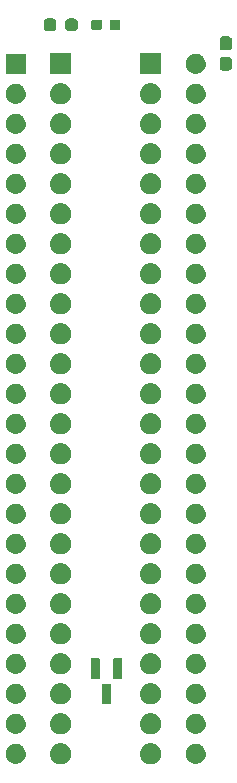
<source format=gbr>
G04 #@! TF.GenerationSoftware,KiCad,Pcbnew,7.0.11+dfsg-1build4*
G04 #@! TF.CreationDate,2024-12-04T11:56:43+09:00*
G04 #@! TF.ProjectId,bionic-mc68hc11a,62696f6e-6963-42d6-9d63-363868633131,4*
G04 #@! TF.SameCoordinates,Original*
G04 #@! TF.FileFunction,Soldermask,Top*
G04 #@! TF.FilePolarity,Negative*
%FSLAX46Y46*%
G04 Gerber Fmt 4.6, Leading zero omitted, Abs format (unit mm)*
G04 Created by KiCad (PCBNEW 7.0.11+dfsg-1build4) date 2024-12-04 11:56:43*
%MOMM*%
%LPD*%
G01*
G04 APERTURE LIST*
G04 APERTURE END LIST*
G36*
X109933983Y-132603936D02*
G01*
X109984180Y-132603936D01*
X110027524Y-132613149D01*
X110065659Y-132616905D01*
X110113566Y-132631437D01*
X110168424Y-132643098D01*
X110203530Y-132658728D01*
X110234566Y-132668143D01*
X110283884Y-132694504D01*
X110340500Y-132719711D01*
X110366822Y-132738835D01*
X110390232Y-132751348D01*
X110437988Y-132790540D01*
X110492887Y-132830427D01*
X110510711Y-132850223D01*
X110526675Y-132863324D01*
X110569572Y-132915594D01*
X110618924Y-132970405D01*
X110629292Y-132988363D01*
X110638651Y-132999767D01*
X110673273Y-133064542D01*
X110713104Y-133133530D01*
X110717685Y-133147630D01*
X110721856Y-133155433D01*
X110744852Y-133231242D01*
X110771311Y-133312672D01*
X110772242Y-133321532D01*
X110773094Y-133324340D01*
X110781384Y-133408513D01*
X110791000Y-133500000D01*
X110781383Y-133591494D01*
X110773094Y-133675659D01*
X110772242Y-133678466D01*
X110771311Y-133687328D01*
X110744848Y-133768771D01*
X110721856Y-133844566D01*
X110717686Y-133852366D01*
X110713104Y-133866470D01*
X110673266Y-133935470D01*
X110638651Y-134000232D01*
X110629294Y-134011633D01*
X110618924Y-134029595D01*
X110569563Y-134084415D01*
X110526675Y-134136675D01*
X110510714Y-134149773D01*
X110492887Y-134169573D01*
X110437977Y-134209467D01*
X110390232Y-134248651D01*
X110366827Y-134261161D01*
X110340500Y-134280289D01*
X110283873Y-134305500D01*
X110234566Y-134331856D01*
X110203537Y-134341268D01*
X110168424Y-134356902D01*
X110113555Y-134368564D01*
X110065659Y-134383094D01*
X110027532Y-134386849D01*
X109984180Y-134396064D01*
X109933973Y-134396064D01*
X109890000Y-134400395D01*
X109846027Y-134396064D01*
X109795820Y-134396064D01*
X109752467Y-134386849D01*
X109714340Y-134383094D01*
X109666441Y-134368563D01*
X109611576Y-134356902D01*
X109576464Y-134341269D01*
X109545433Y-134331856D01*
X109496120Y-134305498D01*
X109439500Y-134280289D01*
X109413175Y-134261163D01*
X109389767Y-134248651D01*
X109342013Y-134209460D01*
X109287113Y-134169573D01*
X109269287Y-134149776D01*
X109253324Y-134136675D01*
X109210425Y-134084402D01*
X109161076Y-134029595D01*
X109150708Y-134011637D01*
X109141348Y-134000232D01*
X109106719Y-133935447D01*
X109066896Y-133866470D01*
X109062315Y-133852371D01*
X109058143Y-133844566D01*
X109035136Y-133768725D01*
X109008689Y-133687328D01*
X109007758Y-133678471D01*
X109006905Y-133675659D01*
X108998600Y-133591342D01*
X108989000Y-133500000D01*
X108998599Y-133408664D01*
X109006905Y-133324340D01*
X109007758Y-133321527D01*
X109008689Y-133312672D01*
X109035132Y-133231288D01*
X109058143Y-133155433D01*
X109062315Y-133147626D01*
X109066896Y-133133530D01*
X109106712Y-133064565D01*
X109141348Y-132999767D01*
X109150710Y-132988359D01*
X109161076Y-132970405D01*
X109210416Y-132915607D01*
X109253324Y-132863324D01*
X109269291Y-132850219D01*
X109287113Y-132830427D01*
X109342002Y-132790546D01*
X109389767Y-132751348D01*
X109413180Y-132738833D01*
X109439500Y-132719711D01*
X109496109Y-132694506D01*
X109545433Y-132668143D01*
X109576471Y-132658727D01*
X109611576Y-132643098D01*
X109666430Y-132631438D01*
X109714340Y-132616905D01*
X109752476Y-132613148D01*
X109795820Y-132603936D01*
X109846016Y-132603936D01*
X109890000Y-132599604D01*
X109933983Y-132603936D01*
G37*
G36*
X117553983Y-132603936D02*
G01*
X117604180Y-132603936D01*
X117647524Y-132613149D01*
X117685659Y-132616905D01*
X117733566Y-132631437D01*
X117788424Y-132643098D01*
X117823530Y-132658728D01*
X117854566Y-132668143D01*
X117903884Y-132694504D01*
X117960500Y-132719711D01*
X117986822Y-132738835D01*
X118010232Y-132751348D01*
X118057988Y-132790540D01*
X118112887Y-132830427D01*
X118130711Y-132850223D01*
X118146675Y-132863324D01*
X118189572Y-132915594D01*
X118238924Y-132970405D01*
X118249292Y-132988363D01*
X118258651Y-132999767D01*
X118293273Y-133064542D01*
X118333104Y-133133530D01*
X118337685Y-133147630D01*
X118341856Y-133155433D01*
X118364852Y-133231242D01*
X118391311Y-133312672D01*
X118392242Y-133321532D01*
X118393094Y-133324340D01*
X118401384Y-133408513D01*
X118411000Y-133500000D01*
X118401383Y-133591494D01*
X118393094Y-133675659D01*
X118392242Y-133678466D01*
X118391311Y-133687328D01*
X118364848Y-133768771D01*
X118341856Y-133844566D01*
X118337686Y-133852366D01*
X118333104Y-133866470D01*
X118293266Y-133935470D01*
X118258651Y-134000232D01*
X118249294Y-134011633D01*
X118238924Y-134029595D01*
X118189563Y-134084415D01*
X118146675Y-134136675D01*
X118130714Y-134149773D01*
X118112887Y-134169573D01*
X118057977Y-134209467D01*
X118010232Y-134248651D01*
X117986827Y-134261161D01*
X117960500Y-134280289D01*
X117903873Y-134305500D01*
X117854566Y-134331856D01*
X117823537Y-134341268D01*
X117788424Y-134356902D01*
X117733555Y-134368564D01*
X117685659Y-134383094D01*
X117647532Y-134386849D01*
X117604180Y-134396064D01*
X117553973Y-134396064D01*
X117510000Y-134400395D01*
X117466027Y-134396064D01*
X117415820Y-134396064D01*
X117372467Y-134386849D01*
X117334340Y-134383094D01*
X117286441Y-134368563D01*
X117231576Y-134356902D01*
X117196464Y-134341269D01*
X117165433Y-134331856D01*
X117116120Y-134305498D01*
X117059500Y-134280289D01*
X117033175Y-134261163D01*
X117009767Y-134248651D01*
X116962013Y-134209460D01*
X116907113Y-134169573D01*
X116889287Y-134149776D01*
X116873324Y-134136675D01*
X116830425Y-134084402D01*
X116781076Y-134029595D01*
X116770708Y-134011637D01*
X116761348Y-134000232D01*
X116726719Y-133935447D01*
X116686896Y-133866470D01*
X116682315Y-133852371D01*
X116678143Y-133844566D01*
X116655136Y-133768725D01*
X116628689Y-133687328D01*
X116627758Y-133678471D01*
X116626905Y-133675659D01*
X116618600Y-133591342D01*
X116609000Y-133500000D01*
X116618599Y-133408664D01*
X116626905Y-133324340D01*
X116627758Y-133321527D01*
X116628689Y-133312672D01*
X116655132Y-133231288D01*
X116678143Y-133155433D01*
X116682315Y-133147626D01*
X116686896Y-133133530D01*
X116726712Y-133064565D01*
X116761348Y-132999767D01*
X116770710Y-132988359D01*
X116781076Y-132970405D01*
X116830416Y-132915607D01*
X116873324Y-132863324D01*
X116889291Y-132850219D01*
X116907113Y-132830427D01*
X116962002Y-132790546D01*
X117009767Y-132751348D01*
X117033180Y-132738833D01*
X117059500Y-132719711D01*
X117116109Y-132694506D01*
X117165433Y-132668143D01*
X117196471Y-132658727D01*
X117231576Y-132643098D01*
X117286430Y-132631438D01*
X117334340Y-132616905D01*
X117372476Y-132613148D01*
X117415820Y-132603936D01*
X117466016Y-132603936D01*
X117510000Y-132599604D01*
X117553983Y-132603936D01*
G37*
G36*
X106121199Y-132653662D02*
G01*
X106168954Y-132653662D01*
X106210194Y-132662427D01*
X106245901Y-132665945D01*
X106290759Y-132679552D01*
X106342973Y-132690651D01*
X106376384Y-132705526D01*
X106405435Y-132714339D01*
X106451602Y-132739015D01*
X106505500Y-132763012D01*
X106530554Y-132781215D01*
X106552453Y-132792920D01*
X106597128Y-132829584D01*
X106649430Y-132867584D01*
X106666411Y-132886443D01*
X106681320Y-132898679D01*
X106721387Y-132947501D01*
X106768473Y-132999795D01*
X106778364Y-133016927D01*
X106787079Y-133027546D01*
X106819306Y-133087840D01*
X106857427Y-133153867D01*
X106861813Y-133167368D01*
X106865660Y-133174564D01*
X106886861Y-133244455D01*
X106912404Y-133323067D01*
X106913303Y-133331623D01*
X106914054Y-133334098D01*
X106921371Y-133408389D01*
X106931000Y-133500000D01*
X106921370Y-133591619D01*
X106914054Y-133665901D01*
X106913303Y-133668375D01*
X106912404Y-133676933D01*
X106886856Y-133755558D01*
X106865660Y-133825435D01*
X106861814Y-133832629D01*
X106857427Y-133846133D01*
X106819299Y-133912172D01*
X106787079Y-133972453D01*
X106778366Y-133983069D01*
X106768473Y-134000205D01*
X106721378Y-134052509D01*
X106681320Y-134101320D01*
X106666414Y-134113552D01*
X106649430Y-134132416D01*
X106597118Y-134170423D01*
X106552453Y-134207079D01*
X106530559Y-134218780D01*
X106505500Y-134236988D01*
X106451591Y-134260989D01*
X106405435Y-134285660D01*
X106376391Y-134294470D01*
X106342973Y-134309349D01*
X106290748Y-134320449D01*
X106245901Y-134334054D01*
X106210203Y-134337570D01*
X106168954Y-134346338D01*
X106121188Y-134346338D01*
X106080000Y-134350395D01*
X106038811Y-134346338D01*
X105991046Y-134346338D01*
X105949797Y-134337570D01*
X105914098Y-134334054D01*
X105869248Y-134320448D01*
X105817027Y-134309349D01*
X105783610Y-134294471D01*
X105754564Y-134285660D01*
X105708402Y-134260986D01*
X105654500Y-134236988D01*
X105629443Y-134218783D01*
X105607546Y-134207079D01*
X105562873Y-134170416D01*
X105510570Y-134132416D01*
X105493588Y-134113555D01*
X105478679Y-134101320D01*
X105438610Y-134052496D01*
X105391527Y-134000205D01*
X105381636Y-133983073D01*
X105372920Y-133972453D01*
X105340687Y-133912148D01*
X105302573Y-133846133D01*
X105298186Y-133832634D01*
X105294339Y-133825435D01*
X105273128Y-133755512D01*
X105247596Y-133676933D01*
X105246697Y-133668380D01*
X105245945Y-133665901D01*
X105238613Y-133591467D01*
X105229000Y-133500000D01*
X105238612Y-133408540D01*
X105245945Y-133334098D01*
X105246697Y-133331618D01*
X105247596Y-133323067D01*
X105273123Y-133244502D01*
X105294339Y-133174564D01*
X105298187Y-133167363D01*
X105302573Y-133153867D01*
X105340680Y-133087863D01*
X105372920Y-133027546D01*
X105381638Y-133016923D01*
X105391527Y-132999795D01*
X105438601Y-132947513D01*
X105478679Y-132898679D01*
X105493591Y-132886440D01*
X105510570Y-132867584D01*
X105562862Y-132829591D01*
X105607546Y-132792920D01*
X105629448Y-132781213D01*
X105654500Y-132763012D01*
X105708391Y-132739018D01*
X105754564Y-132714339D01*
X105783617Y-132705525D01*
X105817027Y-132690651D01*
X105869237Y-132679553D01*
X105914098Y-132665945D01*
X105949806Y-132662427D01*
X105991046Y-132653662D01*
X106038801Y-132653662D01*
X106080000Y-132649604D01*
X106121199Y-132653662D01*
G37*
G36*
X121361199Y-132653662D02*
G01*
X121408954Y-132653662D01*
X121450194Y-132662427D01*
X121485901Y-132665945D01*
X121530759Y-132679552D01*
X121582973Y-132690651D01*
X121616384Y-132705526D01*
X121645435Y-132714339D01*
X121691602Y-132739015D01*
X121745500Y-132763012D01*
X121770554Y-132781215D01*
X121792453Y-132792920D01*
X121837128Y-132829584D01*
X121889430Y-132867584D01*
X121906411Y-132886443D01*
X121921320Y-132898679D01*
X121961387Y-132947501D01*
X122008473Y-132999795D01*
X122018364Y-133016927D01*
X122027079Y-133027546D01*
X122059306Y-133087840D01*
X122097427Y-133153867D01*
X122101813Y-133167368D01*
X122105660Y-133174564D01*
X122126861Y-133244455D01*
X122152404Y-133323067D01*
X122153303Y-133331623D01*
X122154054Y-133334098D01*
X122161371Y-133408389D01*
X122171000Y-133500000D01*
X122161370Y-133591619D01*
X122154054Y-133665901D01*
X122153303Y-133668375D01*
X122152404Y-133676933D01*
X122126856Y-133755558D01*
X122105660Y-133825435D01*
X122101814Y-133832629D01*
X122097427Y-133846133D01*
X122059299Y-133912172D01*
X122027079Y-133972453D01*
X122018366Y-133983069D01*
X122008473Y-134000205D01*
X121961378Y-134052509D01*
X121921320Y-134101320D01*
X121906414Y-134113552D01*
X121889430Y-134132416D01*
X121837118Y-134170423D01*
X121792453Y-134207079D01*
X121770559Y-134218780D01*
X121745500Y-134236988D01*
X121691591Y-134260989D01*
X121645435Y-134285660D01*
X121616391Y-134294470D01*
X121582973Y-134309349D01*
X121530748Y-134320449D01*
X121485901Y-134334054D01*
X121450203Y-134337570D01*
X121408954Y-134346338D01*
X121361188Y-134346338D01*
X121320000Y-134350395D01*
X121278811Y-134346338D01*
X121231046Y-134346338D01*
X121189797Y-134337570D01*
X121154098Y-134334054D01*
X121109248Y-134320448D01*
X121057027Y-134309349D01*
X121023610Y-134294471D01*
X120994564Y-134285660D01*
X120948402Y-134260986D01*
X120894500Y-134236988D01*
X120869443Y-134218783D01*
X120847546Y-134207079D01*
X120802873Y-134170416D01*
X120750570Y-134132416D01*
X120733588Y-134113555D01*
X120718679Y-134101320D01*
X120678610Y-134052496D01*
X120631527Y-134000205D01*
X120621636Y-133983073D01*
X120612920Y-133972453D01*
X120580687Y-133912148D01*
X120542573Y-133846133D01*
X120538186Y-133832634D01*
X120534339Y-133825435D01*
X120513128Y-133755512D01*
X120487596Y-133676933D01*
X120486697Y-133668380D01*
X120485945Y-133665901D01*
X120478613Y-133591467D01*
X120469000Y-133500000D01*
X120478612Y-133408540D01*
X120485945Y-133334098D01*
X120486697Y-133331618D01*
X120487596Y-133323067D01*
X120513123Y-133244502D01*
X120534339Y-133174564D01*
X120538187Y-133167363D01*
X120542573Y-133153867D01*
X120580680Y-133087863D01*
X120612920Y-133027546D01*
X120621638Y-133016923D01*
X120631527Y-132999795D01*
X120678601Y-132947513D01*
X120718679Y-132898679D01*
X120733591Y-132886440D01*
X120750570Y-132867584D01*
X120802862Y-132829591D01*
X120847546Y-132792920D01*
X120869448Y-132781213D01*
X120894500Y-132763012D01*
X120948391Y-132739018D01*
X120994564Y-132714339D01*
X121023617Y-132705525D01*
X121057027Y-132690651D01*
X121109237Y-132679553D01*
X121154098Y-132665945D01*
X121189806Y-132662427D01*
X121231046Y-132653662D01*
X121278801Y-132653662D01*
X121320000Y-132649604D01*
X121361199Y-132653662D01*
G37*
G36*
X109933983Y-130063936D02*
G01*
X109984180Y-130063936D01*
X110027524Y-130073149D01*
X110065659Y-130076905D01*
X110113566Y-130091437D01*
X110168424Y-130103098D01*
X110203530Y-130118728D01*
X110234566Y-130128143D01*
X110283884Y-130154504D01*
X110340500Y-130179711D01*
X110366822Y-130198835D01*
X110390232Y-130211348D01*
X110437988Y-130250540D01*
X110492887Y-130290427D01*
X110510711Y-130310223D01*
X110526675Y-130323324D01*
X110569572Y-130375594D01*
X110618924Y-130430405D01*
X110629292Y-130448363D01*
X110638651Y-130459767D01*
X110673273Y-130524542D01*
X110713104Y-130593530D01*
X110717685Y-130607630D01*
X110721856Y-130615433D01*
X110744852Y-130691242D01*
X110771311Y-130772672D01*
X110772242Y-130781532D01*
X110773094Y-130784340D01*
X110781384Y-130868513D01*
X110791000Y-130960000D01*
X110781383Y-131051494D01*
X110773094Y-131135659D01*
X110772242Y-131138466D01*
X110771311Y-131147328D01*
X110744848Y-131228771D01*
X110721856Y-131304566D01*
X110717686Y-131312366D01*
X110713104Y-131326470D01*
X110673266Y-131395470D01*
X110638651Y-131460232D01*
X110629294Y-131471633D01*
X110618924Y-131489595D01*
X110569563Y-131544415D01*
X110526675Y-131596675D01*
X110510714Y-131609773D01*
X110492887Y-131629573D01*
X110437977Y-131669467D01*
X110390232Y-131708651D01*
X110366827Y-131721161D01*
X110340500Y-131740289D01*
X110283873Y-131765500D01*
X110234566Y-131791856D01*
X110203537Y-131801268D01*
X110168424Y-131816902D01*
X110113555Y-131828564D01*
X110065659Y-131843094D01*
X110027532Y-131846849D01*
X109984180Y-131856064D01*
X109933973Y-131856064D01*
X109890000Y-131860395D01*
X109846027Y-131856064D01*
X109795820Y-131856064D01*
X109752467Y-131846849D01*
X109714340Y-131843094D01*
X109666441Y-131828563D01*
X109611576Y-131816902D01*
X109576464Y-131801269D01*
X109545433Y-131791856D01*
X109496120Y-131765498D01*
X109439500Y-131740289D01*
X109413175Y-131721163D01*
X109389767Y-131708651D01*
X109342013Y-131669460D01*
X109287113Y-131629573D01*
X109269287Y-131609776D01*
X109253324Y-131596675D01*
X109210425Y-131544402D01*
X109161076Y-131489595D01*
X109150708Y-131471637D01*
X109141348Y-131460232D01*
X109106719Y-131395447D01*
X109066896Y-131326470D01*
X109062315Y-131312371D01*
X109058143Y-131304566D01*
X109035136Y-131228725D01*
X109008689Y-131147328D01*
X109007758Y-131138471D01*
X109006905Y-131135659D01*
X108998600Y-131051342D01*
X108989000Y-130960000D01*
X108998599Y-130868664D01*
X109006905Y-130784340D01*
X109007758Y-130781527D01*
X109008689Y-130772672D01*
X109035132Y-130691288D01*
X109058143Y-130615433D01*
X109062315Y-130607626D01*
X109066896Y-130593530D01*
X109106712Y-130524565D01*
X109141348Y-130459767D01*
X109150710Y-130448359D01*
X109161076Y-130430405D01*
X109210416Y-130375607D01*
X109253324Y-130323324D01*
X109269291Y-130310219D01*
X109287113Y-130290427D01*
X109342002Y-130250546D01*
X109389767Y-130211348D01*
X109413180Y-130198833D01*
X109439500Y-130179711D01*
X109496109Y-130154506D01*
X109545433Y-130128143D01*
X109576471Y-130118727D01*
X109611576Y-130103098D01*
X109666430Y-130091438D01*
X109714340Y-130076905D01*
X109752476Y-130073148D01*
X109795820Y-130063936D01*
X109846016Y-130063936D01*
X109890000Y-130059604D01*
X109933983Y-130063936D01*
G37*
G36*
X117553983Y-130063936D02*
G01*
X117604180Y-130063936D01*
X117647524Y-130073149D01*
X117685659Y-130076905D01*
X117733566Y-130091437D01*
X117788424Y-130103098D01*
X117823530Y-130118728D01*
X117854566Y-130128143D01*
X117903884Y-130154504D01*
X117960500Y-130179711D01*
X117986822Y-130198835D01*
X118010232Y-130211348D01*
X118057988Y-130250540D01*
X118112887Y-130290427D01*
X118130711Y-130310223D01*
X118146675Y-130323324D01*
X118189572Y-130375594D01*
X118238924Y-130430405D01*
X118249292Y-130448363D01*
X118258651Y-130459767D01*
X118293273Y-130524542D01*
X118333104Y-130593530D01*
X118337685Y-130607630D01*
X118341856Y-130615433D01*
X118364852Y-130691242D01*
X118391311Y-130772672D01*
X118392242Y-130781532D01*
X118393094Y-130784340D01*
X118401384Y-130868513D01*
X118411000Y-130960000D01*
X118401383Y-131051494D01*
X118393094Y-131135659D01*
X118392242Y-131138466D01*
X118391311Y-131147328D01*
X118364848Y-131228771D01*
X118341856Y-131304566D01*
X118337686Y-131312366D01*
X118333104Y-131326470D01*
X118293266Y-131395470D01*
X118258651Y-131460232D01*
X118249294Y-131471633D01*
X118238924Y-131489595D01*
X118189563Y-131544415D01*
X118146675Y-131596675D01*
X118130714Y-131609773D01*
X118112887Y-131629573D01*
X118057977Y-131669467D01*
X118010232Y-131708651D01*
X117986827Y-131721161D01*
X117960500Y-131740289D01*
X117903873Y-131765500D01*
X117854566Y-131791856D01*
X117823537Y-131801268D01*
X117788424Y-131816902D01*
X117733555Y-131828564D01*
X117685659Y-131843094D01*
X117647532Y-131846849D01*
X117604180Y-131856064D01*
X117553973Y-131856064D01*
X117510000Y-131860395D01*
X117466027Y-131856064D01*
X117415820Y-131856064D01*
X117372467Y-131846849D01*
X117334340Y-131843094D01*
X117286441Y-131828563D01*
X117231576Y-131816902D01*
X117196464Y-131801269D01*
X117165433Y-131791856D01*
X117116120Y-131765498D01*
X117059500Y-131740289D01*
X117033175Y-131721163D01*
X117009767Y-131708651D01*
X116962013Y-131669460D01*
X116907113Y-131629573D01*
X116889287Y-131609776D01*
X116873324Y-131596675D01*
X116830425Y-131544402D01*
X116781076Y-131489595D01*
X116770708Y-131471637D01*
X116761348Y-131460232D01*
X116726719Y-131395447D01*
X116686896Y-131326470D01*
X116682315Y-131312371D01*
X116678143Y-131304566D01*
X116655136Y-131228725D01*
X116628689Y-131147328D01*
X116627758Y-131138471D01*
X116626905Y-131135659D01*
X116618600Y-131051342D01*
X116609000Y-130960000D01*
X116618599Y-130868664D01*
X116626905Y-130784340D01*
X116627758Y-130781527D01*
X116628689Y-130772672D01*
X116655132Y-130691288D01*
X116678143Y-130615433D01*
X116682315Y-130607626D01*
X116686896Y-130593530D01*
X116726712Y-130524565D01*
X116761348Y-130459767D01*
X116770710Y-130448359D01*
X116781076Y-130430405D01*
X116830416Y-130375607D01*
X116873324Y-130323324D01*
X116889291Y-130310219D01*
X116907113Y-130290427D01*
X116962002Y-130250546D01*
X117009767Y-130211348D01*
X117033180Y-130198833D01*
X117059500Y-130179711D01*
X117116109Y-130154506D01*
X117165433Y-130128143D01*
X117196471Y-130118727D01*
X117231576Y-130103098D01*
X117286430Y-130091438D01*
X117334340Y-130076905D01*
X117372476Y-130073148D01*
X117415820Y-130063936D01*
X117466016Y-130063936D01*
X117510000Y-130059604D01*
X117553983Y-130063936D01*
G37*
G36*
X106121199Y-130113662D02*
G01*
X106168954Y-130113662D01*
X106210194Y-130122427D01*
X106245901Y-130125945D01*
X106290759Y-130139552D01*
X106342973Y-130150651D01*
X106376384Y-130165526D01*
X106405435Y-130174339D01*
X106451602Y-130199015D01*
X106505500Y-130223012D01*
X106530554Y-130241215D01*
X106552453Y-130252920D01*
X106597128Y-130289584D01*
X106649430Y-130327584D01*
X106666411Y-130346443D01*
X106681320Y-130358679D01*
X106721387Y-130407501D01*
X106768473Y-130459795D01*
X106778364Y-130476927D01*
X106787079Y-130487546D01*
X106819306Y-130547840D01*
X106857427Y-130613867D01*
X106861813Y-130627368D01*
X106865660Y-130634564D01*
X106886861Y-130704455D01*
X106912404Y-130783067D01*
X106913303Y-130791623D01*
X106914054Y-130794098D01*
X106921371Y-130868389D01*
X106931000Y-130960000D01*
X106921370Y-131051619D01*
X106914054Y-131125901D01*
X106913303Y-131128375D01*
X106912404Y-131136933D01*
X106886856Y-131215558D01*
X106865660Y-131285435D01*
X106861814Y-131292629D01*
X106857427Y-131306133D01*
X106819299Y-131372172D01*
X106787079Y-131432453D01*
X106778366Y-131443069D01*
X106768473Y-131460205D01*
X106721378Y-131512509D01*
X106681320Y-131561320D01*
X106666414Y-131573552D01*
X106649430Y-131592416D01*
X106597118Y-131630423D01*
X106552453Y-131667079D01*
X106530559Y-131678780D01*
X106505500Y-131696988D01*
X106451591Y-131720989D01*
X106405435Y-131745660D01*
X106376391Y-131754470D01*
X106342973Y-131769349D01*
X106290748Y-131780449D01*
X106245901Y-131794054D01*
X106210203Y-131797570D01*
X106168954Y-131806338D01*
X106121188Y-131806338D01*
X106080000Y-131810395D01*
X106038811Y-131806338D01*
X105991046Y-131806338D01*
X105949797Y-131797570D01*
X105914098Y-131794054D01*
X105869248Y-131780448D01*
X105817027Y-131769349D01*
X105783610Y-131754471D01*
X105754564Y-131745660D01*
X105708402Y-131720986D01*
X105654500Y-131696988D01*
X105629443Y-131678783D01*
X105607546Y-131667079D01*
X105562873Y-131630416D01*
X105510570Y-131592416D01*
X105493588Y-131573555D01*
X105478679Y-131561320D01*
X105438610Y-131512496D01*
X105391527Y-131460205D01*
X105381636Y-131443073D01*
X105372920Y-131432453D01*
X105340687Y-131372148D01*
X105302573Y-131306133D01*
X105298186Y-131292634D01*
X105294339Y-131285435D01*
X105273128Y-131215512D01*
X105247596Y-131136933D01*
X105246697Y-131128380D01*
X105245945Y-131125901D01*
X105238613Y-131051467D01*
X105229000Y-130960000D01*
X105238612Y-130868540D01*
X105245945Y-130794098D01*
X105246697Y-130791618D01*
X105247596Y-130783067D01*
X105273123Y-130704502D01*
X105294339Y-130634564D01*
X105298187Y-130627363D01*
X105302573Y-130613867D01*
X105340680Y-130547863D01*
X105372920Y-130487546D01*
X105381638Y-130476923D01*
X105391527Y-130459795D01*
X105438601Y-130407513D01*
X105478679Y-130358679D01*
X105493591Y-130346440D01*
X105510570Y-130327584D01*
X105562862Y-130289591D01*
X105607546Y-130252920D01*
X105629448Y-130241213D01*
X105654500Y-130223012D01*
X105708391Y-130199018D01*
X105754564Y-130174339D01*
X105783617Y-130165525D01*
X105817027Y-130150651D01*
X105869237Y-130139553D01*
X105914098Y-130125945D01*
X105949806Y-130122427D01*
X105991046Y-130113662D01*
X106038801Y-130113662D01*
X106080000Y-130109604D01*
X106121199Y-130113662D01*
G37*
G36*
X121361199Y-130113662D02*
G01*
X121408954Y-130113662D01*
X121450194Y-130122427D01*
X121485901Y-130125945D01*
X121530759Y-130139552D01*
X121582973Y-130150651D01*
X121616384Y-130165526D01*
X121645435Y-130174339D01*
X121691602Y-130199015D01*
X121745500Y-130223012D01*
X121770554Y-130241215D01*
X121792453Y-130252920D01*
X121837128Y-130289584D01*
X121889430Y-130327584D01*
X121906411Y-130346443D01*
X121921320Y-130358679D01*
X121961387Y-130407501D01*
X122008473Y-130459795D01*
X122018364Y-130476927D01*
X122027079Y-130487546D01*
X122059306Y-130547840D01*
X122097427Y-130613867D01*
X122101813Y-130627368D01*
X122105660Y-130634564D01*
X122126861Y-130704455D01*
X122152404Y-130783067D01*
X122153303Y-130791623D01*
X122154054Y-130794098D01*
X122161371Y-130868389D01*
X122171000Y-130960000D01*
X122161370Y-131051619D01*
X122154054Y-131125901D01*
X122153303Y-131128375D01*
X122152404Y-131136933D01*
X122126856Y-131215558D01*
X122105660Y-131285435D01*
X122101814Y-131292629D01*
X122097427Y-131306133D01*
X122059299Y-131372172D01*
X122027079Y-131432453D01*
X122018366Y-131443069D01*
X122008473Y-131460205D01*
X121961378Y-131512509D01*
X121921320Y-131561320D01*
X121906414Y-131573552D01*
X121889430Y-131592416D01*
X121837118Y-131630423D01*
X121792453Y-131667079D01*
X121770559Y-131678780D01*
X121745500Y-131696988D01*
X121691591Y-131720989D01*
X121645435Y-131745660D01*
X121616391Y-131754470D01*
X121582973Y-131769349D01*
X121530748Y-131780449D01*
X121485901Y-131794054D01*
X121450203Y-131797570D01*
X121408954Y-131806338D01*
X121361188Y-131806338D01*
X121320000Y-131810395D01*
X121278811Y-131806338D01*
X121231046Y-131806338D01*
X121189797Y-131797570D01*
X121154098Y-131794054D01*
X121109248Y-131780448D01*
X121057027Y-131769349D01*
X121023610Y-131754471D01*
X120994564Y-131745660D01*
X120948402Y-131720986D01*
X120894500Y-131696988D01*
X120869443Y-131678783D01*
X120847546Y-131667079D01*
X120802873Y-131630416D01*
X120750570Y-131592416D01*
X120733588Y-131573555D01*
X120718679Y-131561320D01*
X120678610Y-131512496D01*
X120631527Y-131460205D01*
X120621636Y-131443073D01*
X120612920Y-131432453D01*
X120580687Y-131372148D01*
X120542573Y-131306133D01*
X120538186Y-131292634D01*
X120534339Y-131285435D01*
X120513128Y-131215512D01*
X120487596Y-131136933D01*
X120486697Y-131128380D01*
X120485945Y-131125901D01*
X120478613Y-131051467D01*
X120469000Y-130960000D01*
X120478612Y-130868540D01*
X120485945Y-130794098D01*
X120486697Y-130791618D01*
X120487596Y-130783067D01*
X120513123Y-130704502D01*
X120534339Y-130634564D01*
X120538187Y-130627363D01*
X120542573Y-130613867D01*
X120580680Y-130547863D01*
X120612920Y-130487546D01*
X120621638Y-130476923D01*
X120631527Y-130459795D01*
X120678601Y-130407513D01*
X120718679Y-130358679D01*
X120733591Y-130346440D01*
X120750570Y-130327584D01*
X120802862Y-130289591D01*
X120847546Y-130252920D01*
X120869448Y-130241213D01*
X120894500Y-130223012D01*
X120948391Y-130199018D01*
X120994564Y-130174339D01*
X121023617Y-130165525D01*
X121057027Y-130150651D01*
X121109237Y-130139553D01*
X121154098Y-130125945D01*
X121189806Y-130122427D01*
X121231046Y-130113662D01*
X121278801Y-130113662D01*
X121320000Y-130109604D01*
X121361199Y-130113662D01*
G37*
G36*
X109933983Y-127523936D02*
G01*
X109984180Y-127523936D01*
X110027524Y-127533149D01*
X110065659Y-127536905D01*
X110113566Y-127551437D01*
X110168424Y-127563098D01*
X110203530Y-127578728D01*
X110234566Y-127588143D01*
X110283884Y-127614504D01*
X110340500Y-127639711D01*
X110366822Y-127658835D01*
X110390232Y-127671348D01*
X110437988Y-127710540D01*
X110492887Y-127750427D01*
X110510711Y-127770223D01*
X110526675Y-127783324D01*
X110569572Y-127835594D01*
X110618924Y-127890405D01*
X110629292Y-127908363D01*
X110638651Y-127919767D01*
X110673273Y-127984542D01*
X110713104Y-128053530D01*
X110717685Y-128067630D01*
X110721856Y-128075433D01*
X110744852Y-128151242D01*
X110771311Y-128232672D01*
X110772242Y-128241532D01*
X110773094Y-128244340D01*
X110781384Y-128328513D01*
X110791000Y-128420000D01*
X110781383Y-128511494D01*
X110773094Y-128595659D01*
X110772242Y-128598466D01*
X110771311Y-128607328D01*
X110744848Y-128688771D01*
X110721856Y-128764566D01*
X110717686Y-128772366D01*
X110713104Y-128786470D01*
X110673266Y-128855470D01*
X110638651Y-128920232D01*
X110629294Y-128931633D01*
X110618924Y-128949595D01*
X110569563Y-129004415D01*
X110526675Y-129056675D01*
X110510714Y-129069773D01*
X110492887Y-129089573D01*
X110437977Y-129129467D01*
X110390232Y-129168651D01*
X110366827Y-129181161D01*
X110340500Y-129200289D01*
X110283873Y-129225500D01*
X110234566Y-129251856D01*
X110203537Y-129261268D01*
X110168424Y-129276902D01*
X110113555Y-129288564D01*
X110065659Y-129303094D01*
X110027532Y-129306849D01*
X109984180Y-129316064D01*
X109933973Y-129316064D01*
X109890000Y-129320395D01*
X109846027Y-129316064D01*
X109795820Y-129316064D01*
X109752467Y-129306849D01*
X109714340Y-129303094D01*
X109666441Y-129288563D01*
X109611576Y-129276902D01*
X109576464Y-129261269D01*
X109545433Y-129251856D01*
X109496120Y-129225498D01*
X109439500Y-129200289D01*
X109413175Y-129181163D01*
X109389767Y-129168651D01*
X109342013Y-129129460D01*
X109287113Y-129089573D01*
X109269287Y-129069776D01*
X109253324Y-129056675D01*
X109210425Y-129004402D01*
X109161076Y-128949595D01*
X109150708Y-128931637D01*
X109141348Y-128920232D01*
X109106719Y-128855447D01*
X109066896Y-128786470D01*
X109062315Y-128772371D01*
X109058143Y-128764566D01*
X109035136Y-128688725D01*
X109008689Y-128607328D01*
X109007758Y-128598471D01*
X109006905Y-128595659D01*
X108998600Y-128511342D01*
X108989000Y-128420000D01*
X108998599Y-128328664D01*
X109006905Y-128244340D01*
X109007758Y-128241527D01*
X109008689Y-128232672D01*
X109035132Y-128151288D01*
X109058143Y-128075433D01*
X109062315Y-128067626D01*
X109066896Y-128053530D01*
X109106712Y-127984565D01*
X109141348Y-127919767D01*
X109150710Y-127908359D01*
X109161076Y-127890405D01*
X109210416Y-127835607D01*
X109253324Y-127783324D01*
X109269291Y-127770219D01*
X109287113Y-127750427D01*
X109342002Y-127710546D01*
X109389767Y-127671348D01*
X109413180Y-127658833D01*
X109439500Y-127639711D01*
X109496109Y-127614506D01*
X109545433Y-127588143D01*
X109576471Y-127578727D01*
X109611576Y-127563098D01*
X109666430Y-127551438D01*
X109714340Y-127536905D01*
X109752476Y-127533148D01*
X109795820Y-127523936D01*
X109846016Y-127523936D01*
X109890000Y-127519604D01*
X109933983Y-127523936D01*
G37*
G36*
X117553983Y-127523936D02*
G01*
X117604180Y-127523936D01*
X117647524Y-127533149D01*
X117685659Y-127536905D01*
X117733566Y-127551437D01*
X117788424Y-127563098D01*
X117823530Y-127578728D01*
X117854566Y-127588143D01*
X117903884Y-127614504D01*
X117960500Y-127639711D01*
X117986822Y-127658835D01*
X118010232Y-127671348D01*
X118057988Y-127710540D01*
X118112887Y-127750427D01*
X118130711Y-127770223D01*
X118146675Y-127783324D01*
X118189572Y-127835594D01*
X118238924Y-127890405D01*
X118249292Y-127908363D01*
X118258651Y-127919767D01*
X118293273Y-127984542D01*
X118333104Y-128053530D01*
X118337685Y-128067630D01*
X118341856Y-128075433D01*
X118364852Y-128151242D01*
X118391311Y-128232672D01*
X118392242Y-128241532D01*
X118393094Y-128244340D01*
X118401384Y-128328513D01*
X118411000Y-128420000D01*
X118401383Y-128511494D01*
X118393094Y-128595659D01*
X118392242Y-128598466D01*
X118391311Y-128607328D01*
X118364848Y-128688771D01*
X118341856Y-128764566D01*
X118337686Y-128772366D01*
X118333104Y-128786470D01*
X118293266Y-128855470D01*
X118258651Y-128920232D01*
X118249294Y-128931633D01*
X118238924Y-128949595D01*
X118189563Y-129004415D01*
X118146675Y-129056675D01*
X118130714Y-129069773D01*
X118112887Y-129089573D01*
X118057977Y-129129467D01*
X118010232Y-129168651D01*
X117986827Y-129181161D01*
X117960500Y-129200289D01*
X117903873Y-129225500D01*
X117854566Y-129251856D01*
X117823537Y-129261268D01*
X117788424Y-129276902D01*
X117733555Y-129288564D01*
X117685659Y-129303094D01*
X117647532Y-129306849D01*
X117604180Y-129316064D01*
X117553973Y-129316064D01*
X117510000Y-129320395D01*
X117466027Y-129316064D01*
X117415820Y-129316064D01*
X117372467Y-129306849D01*
X117334340Y-129303094D01*
X117286441Y-129288563D01*
X117231576Y-129276902D01*
X117196464Y-129261269D01*
X117165433Y-129251856D01*
X117116120Y-129225498D01*
X117059500Y-129200289D01*
X117033175Y-129181163D01*
X117009767Y-129168651D01*
X116962013Y-129129460D01*
X116907113Y-129089573D01*
X116889287Y-129069776D01*
X116873324Y-129056675D01*
X116830425Y-129004402D01*
X116781076Y-128949595D01*
X116770708Y-128931637D01*
X116761348Y-128920232D01*
X116726719Y-128855447D01*
X116686896Y-128786470D01*
X116682315Y-128772371D01*
X116678143Y-128764566D01*
X116655136Y-128688725D01*
X116628689Y-128607328D01*
X116627758Y-128598471D01*
X116626905Y-128595659D01*
X116618600Y-128511342D01*
X116609000Y-128420000D01*
X116618599Y-128328664D01*
X116626905Y-128244340D01*
X116627758Y-128241527D01*
X116628689Y-128232672D01*
X116655132Y-128151288D01*
X116678143Y-128075433D01*
X116682315Y-128067626D01*
X116686896Y-128053530D01*
X116726712Y-127984565D01*
X116761348Y-127919767D01*
X116770710Y-127908359D01*
X116781076Y-127890405D01*
X116830416Y-127835607D01*
X116873324Y-127783324D01*
X116889291Y-127770219D01*
X116907113Y-127750427D01*
X116962002Y-127710546D01*
X117009767Y-127671348D01*
X117033180Y-127658833D01*
X117059500Y-127639711D01*
X117116109Y-127614506D01*
X117165433Y-127588143D01*
X117196471Y-127578727D01*
X117231576Y-127563098D01*
X117286430Y-127551438D01*
X117334340Y-127536905D01*
X117372476Y-127533148D01*
X117415820Y-127523936D01*
X117466016Y-127523936D01*
X117510000Y-127519604D01*
X117553983Y-127523936D01*
G37*
G36*
X114115716Y-127560082D02*
G01*
X114132261Y-127571138D01*
X114143317Y-127587683D01*
X114147199Y-127607200D01*
X114147199Y-129232800D01*
X114143317Y-129252317D01*
X114132261Y-129268862D01*
X114115716Y-129279918D01*
X114096199Y-129283800D01*
X113435799Y-129283800D01*
X113416282Y-129279918D01*
X113399737Y-129268862D01*
X113388681Y-129252317D01*
X113384799Y-129232800D01*
X113384799Y-127607200D01*
X113388681Y-127587683D01*
X113399737Y-127571138D01*
X113416282Y-127560082D01*
X113435799Y-127556200D01*
X114096199Y-127556200D01*
X114115716Y-127560082D01*
G37*
G36*
X106121199Y-127573662D02*
G01*
X106168954Y-127573662D01*
X106210194Y-127582427D01*
X106245901Y-127585945D01*
X106290759Y-127599552D01*
X106342973Y-127610651D01*
X106376384Y-127625526D01*
X106405435Y-127634339D01*
X106451602Y-127659015D01*
X106505500Y-127683012D01*
X106530554Y-127701215D01*
X106552453Y-127712920D01*
X106597128Y-127749584D01*
X106649430Y-127787584D01*
X106666411Y-127806443D01*
X106681320Y-127818679D01*
X106721387Y-127867501D01*
X106768473Y-127919795D01*
X106778364Y-127936927D01*
X106787079Y-127947546D01*
X106819306Y-128007840D01*
X106857427Y-128073867D01*
X106861813Y-128087368D01*
X106865660Y-128094564D01*
X106886861Y-128164455D01*
X106912404Y-128243067D01*
X106913303Y-128251623D01*
X106914054Y-128254098D01*
X106921371Y-128328389D01*
X106931000Y-128420000D01*
X106921370Y-128511619D01*
X106914054Y-128585901D01*
X106913303Y-128588375D01*
X106912404Y-128596933D01*
X106886856Y-128675558D01*
X106865660Y-128745435D01*
X106861814Y-128752629D01*
X106857427Y-128766133D01*
X106819299Y-128832172D01*
X106787079Y-128892453D01*
X106778366Y-128903069D01*
X106768473Y-128920205D01*
X106721378Y-128972509D01*
X106681320Y-129021320D01*
X106666414Y-129033552D01*
X106649430Y-129052416D01*
X106597118Y-129090423D01*
X106552453Y-129127079D01*
X106530559Y-129138780D01*
X106505500Y-129156988D01*
X106451591Y-129180989D01*
X106405435Y-129205660D01*
X106376391Y-129214470D01*
X106342973Y-129229349D01*
X106290748Y-129240449D01*
X106245901Y-129254054D01*
X106210203Y-129257570D01*
X106168954Y-129266338D01*
X106121188Y-129266338D01*
X106080000Y-129270395D01*
X106038811Y-129266338D01*
X105991046Y-129266338D01*
X105949797Y-129257570D01*
X105914098Y-129254054D01*
X105869248Y-129240448D01*
X105817027Y-129229349D01*
X105783610Y-129214471D01*
X105754564Y-129205660D01*
X105708402Y-129180986D01*
X105654500Y-129156988D01*
X105629443Y-129138783D01*
X105607546Y-129127079D01*
X105562873Y-129090416D01*
X105510570Y-129052416D01*
X105493588Y-129033555D01*
X105478679Y-129021320D01*
X105438610Y-128972496D01*
X105391527Y-128920205D01*
X105381636Y-128903073D01*
X105372920Y-128892453D01*
X105340687Y-128832148D01*
X105302573Y-128766133D01*
X105298186Y-128752634D01*
X105294339Y-128745435D01*
X105273128Y-128675512D01*
X105247596Y-128596933D01*
X105246697Y-128588380D01*
X105245945Y-128585901D01*
X105238613Y-128511467D01*
X105229000Y-128420000D01*
X105238612Y-128328540D01*
X105245945Y-128254098D01*
X105246697Y-128251618D01*
X105247596Y-128243067D01*
X105273123Y-128164502D01*
X105294339Y-128094564D01*
X105298187Y-128087363D01*
X105302573Y-128073867D01*
X105340680Y-128007863D01*
X105372920Y-127947546D01*
X105381638Y-127936923D01*
X105391527Y-127919795D01*
X105438601Y-127867513D01*
X105478679Y-127818679D01*
X105493591Y-127806440D01*
X105510570Y-127787584D01*
X105562862Y-127749591D01*
X105607546Y-127712920D01*
X105629448Y-127701213D01*
X105654500Y-127683012D01*
X105708391Y-127659018D01*
X105754564Y-127634339D01*
X105783617Y-127625525D01*
X105817027Y-127610651D01*
X105869237Y-127599553D01*
X105914098Y-127585945D01*
X105949806Y-127582427D01*
X105991046Y-127573662D01*
X106038801Y-127573662D01*
X106080000Y-127569604D01*
X106121199Y-127573662D01*
G37*
G36*
X121361199Y-127573662D02*
G01*
X121408954Y-127573662D01*
X121450194Y-127582427D01*
X121485901Y-127585945D01*
X121530759Y-127599552D01*
X121582973Y-127610651D01*
X121616384Y-127625526D01*
X121645435Y-127634339D01*
X121691602Y-127659015D01*
X121745500Y-127683012D01*
X121770554Y-127701215D01*
X121792453Y-127712920D01*
X121837128Y-127749584D01*
X121889430Y-127787584D01*
X121906411Y-127806443D01*
X121921320Y-127818679D01*
X121961387Y-127867501D01*
X122008473Y-127919795D01*
X122018364Y-127936927D01*
X122027079Y-127947546D01*
X122059306Y-128007840D01*
X122097427Y-128073867D01*
X122101813Y-128087368D01*
X122105660Y-128094564D01*
X122126861Y-128164455D01*
X122152404Y-128243067D01*
X122153303Y-128251623D01*
X122154054Y-128254098D01*
X122161371Y-128328389D01*
X122171000Y-128420000D01*
X122161370Y-128511619D01*
X122154054Y-128585901D01*
X122153303Y-128588375D01*
X122152404Y-128596933D01*
X122126856Y-128675558D01*
X122105660Y-128745435D01*
X122101814Y-128752629D01*
X122097427Y-128766133D01*
X122059299Y-128832172D01*
X122027079Y-128892453D01*
X122018366Y-128903069D01*
X122008473Y-128920205D01*
X121961378Y-128972509D01*
X121921320Y-129021320D01*
X121906414Y-129033552D01*
X121889430Y-129052416D01*
X121837118Y-129090423D01*
X121792453Y-129127079D01*
X121770559Y-129138780D01*
X121745500Y-129156988D01*
X121691591Y-129180989D01*
X121645435Y-129205660D01*
X121616391Y-129214470D01*
X121582973Y-129229349D01*
X121530748Y-129240449D01*
X121485901Y-129254054D01*
X121450203Y-129257570D01*
X121408954Y-129266338D01*
X121361188Y-129266338D01*
X121320000Y-129270395D01*
X121278811Y-129266338D01*
X121231046Y-129266338D01*
X121189797Y-129257570D01*
X121154098Y-129254054D01*
X121109248Y-129240448D01*
X121057027Y-129229349D01*
X121023610Y-129214471D01*
X120994564Y-129205660D01*
X120948402Y-129180986D01*
X120894500Y-129156988D01*
X120869443Y-129138783D01*
X120847546Y-129127079D01*
X120802873Y-129090416D01*
X120750570Y-129052416D01*
X120733588Y-129033555D01*
X120718679Y-129021320D01*
X120678610Y-128972496D01*
X120631527Y-128920205D01*
X120621636Y-128903073D01*
X120612920Y-128892453D01*
X120580687Y-128832148D01*
X120542573Y-128766133D01*
X120538186Y-128752634D01*
X120534339Y-128745435D01*
X120513128Y-128675512D01*
X120487596Y-128596933D01*
X120486697Y-128588380D01*
X120485945Y-128585901D01*
X120478613Y-128511467D01*
X120469000Y-128420000D01*
X120478612Y-128328540D01*
X120485945Y-128254098D01*
X120486697Y-128251618D01*
X120487596Y-128243067D01*
X120513123Y-128164502D01*
X120534339Y-128094564D01*
X120538187Y-128087363D01*
X120542573Y-128073867D01*
X120580680Y-128007863D01*
X120612920Y-127947546D01*
X120621638Y-127936923D01*
X120631527Y-127919795D01*
X120678601Y-127867513D01*
X120718679Y-127818679D01*
X120733591Y-127806440D01*
X120750570Y-127787584D01*
X120802862Y-127749591D01*
X120847546Y-127712920D01*
X120869448Y-127701213D01*
X120894500Y-127683012D01*
X120948391Y-127659018D01*
X120994564Y-127634339D01*
X121023617Y-127625525D01*
X121057027Y-127610651D01*
X121109237Y-127599553D01*
X121154098Y-127585945D01*
X121189806Y-127582427D01*
X121231046Y-127573662D01*
X121278801Y-127573662D01*
X121320000Y-127569604D01*
X121361199Y-127573662D01*
G37*
G36*
X113165715Y-125428082D02*
G01*
X113182260Y-125439138D01*
X113193316Y-125455683D01*
X113197198Y-125475200D01*
X113197198Y-127100800D01*
X113193316Y-127120317D01*
X113182260Y-127136862D01*
X113165715Y-127147918D01*
X113146198Y-127151800D01*
X112485798Y-127151800D01*
X112466281Y-127147918D01*
X112449736Y-127136862D01*
X112438680Y-127120317D01*
X112434798Y-127100800D01*
X112434798Y-125475200D01*
X112438680Y-125455683D01*
X112449736Y-125439138D01*
X112466281Y-125428082D01*
X112485798Y-125424200D01*
X113146198Y-125424200D01*
X113165715Y-125428082D01*
G37*
G36*
X115065717Y-125428082D02*
G01*
X115082262Y-125439138D01*
X115093318Y-125455683D01*
X115097200Y-125475200D01*
X115097200Y-127100800D01*
X115093318Y-127120317D01*
X115082262Y-127136862D01*
X115065717Y-127147918D01*
X115046200Y-127151800D01*
X114385800Y-127151800D01*
X114366283Y-127147918D01*
X114349738Y-127136862D01*
X114338682Y-127120317D01*
X114334800Y-127100800D01*
X114334800Y-125475200D01*
X114338682Y-125455683D01*
X114349738Y-125439138D01*
X114366283Y-125428082D01*
X114385800Y-125424200D01*
X115046200Y-125424200D01*
X115065717Y-125428082D01*
G37*
G36*
X109933983Y-124983936D02*
G01*
X109984180Y-124983936D01*
X110027524Y-124993149D01*
X110065659Y-124996905D01*
X110113566Y-125011437D01*
X110168424Y-125023098D01*
X110203530Y-125038728D01*
X110234566Y-125048143D01*
X110283884Y-125074504D01*
X110340500Y-125099711D01*
X110366822Y-125118835D01*
X110390232Y-125131348D01*
X110437988Y-125170540D01*
X110492887Y-125210427D01*
X110510711Y-125230223D01*
X110526675Y-125243324D01*
X110569572Y-125295594D01*
X110618924Y-125350405D01*
X110629292Y-125368363D01*
X110638651Y-125379767D01*
X110673273Y-125444542D01*
X110713104Y-125513530D01*
X110717685Y-125527630D01*
X110721856Y-125535433D01*
X110744852Y-125611242D01*
X110771311Y-125692672D01*
X110772242Y-125701532D01*
X110773094Y-125704340D01*
X110781384Y-125788513D01*
X110791000Y-125880000D01*
X110781383Y-125971494D01*
X110773094Y-126055659D01*
X110772242Y-126058466D01*
X110771311Y-126067328D01*
X110744848Y-126148771D01*
X110721856Y-126224566D01*
X110717686Y-126232366D01*
X110713104Y-126246470D01*
X110673266Y-126315470D01*
X110638651Y-126380232D01*
X110629294Y-126391633D01*
X110618924Y-126409595D01*
X110569563Y-126464415D01*
X110526675Y-126516675D01*
X110510714Y-126529773D01*
X110492887Y-126549573D01*
X110437977Y-126589467D01*
X110390232Y-126628651D01*
X110366827Y-126641161D01*
X110340500Y-126660289D01*
X110283873Y-126685500D01*
X110234566Y-126711856D01*
X110203537Y-126721268D01*
X110168424Y-126736902D01*
X110113555Y-126748564D01*
X110065659Y-126763094D01*
X110027532Y-126766849D01*
X109984180Y-126776064D01*
X109933973Y-126776064D01*
X109890000Y-126780395D01*
X109846027Y-126776064D01*
X109795820Y-126776064D01*
X109752467Y-126766849D01*
X109714340Y-126763094D01*
X109666441Y-126748563D01*
X109611576Y-126736902D01*
X109576464Y-126721269D01*
X109545433Y-126711856D01*
X109496120Y-126685498D01*
X109439500Y-126660289D01*
X109413175Y-126641163D01*
X109389767Y-126628651D01*
X109342013Y-126589460D01*
X109287113Y-126549573D01*
X109269287Y-126529776D01*
X109253324Y-126516675D01*
X109210425Y-126464402D01*
X109161076Y-126409595D01*
X109150708Y-126391637D01*
X109141348Y-126380232D01*
X109106719Y-126315447D01*
X109066896Y-126246470D01*
X109062315Y-126232371D01*
X109058143Y-126224566D01*
X109035136Y-126148725D01*
X109008689Y-126067328D01*
X109007758Y-126058471D01*
X109006905Y-126055659D01*
X108998600Y-125971342D01*
X108989000Y-125880000D01*
X108998599Y-125788664D01*
X109006905Y-125704340D01*
X109007758Y-125701527D01*
X109008689Y-125692672D01*
X109035132Y-125611288D01*
X109058143Y-125535433D01*
X109062315Y-125527626D01*
X109066896Y-125513530D01*
X109106712Y-125444565D01*
X109141348Y-125379767D01*
X109150710Y-125368359D01*
X109161076Y-125350405D01*
X109210416Y-125295607D01*
X109253324Y-125243324D01*
X109269291Y-125230219D01*
X109287113Y-125210427D01*
X109342002Y-125170546D01*
X109389767Y-125131348D01*
X109413180Y-125118833D01*
X109439500Y-125099711D01*
X109496109Y-125074506D01*
X109545433Y-125048143D01*
X109576471Y-125038727D01*
X109611576Y-125023098D01*
X109666430Y-125011438D01*
X109714340Y-124996905D01*
X109752476Y-124993148D01*
X109795820Y-124983936D01*
X109846016Y-124983936D01*
X109890000Y-124979604D01*
X109933983Y-124983936D01*
G37*
G36*
X117553983Y-124983936D02*
G01*
X117604180Y-124983936D01*
X117647524Y-124993149D01*
X117685659Y-124996905D01*
X117733566Y-125011437D01*
X117788424Y-125023098D01*
X117823530Y-125038728D01*
X117854566Y-125048143D01*
X117903884Y-125074504D01*
X117960500Y-125099711D01*
X117986822Y-125118835D01*
X118010232Y-125131348D01*
X118057988Y-125170540D01*
X118112887Y-125210427D01*
X118130711Y-125230223D01*
X118146675Y-125243324D01*
X118189572Y-125295594D01*
X118238924Y-125350405D01*
X118249292Y-125368363D01*
X118258651Y-125379767D01*
X118293273Y-125444542D01*
X118333104Y-125513530D01*
X118337685Y-125527630D01*
X118341856Y-125535433D01*
X118364852Y-125611242D01*
X118391311Y-125692672D01*
X118392242Y-125701532D01*
X118393094Y-125704340D01*
X118401384Y-125788513D01*
X118411000Y-125880000D01*
X118401383Y-125971494D01*
X118393094Y-126055659D01*
X118392242Y-126058466D01*
X118391311Y-126067328D01*
X118364848Y-126148771D01*
X118341856Y-126224566D01*
X118337686Y-126232366D01*
X118333104Y-126246470D01*
X118293266Y-126315470D01*
X118258651Y-126380232D01*
X118249294Y-126391633D01*
X118238924Y-126409595D01*
X118189563Y-126464415D01*
X118146675Y-126516675D01*
X118130714Y-126529773D01*
X118112887Y-126549573D01*
X118057977Y-126589467D01*
X118010232Y-126628651D01*
X117986827Y-126641161D01*
X117960500Y-126660289D01*
X117903873Y-126685500D01*
X117854566Y-126711856D01*
X117823537Y-126721268D01*
X117788424Y-126736902D01*
X117733555Y-126748564D01*
X117685659Y-126763094D01*
X117647532Y-126766849D01*
X117604180Y-126776064D01*
X117553973Y-126776064D01*
X117510000Y-126780395D01*
X117466027Y-126776064D01*
X117415820Y-126776064D01*
X117372467Y-126766849D01*
X117334340Y-126763094D01*
X117286441Y-126748563D01*
X117231576Y-126736902D01*
X117196464Y-126721269D01*
X117165433Y-126711856D01*
X117116120Y-126685498D01*
X117059500Y-126660289D01*
X117033175Y-126641163D01*
X117009767Y-126628651D01*
X116962013Y-126589460D01*
X116907113Y-126549573D01*
X116889287Y-126529776D01*
X116873324Y-126516675D01*
X116830425Y-126464402D01*
X116781076Y-126409595D01*
X116770708Y-126391637D01*
X116761348Y-126380232D01*
X116726719Y-126315447D01*
X116686896Y-126246470D01*
X116682315Y-126232371D01*
X116678143Y-126224566D01*
X116655136Y-126148725D01*
X116628689Y-126067328D01*
X116627758Y-126058471D01*
X116626905Y-126055659D01*
X116618600Y-125971342D01*
X116609000Y-125880000D01*
X116618599Y-125788664D01*
X116626905Y-125704340D01*
X116627758Y-125701527D01*
X116628689Y-125692672D01*
X116655132Y-125611288D01*
X116678143Y-125535433D01*
X116682315Y-125527626D01*
X116686896Y-125513530D01*
X116726712Y-125444565D01*
X116761348Y-125379767D01*
X116770710Y-125368359D01*
X116781076Y-125350405D01*
X116830416Y-125295607D01*
X116873324Y-125243324D01*
X116889291Y-125230219D01*
X116907113Y-125210427D01*
X116962002Y-125170546D01*
X117009767Y-125131348D01*
X117033180Y-125118833D01*
X117059500Y-125099711D01*
X117116109Y-125074506D01*
X117165433Y-125048143D01*
X117196471Y-125038727D01*
X117231576Y-125023098D01*
X117286430Y-125011438D01*
X117334340Y-124996905D01*
X117372476Y-124993148D01*
X117415820Y-124983936D01*
X117466016Y-124983936D01*
X117510000Y-124979604D01*
X117553983Y-124983936D01*
G37*
G36*
X106121199Y-125033662D02*
G01*
X106168954Y-125033662D01*
X106210194Y-125042427D01*
X106245901Y-125045945D01*
X106290759Y-125059552D01*
X106342973Y-125070651D01*
X106376384Y-125085526D01*
X106405435Y-125094339D01*
X106451602Y-125119015D01*
X106505500Y-125143012D01*
X106530554Y-125161215D01*
X106552453Y-125172920D01*
X106597128Y-125209584D01*
X106649430Y-125247584D01*
X106666411Y-125266443D01*
X106681320Y-125278679D01*
X106721387Y-125327501D01*
X106768473Y-125379795D01*
X106778364Y-125396927D01*
X106787079Y-125407546D01*
X106819306Y-125467840D01*
X106857427Y-125533867D01*
X106861813Y-125547368D01*
X106865660Y-125554564D01*
X106886861Y-125624455D01*
X106912404Y-125703067D01*
X106913303Y-125711623D01*
X106914054Y-125714098D01*
X106921371Y-125788389D01*
X106931000Y-125880000D01*
X106921370Y-125971619D01*
X106914054Y-126045901D01*
X106913303Y-126048375D01*
X106912404Y-126056933D01*
X106886856Y-126135558D01*
X106865660Y-126205435D01*
X106861814Y-126212629D01*
X106857427Y-126226133D01*
X106819299Y-126292172D01*
X106787079Y-126352453D01*
X106778366Y-126363069D01*
X106768473Y-126380205D01*
X106721378Y-126432509D01*
X106681320Y-126481320D01*
X106666414Y-126493552D01*
X106649430Y-126512416D01*
X106597118Y-126550423D01*
X106552453Y-126587079D01*
X106530559Y-126598780D01*
X106505500Y-126616988D01*
X106451591Y-126640989D01*
X106405435Y-126665660D01*
X106376391Y-126674470D01*
X106342973Y-126689349D01*
X106290748Y-126700449D01*
X106245901Y-126714054D01*
X106210203Y-126717570D01*
X106168954Y-126726338D01*
X106121188Y-126726338D01*
X106080000Y-126730395D01*
X106038811Y-126726338D01*
X105991046Y-126726338D01*
X105949797Y-126717570D01*
X105914098Y-126714054D01*
X105869248Y-126700448D01*
X105817027Y-126689349D01*
X105783610Y-126674471D01*
X105754564Y-126665660D01*
X105708402Y-126640986D01*
X105654500Y-126616988D01*
X105629443Y-126598783D01*
X105607546Y-126587079D01*
X105562873Y-126550416D01*
X105510570Y-126512416D01*
X105493588Y-126493555D01*
X105478679Y-126481320D01*
X105438610Y-126432496D01*
X105391527Y-126380205D01*
X105381636Y-126363073D01*
X105372920Y-126352453D01*
X105340687Y-126292148D01*
X105302573Y-126226133D01*
X105298186Y-126212634D01*
X105294339Y-126205435D01*
X105273128Y-126135512D01*
X105247596Y-126056933D01*
X105246697Y-126048380D01*
X105245945Y-126045901D01*
X105238613Y-125971467D01*
X105229000Y-125880000D01*
X105238612Y-125788540D01*
X105245945Y-125714098D01*
X105246697Y-125711618D01*
X105247596Y-125703067D01*
X105273123Y-125624502D01*
X105294339Y-125554564D01*
X105298187Y-125547363D01*
X105302573Y-125533867D01*
X105340680Y-125467863D01*
X105372920Y-125407546D01*
X105381638Y-125396923D01*
X105391527Y-125379795D01*
X105438601Y-125327513D01*
X105478679Y-125278679D01*
X105493591Y-125266440D01*
X105510570Y-125247584D01*
X105562862Y-125209591D01*
X105607546Y-125172920D01*
X105629448Y-125161213D01*
X105654500Y-125143012D01*
X105708391Y-125119018D01*
X105754564Y-125094339D01*
X105783617Y-125085525D01*
X105817027Y-125070651D01*
X105869237Y-125059553D01*
X105914098Y-125045945D01*
X105949806Y-125042427D01*
X105991046Y-125033662D01*
X106038801Y-125033662D01*
X106080000Y-125029604D01*
X106121199Y-125033662D01*
G37*
G36*
X121361199Y-125033662D02*
G01*
X121408954Y-125033662D01*
X121450194Y-125042427D01*
X121485901Y-125045945D01*
X121530759Y-125059552D01*
X121582973Y-125070651D01*
X121616384Y-125085526D01*
X121645435Y-125094339D01*
X121691602Y-125119015D01*
X121745500Y-125143012D01*
X121770554Y-125161215D01*
X121792453Y-125172920D01*
X121837128Y-125209584D01*
X121889430Y-125247584D01*
X121906411Y-125266443D01*
X121921320Y-125278679D01*
X121961387Y-125327501D01*
X122008473Y-125379795D01*
X122018364Y-125396927D01*
X122027079Y-125407546D01*
X122059306Y-125467840D01*
X122097427Y-125533867D01*
X122101813Y-125547368D01*
X122105660Y-125554564D01*
X122126861Y-125624455D01*
X122152404Y-125703067D01*
X122153303Y-125711623D01*
X122154054Y-125714098D01*
X122161371Y-125788389D01*
X122171000Y-125880000D01*
X122161370Y-125971619D01*
X122154054Y-126045901D01*
X122153303Y-126048375D01*
X122152404Y-126056933D01*
X122126856Y-126135558D01*
X122105660Y-126205435D01*
X122101814Y-126212629D01*
X122097427Y-126226133D01*
X122059299Y-126292172D01*
X122027079Y-126352453D01*
X122018366Y-126363069D01*
X122008473Y-126380205D01*
X121961378Y-126432509D01*
X121921320Y-126481320D01*
X121906414Y-126493552D01*
X121889430Y-126512416D01*
X121837118Y-126550423D01*
X121792453Y-126587079D01*
X121770559Y-126598780D01*
X121745500Y-126616988D01*
X121691591Y-126640989D01*
X121645435Y-126665660D01*
X121616391Y-126674470D01*
X121582973Y-126689349D01*
X121530748Y-126700449D01*
X121485901Y-126714054D01*
X121450203Y-126717570D01*
X121408954Y-126726338D01*
X121361188Y-126726338D01*
X121320000Y-126730395D01*
X121278811Y-126726338D01*
X121231046Y-126726338D01*
X121189797Y-126717570D01*
X121154098Y-126714054D01*
X121109248Y-126700448D01*
X121057027Y-126689349D01*
X121023610Y-126674471D01*
X120994564Y-126665660D01*
X120948402Y-126640986D01*
X120894500Y-126616988D01*
X120869443Y-126598783D01*
X120847546Y-126587079D01*
X120802873Y-126550416D01*
X120750570Y-126512416D01*
X120733588Y-126493555D01*
X120718679Y-126481320D01*
X120678610Y-126432496D01*
X120631527Y-126380205D01*
X120621636Y-126363073D01*
X120612920Y-126352453D01*
X120580687Y-126292148D01*
X120542573Y-126226133D01*
X120538186Y-126212634D01*
X120534339Y-126205435D01*
X120513128Y-126135512D01*
X120487596Y-126056933D01*
X120486697Y-126048380D01*
X120485945Y-126045901D01*
X120478613Y-125971467D01*
X120469000Y-125880000D01*
X120478612Y-125788540D01*
X120485945Y-125714098D01*
X120486697Y-125711618D01*
X120487596Y-125703067D01*
X120513123Y-125624502D01*
X120534339Y-125554564D01*
X120538187Y-125547363D01*
X120542573Y-125533867D01*
X120580680Y-125467863D01*
X120612920Y-125407546D01*
X120621638Y-125396923D01*
X120631527Y-125379795D01*
X120678601Y-125327513D01*
X120718679Y-125278679D01*
X120733591Y-125266440D01*
X120750570Y-125247584D01*
X120802862Y-125209591D01*
X120847546Y-125172920D01*
X120869448Y-125161213D01*
X120894500Y-125143012D01*
X120948391Y-125119018D01*
X120994564Y-125094339D01*
X121023617Y-125085525D01*
X121057027Y-125070651D01*
X121109237Y-125059553D01*
X121154098Y-125045945D01*
X121189806Y-125042427D01*
X121231046Y-125033662D01*
X121278801Y-125033662D01*
X121320000Y-125029604D01*
X121361199Y-125033662D01*
G37*
G36*
X109933983Y-122443936D02*
G01*
X109984180Y-122443936D01*
X110027524Y-122453149D01*
X110065659Y-122456905D01*
X110113566Y-122471437D01*
X110168424Y-122483098D01*
X110203530Y-122498728D01*
X110234566Y-122508143D01*
X110283884Y-122534504D01*
X110340500Y-122559711D01*
X110366822Y-122578835D01*
X110390232Y-122591348D01*
X110437988Y-122630540D01*
X110492887Y-122670427D01*
X110510711Y-122690223D01*
X110526675Y-122703324D01*
X110569572Y-122755594D01*
X110618924Y-122810405D01*
X110629292Y-122828363D01*
X110638651Y-122839767D01*
X110673273Y-122904542D01*
X110713104Y-122973530D01*
X110717685Y-122987630D01*
X110721856Y-122995433D01*
X110744852Y-123071242D01*
X110771311Y-123152672D01*
X110772242Y-123161532D01*
X110773094Y-123164340D01*
X110781384Y-123248513D01*
X110791000Y-123340000D01*
X110781383Y-123431494D01*
X110773094Y-123515659D01*
X110772242Y-123518466D01*
X110771311Y-123527328D01*
X110744848Y-123608771D01*
X110721856Y-123684566D01*
X110717686Y-123692366D01*
X110713104Y-123706470D01*
X110673266Y-123775470D01*
X110638651Y-123840232D01*
X110629294Y-123851633D01*
X110618924Y-123869595D01*
X110569563Y-123924415D01*
X110526675Y-123976675D01*
X110510714Y-123989773D01*
X110492887Y-124009573D01*
X110437977Y-124049467D01*
X110390232Y-124088651D01*
X110366827Y-124101161D01*
X110340500Y-124120289D01*
X110283873Y-124145500D01*
X110234566Y-124171856D01*
X110203537Y-124181268D01*
X110168424Y-124196902D01*
X110113555Y-124208564D01*
X110065659Y-124223094D01*
X110027532Y-124226849D01*
X109984180Y-124236064D01*
X109933973Y-124236064D01*
X109890000Y-124240395D01*
X109846027Y-124236064D01*
X109795820Y-124236064D01*
X109752467Y-124226849D01*
X109714340Y-124223094D01*
X109666441Y-124208563D01*
X109611576Y-124196902D01*
X109576464Y-124181269D01*
X109545433Y-124171856D01*
X109496120Y-124145498D01*
X109439500Y-124120289D01*
X109413175Y-124101163D01*
X109389767Y-124088651D01*
X109342013Y-124049460D01*
X109287113Y-124009573D01*
X109269287Y-123989776D01*
X109253324Y-123976675D01*
X109210425Y-123924402D01*
X109161076Y-123869595D01*
X109150708Y-123851637D01*
X109141348Y-123840232D01*
X109106719Y-123775447D01*
X109066896Y-123706470D01*
X109062315Y-123692371D01*
X109058143Y-123684566D01*
X109035136Y-123608725D01*
X109008689Y-123527328D01*
X109007758Y-123518471D01*
X109006905Y-123515659D01*
X108998600Y-123431342D01*
X108989000Y-123340000D01*
X108998599Y-123248664D01*
X109006905Y-123164340D01*
X109007758Y-123161527D01*
X109008689Y-123152672D01*
X109035132Y-123071288D01*
X109058143Y-122995433D01*
X109062315Y-122987626D01*
X109066896Y-122973530D01*
X109106712Y-122904565D01*
X109141348Y-122839767D01*
X109150710Y-122828359D01*
X109161076Y-122810405D01*
X109210416Y-122755607D01*
X109253324Y-122703324D01*
X109269291Y-122690219D01*
X109287113Y-122670427D01*
X109342002Y-122630546D01*
X109389767Y-122591348D01*
X109413180Y-122578833D01*
X109439500Y-122559711D01*
X109496109Y-122534506D01*
X109545433Y-122508143D01*
X109576471Y-122498727D01*
X109611576Y-122483098D01*
X109666430Y-122471438D01*
X109714340Y-122456905D01*
X109752476Y-122453148D01*
X109795820Y-122443936D01*
X109846016Y-122443936D01*
X109890000Y-122439604D01*
X109933983Y-122443936D01*
G37*
G36*
X117553983Y-122443936D02*
G01*
X117604180Y-122443936D01*
X117647524Y-122453149D01*
X117685659Y-122456905D01*
X117733566Y-122471437D01*
X117788424Y-122483098D01*
X117823530Y-122498728D01*
X117854566Y-122508143D01*
X117903884Y-122534504D01*
X117960500Y-122559711D01*
X117986822Y-122578835D01*
X118010232Y-122591348D01*
X118057988Y-122630540D01*
X118112887Y-122670427D01*
X118130711Y-122690223D01*
X118146675Y-122703324D01*
X118189572Y-122755594D01*
X118238924Y-122810405D01*
X118249292Y-122828363D01*
X118258651Y-122839767D01*
X118293273Y-122904542D01*
X118333104Y-122973530D01*
X118337685Y-122987630D01*
X118341856Y-122995433D01*
X118364852Y-123071242D01*
X118391311Y-123152672D01*
X118392242Y-123161532D01*
X118393094Y-123164340D01*
X118401384Y-123248513D01*
X118411000Y-123340000D01*
X118401383Y-123431494D01*
X118393094Y-123515659D01*
X118392242Y-123518466D01*
X118391311Y-123527328D01*
X118364848Y-123608771D01*
X118341856Y-123684566D01*
X118337686Y-123692366D01*
X118333104Y-123706470D01*
X118293266Y-123775470D01*
X118258651Y-123840232D01*
X118249294Y-123851633D01*
X118238924Y-123869595D01*
X118189563Y-123924415D01*
X118146675Y-123976675D01*
X118130714Y-123989773D01*
X118112887Y-124009573D01*
X118057977Y-124049467D01*
X118010232Y-124088651D01*
X117986827Y-124101161D01*
X117960500Y-124120289D01*
X117903873Y-124145500D01*
X117854566Y-124171856D01*
X117823537Y-124181268D01*
X117788424Y-124196902D01*
X117733555Y-124208564D01*
X117685659Y-124223094D01*
X117647532Y-124226849D01*
X117604180Y-124236064D01*
X117553973Y-124236064D01*
X117510000Y-124240395D01*
X117466027Y-124236064D01*
X117415820Y-124236064D01*
X117372467Y-124226849D01*
X117334340Y-124223094D01*
X117286441Y-124208563D01*
X117231576Y-124196902D01*
X117196464Y-124181269D01*
X117165433Y-124171856D01*
X117116120Y-124145498D01*
X117059500Y-124120289D01*
X117033175Y-124101163D01*
X117009767Y-124088651D01*
X116962013Y-124049460D01*
X116907113Y-124009573D01*
X116889287Y-123989776D01*
X116873324Y-123976675D01*
X116830425Y-123924402D01*
X116781076Y-123869595D01*
X116770708Y-123851637D01*
X116761348Y-123840232D01*
X116726719Y-123775447D01*
X116686896Y-123706470D01*
X116682315Y-123692371D01*
X116678143Y-123684566D01*
X116655136Y-123608725D01*
X116628689Y-123527328D01*
X116627758Y-123518471D01*
X116626905Y-123515659D01*
X116618600Y-123431342D01*
X116609000Y-123340000D01*
X116618599Y-123248664D01*
X116626905Y-123164340D01*
X116627758Y-123161527D01*
X116628689Y-123152672D01*
X116655132Y-123071288D01*
X116678143Y-122995433D01*
X116682315Y-122987626D01*
X116686896Y-122973530D01*
X116726712Y-122904565D01*
X116761348Y-122839767D01*
X116770710Y-122828359D01*
X116781076Y-122810405D01*
X116830416Y-122755607D01*
X116873324Y-122703324D01*
X116889291Y-122690219D01*
X116907113Y-122670427D01*
X116962002Y-122630546D01*
X117009767Y-122591348D01*
X117033180Y-122578833D01*
X117059500Y-122559711D01*
X117116109Y-122534506D01*
X117165433Y-122508143D01*
X117196471Y-122498727D01*
X117231576Y-122483098D01*
X117286430Y-122471438D01*
X117334340Y-122456905D01*
X117372476Y-122453148D01*
X117415820Y-122443936D01*
X117466016Y-122443936D01*
X117510000Y-122439604D01*
X117553983Y-122443936D01*
G37*
G36*
X106121199Y-122493662D02*
G01*
X106168954Y-122493662D01*
X106210194Y-122502427D01*
X106245901Y-122505945D01*
X106290759Y-122519552D01*
X106342973Y-122530651D01*
X106376384Y-122545526D01*
X106405435Y-122554339D01*
X106451602Y-122579015D01*
X106505500Y-122603012D01*
X106530554Y-122621215D01*
X106552453Y-122632920D01*
X106597128Y-122669584D01*
X106649430Y-122707584D01*
X106666411Y-122726443D01*
X106681320Y-122738679D01*
X106721387Y-122787501D01*
X106768473Y-122839795D01*
X106778364Y-122856927D01*
X106787079Y-122867546D01*
X106819306Y-122927840D01*
X106857427Y-122993867D01*
X106861813Y-123007368D01*
X106865660Y-123014564D01*
X106886861Y-123084455D01*
X106912404Y-123163067D01*
X106913303Y-123171623D01*
X106914054Y-123174098D01*
X106921371Y-123248389D01*
X106931000Y-123340000D01*
X106921370Y-123431619D01*
X106914054Y-123505901D01*
X106913303Y-123508375D01*
X106912404Y-123516933D01*
X106886856Y-123595558D01*
X106865660Y-123665435D01*
X106861814Y-123672629D01*
X106857427Y-123686133D01*
X106819299Y-123752172D01*
X106787079Y-123812453D01*
X106778366Y-123823069D01*
X106768473Y-123840205D01*
X106721378Y-123892509D01*
X106681320Y-123941320D01*
X106666414Y-123953552D01*
X106649430Y-123972416D01*
X106597118Y-124010423D01*
X106552453Y-124047079D01*
X106530559Y-124058780D01*
X106505500Y-124076988D01*
X106451591Y-124100989D01*
X106405435Y-124125660D01*
X106376391Y-124134470D01*
X106342973Y-124149349D01*
X106290748Y-124160449D01*
X106245901Y-124174054D01*
X106210203Y-124177570D01*
X106168954Y-124186338D01*
X106121188Y-124186338D01*
X106080000Y-124190395D01*
X106038811Y-124186338D01*
X105991046Y-124186338D01*
X105949797Y-124177570D01*
X105914098Y-124174054D01*
X105869248Y-124160448D01*
X105817027Y-124149349D01*
X105783610Y-124134471D01*
X105754564Y-124125660D01*
X105708402Y-124100986D01*
X105654500Y-124076988D01*
X105629443Y-124058783D01*
X105607546Y-124047079D01*
X105562873Y-124010416D01*
X105510570Y-123972416D01*
X105493588Y-123953555D01*
X105478679Y-123941320D01*
X105438610Y-123892496D01*
X105391527Y-123840205D01*
X105381636Y-123823073D01*
X105372920Y-123812453D01*
X105340687Y-123752148D01*
X105302573Y-123686133D01*
X105298186Y-123672634D01*
X105294339Y-123665435D01*
X105273128Y-123595512D01*
X105247596Y-123516933D01*
X105246697Y-123508380D01*
X105245945Y-123505901D01*
X105238613Y-123431467D01*
X105229000Y-123340000D01*
X105238612Y-123248540D01*
X105245945Y-123174098D01*
X105246697Y-123171618D01*
X105247596Y-123163067D01*
X105273123Y-123084502D01*
X105294339Y-123014564D01*
X105298187Y-123007363D01*
X105302573Y-122993867D01*
X105340680Y-122927863D01*
X105372920Y-122867546D01*
X105381638Y-122856923D01*
X105391527Y-122839795D01*
X105438601Y-122787513D01*
X105478679Y-122738679D01*
X105493591Y-122726440D01*
X105510570Y-122707584D01*
X105562862Y-122669591D01*
X105607546Y-122632920D01*
X105629448Y-122621213D01*
X105654500Y-122603012D01*
X105708391Y-122579018D01*
X105754564Y-122554339D01*
X105783617Y-122545525D01*
X105817027Y-122530651D01*
X105869237Y-122519553D01*
X105914098Y-122505945D01*
X105949806Y-122502427D01*
X105991046Y-122493662D01*
X106038801Y-122493662D01*
X106080000Y-122489604D01*
X106121199Y-122493662D01*
G37*
G36*
X121361199Y-122493662D02*
G01*
X121408954Y-122493662D01*
X121450194Y-122502427D01*
X121485901Y-122505945D01*
X121530759Y-122519552D01*
X121582973Y-122530651D01*
X121616384Y-122545526D01*
X121645435Y-122554339D01*
X121691602Y-122579015D01*
X121745500Y-122603012D01*
X121770554Y-122621215D01*
X121792453Y-122632920D01*
X121837128Y-122669584D01*
X121889430Y-122707584D01*
X121906411Y-122726443D01*
X121921320Y-122738679D01*
X121961387Y-122787501D01*
X122008473Y-122839795D01*
X122018364Y-122856927D01*
X122027079Y-122867546D01*
X122059306Y-122927840D01*
X122097427Y-122993867D01*
X122101813Y-123007368D01*
X122105660Y-123014564D01*
X122126861Y-123084455D01*
X122152404Y-123163067D01*
X122153303Y-123171623D01*
X122154054Y-123174098D01*
X122161371Y-123248389D01*
X122171000Y-123340000D01*
X122161370Y-123431619D01*
X122154054Y-123505901D01*
X122153303Y-123508375D01*
X122152404Y-123516933D01*
X122126856Y-123595558D01*
X122105660Y-123665435D01*
X122101814Y-123672629D01*
X122097427Y-123686133D01*
X122059299Y-123752172D01*
X122027079Y-123812453D01*
X122018366Y-123823069D01*
X122008473Y-123840205D01*
X121961378Y-123892509D01*
X121921320Y-123941320D01*
X121906414Y-123953552D01*
X121889430Y-123972416D01*
X121837118Y-124010423D01*
X121792453Y-124047079D01*
X121770559Y-124058780D01*
X121745500Y-124076988D01*
X121691591Y-124100989D01*
X121645435Y-124125660D01*
X121616391Y-124134470D01*
X121582973Y-124149349D01*
X121530748Y-124160449D01*
X121485901Y-124174054D01*
X121450203Y-124177570D01*
X121408954Y-124186338D01*
X121361188Y-124186338D01*
X121320000Y-124190395D01*
X121278811Y-124186338D01*
X121231046Y-124186338D01*
X121189797Y-124177570D01*
X121154098Y-124174054D01*
X121109248Y-124160448D01*
X121057027Y-124149349D01*
X121023610Y-124134471D01*
X120994564Y-124125660D01*
X120948402Y-124100986D01*
X120894500Y-124076988D01*
X120869443Y-124058783D01*
X120847546Y-124047079D01*
X120802873Y-124010416D01*
X120750570Y-123972416D01*
X120733588Y-123953555D01*
X120718679Y-123941320D01*
X120678610Y-123892496D01*
X120631527Y-123840205D01*
X120621636Y-123823073D01*
X120612920Y-123812453D01*
X120580687Y-123752148D01*
X120542573Y-123686133D01*
X120538186Y-123672634D01*
X120534339Y-123665435D01*
X120513128Y-123595512D01*
X120487596Y-123516933D01*
X120486697Y-123508380D01*
X120485945Y-123505901D01*
X120478613Y-123431467D01*
X120469000Y-123340000D01*
X120478612Y-123248540D01*
X120485945Y-123174098D01*
X120486697Y-123171618D01*
X120487596Y-123163067D01*
X120513123Y-123084502D01*
X120534339Y-123014564D01*
X120538187Y-123007363D01*
X120542573Y-122993867D01*
X120580680Y-122927863D01*
X120612920Y-122867546D01*
X120621638Y-122856923D01*
X120631527Y-122839795D01*
X120678601Y-122787513D01*
X120718679Y-122738679D01*
X120733591Y-122726440D01*
X120750570Y-122707584D01*
X120802862Y-122669591D01*
X120847546Y-122632920D01*
X120869448Y-122621213D01*
X120894500Y-122603012D01*
X120948391Y-122579018D01*
X120994564Y-122554339D01*
X121023617Y-122545525D01*
X121057027Y-122530651D01*
X121109237Y-122519553D01*
X121154098Y-122505945D01*
X121189806Y-122502427D01*
X121231046Y-122493662D01*
X121278801Y-122493662D01*
X121320000Y-122489604D01*
X121361199Y-122493662D01*
G37*
G36*
X109933983Y-119903936D02*
G01*
X109984180Y-119903936D01*
X110027524Y-119913149D01*
X110065659Y-119916905D01*
X110113566Y-119931437D01*
X110168424Y-119943098D01*
X110203530Y-119958728D01*
X110234566Y-119968143D01*
X110283884Y-119994504D01*
X110340500Y-120019711D01*
X110366822Y-120038835D01*
X110390232Y-120051348D01*
X110437988Y-120090540D01*
X110492887Y-120130427D01*
X110510711Y-120150223D01*
X110526675Y-120163324D01*
X110569572Y-120215594D01*
X110618924Y-120270405D01*
X110629292Y-120288363D01*
X110638651Y-120299767D01*
X110673273Y-120364542D01*
X110713104Y-120433530D01*
X110717685Y-120447630D01*
X110721856Y-120455433D01*
X110744852Y-120531242D01*
X110771311Y-120612672D01*
X110772242Y-120621532D01*
X110773094Y-120624340D01*
X110781384Y-120708513D01*
X110791000Y-120800000D01*
X110781383Y-120891494D01*
X110773094Y-120975659D01*
X110772242Y-120978466D01*
X110771311Y-120987328D01*
X110744848Y-121068771D01*
X110721856Y-121144566D01*
X110717686Y-121152366D01*
X110713104Y-121166470D01*
X110673266Y-121235470D01*
X110638651Y-121300232D01*
X110629294Y-121311633D01*
X110618924Y-121329595D01*
X110569563Y-121384415D01*
X110526675Y-121436675D01*
X110510714Y-121449773D01*
X110492887Y-121469573D01*
X110437977Y-121509467D01*
X110390232Y-121548651D01*
X110366827Y-121561161D01*
X110340500Y-121580289D01*
X110283873Y-121605500D01*
X110234566Y-121631856D01*
X110203537Y-121641268D01*
X110168424Y-121656902D01*
X110113555Y-121668564D01*
X110065659Y-121683094D01*
X110027532Y-121686849D01*
X109984180Y-121696064D01*
X109933973Y-121696064D01*
X109890000Y-121700395D01*
X109846027Y-121696064D01*
X109795820Y-121696064D01*
X109752467Y-121686849D01*
X109714340Y-121683094D01*
X109666441Y-121668563D01*
X109611576Y-121656902D01*
X109576464Y-121641269D01*
X109545433Y-121631856D01*
X109496120Y-121605498D01*
X109439500Y-121580289D01*
X109413175Y-121561163D01*
X109389767Y-121548651D01*
X109342013Y-121509460D01*
X109287113Y-121469573D01*
X109269287Y-121449776D01*
X109253324Y-121436675D01*
X109210425Y-121384402D01*
X109161076Y-121329595D01*
X109150708Y-121311637D01*
X109141348Y-121300232D01*
X109106719Y-121235447D01*
X109066896Y-121166470D01*
X109062315Y-121152371D01*
X109058143Y-121144566D01*
X109035136Y-121068725D01*
X109008689Y-120987328D01*
X109007758Y-120978471D01*
X109006905Y-120975659D01*
X108998600Y-120891342D01*
X108989000Y-120800000D01*
X108998599Y-120708664D01*
X109006905Y-120624340D01*
X109007758Y-120621527D01*
X109008689Y-120612672D01*
X109035132Y-120531288D01*
X109058143Y-120455433D01*
X109062315Y-120447626D01*
X109066896Y-120433530D01*
X109106712Y-120364565D01*
X109141348Y-120299767D01*
X109150710Y-120288359D01*
X109161076Y-120270405D01*
X109210416Y-120215607D01*
X109253324Y-120163324D01*
X109269291Y-120150219D01*
X109287113Y-120130427D01*
X109342002Y-120090546D01*
X109389767Y-120051348D01*
X109413180Y-120038833D01*
X109439500Y-120019711D01*
X109496109Y-119994506D01*
X109545433Y-119968143D01*
X109576471Y-119958727D01*
X109611576Y-119943098D01*
X109666430Y-119931438D01*
X109714340Y-119916905D01*
X109752476Y-119913148D01*
X109795820Y-119903936D01*
X109846016Y-119903936D01*
X109890000Y-119899604D01*
X109933983Y-119903936D01*
G37*
G36*
X117553983Y-119903936D02*
G01*
X117604180Y-119903936D01*
X117647524Y-119913149D01*
X117685659Y-119916905D01*
X117733566Y-119931437D01*
X117788424Y-119943098D01*
X117823530Y-119958728D01*
X117854566Y-119968143D01*
X117903884Y-119994504D01*
X117960500Y-120019711D01*
X117986822Y-120038835D01*
X118010232Y-120051348D01*
X118057988Y-120090540D01*
X118112887Y-120130427D01*
X118130711Y-120150223D01*
X118146675Y-120163324D01*
X118189572Y-120215594D01*
X118238924Y-120270405D01*
X118249292Y-120288363D01*
X118258651Y-120299767D01*
X118293273Y-120364542D01*
X118333104Y-120433530D01*
X118337685Y-120447630D01*
X118341856Y-120455433D01*
X118364852Y-120531242D01*
X118391311Y-120612672D01*
X118392242Y-120621532D01*
X118393094Y-120624340D01*
X118401384Y-120708513D01*
X118411000Y-120800000D01*
X118401383Y-120891494D01*
X118393094Y-120975659D01*
X118392242Y-120978466D01*
X118391311Y-120987328D01*
X118364848Y-121068771D01*
X118341856Y-121144566D01*
X118337686Y-121152366D01*
X118333104Y-121166470D01*
X118293266Y-121235470D01*
X118258651Y-121300232D01*
X118249294Y-121311633D01*
X118238924Y-121329595D01*
X118189563Y-121384415D01*
X118146675Y-121436675D01*
X118130714Y-121449773D01*
X118112887Y-121469573D01*
X118057977Y-121509467D01*
X118010232Y-121548651D01*
X117986827Y-121561161D01*
X117960500Y-121580289D01*
X117903873Y-121605500D01*
X117854566Y-121631856D01*
X117823537Y-121641268D01*
X117788424Y-121656902D01*
X117733555Y-121668564D01*
X117685659Y-121683094D01*
X117647532Y-121686849D01*
X117604180Y-121696064D01*
X117553973Y-121696064D01*
X117510000Y-121700395D01*
X117466027Y-121696064D01*
X117415820Y-121696064D01*
X117372467Y-121686849D01*
X117334340Y-121683094D01*
X117286441Y-121668563D01*
X117231576Y-121656902D01*
X117196464Y-121641269D01*
X117165433Y-121631856D01*
X117116120Y-121605498D01*
X117059500Y-121580289D01*
X117033175Y-121561163D01*
X117009767Y-121548651D01*
X116962013Y-121509460D01*
X116907113Y-121469573D01*
X116889287Y-121449776D01*
X116873324Y-121436675D01*
X116830425Y-121384402D01*
X116781076Y-121329595D01*
X116770708Y-121311637D01*
X116761348Y-121300232D01*
X116726719Y-121235447D01*
X116686896Y-121166470D01*
X116682315Y-121152371D01*
X116678143Y-121144566D01*
X116655136Y-121068725D01*
X116628689Y-120987328D01*
X116627758Y-120978471D01*
X116626905Y-120975659D01*
X116618600Y-120891342D01*
X116609000Y-120800000D01*
X116618599Y-120708664D01*
X116626905Y-120624340D01*
X116627758Y-120621527D01*
X116628689Y-120612672D01*
X116655132Y-120531288D01*
X116678143Y-120455433D01*
X116682315Y-120447626D01*
X116686896Y-120433530D01*
X116726712Y-120364565D01*
X116761348Y-120299767D01*
X116770710Y-120288359D01*
X116781076Y-120270405D01*
X116830416Y-120215607D01*
X116873324Y-120163324D01*
X116889291Y-120150219D01*
X116907113Y-120130427D01*
X116962002Y-120090546D01*
X117009767Y-120051348D01*
X117033180Y-120038833D01*
X117059500Y-120019711D01*
X117116109Y-119994506D01*
X117165433Y-119968143D01*
X117196471Y-119958727D01*
X117231576Y-119943098D01*
X117286430Y-119931438D01*
X117334340Y-119916905D01*
X117372476Y-119913148D01*
X117415820Y-119903936D01*
X117466016Y-119903936D01*
X117510000Y-119899604D01*
X117553983Y-119903936D01*
G37*
G36*
X106121199Y-119953662D02*
G01*
X106168954Y-119953662D01*
X106210194Y-119962427D01*
X106245901Y-119965945D01*
X106290759Y-119979552D01*
X106342973Y-119990651D01*
X106376384Y-120005526D01*
X106405435Y-120014339D01*
X106451602Y-120039015D01*
X106505500Y-120063012D01*
X106530554Y-120081215D01*
X106552453Y-120092920D01*
X106597128Y-120129584D01*
X106649430Y-120167584D01*
X106666411Y-120186443D01*
X106681320Y-120198679D01*
X106721387Y-120247501D01*
X106768473Y-120299795D01*
X106778364Y-120316927D01*
X106787079Y-120327546D01*
X106819306Y-120387840D01*
X106857427Y-120453867D01*
X106861813Y-120467368D01*
X106865660Y-120474564D01*
X106886861Y-120544455D01*
X106912404Y-120623067D01*
X106913303Y-120631623D01*
X106914054Y-120634098D01*
X106921371Y-120708389D01*
X106931000Y-120800000D01*
X106921370Y-120891619D01*
X106914054Y-120965901D01*
X106913303Y-120968375D01*
X106912404Y-120976933D01*
X106886856Y-121055558D01*
X106865660Y-121125435D01*
X106861814Y-121132629D01*
X106857427Y-121146133D01*
X106819299Y-121212172D01*
X106787079Y-121272453D01*
X106778366Y-121283069D01*
X106768473Y-121300205D01*
X106721378Y-121352509D01*
X106681320Y-121401320D01*
X106666414Y-121413552D01*
X106649430Y-121432416D01*
X106597118Y-121470423D01*
X106552453Y-121507079D01*
X106530559Y-121518780D01*
X106505500Y-121536988D01*
X106451591Y-121560989D01*
X106405435Y-121585660D01*
X106376391Y-121594470D01*
X106342973Y-121609349D01*
X106290748Y-121620449D01*
X106245901Y-121634054D01*
X106210203Y-121637570D01*
X106168954Y-121646338D01*
X106121188Y-121646338D01*
X106080000Y-121650395D01*
X106038811Y-121646338D01*
X105991046Y-121646338D01*
X105949797Y-121637570D01*
X105914098Y-121634054D01*
X105869248Y-121620448D01*
X105817027Y-121609349D01*
X105783610Y-121594471D01*
X105754564Y-121585660D01*
X105708402Y-121560986D01*
X105654500Y-121536988D01*
X105629443Y-121518783D01*
X105607546Y-121507079D01*
X105562873Y-121470416D01*
X105510570Y-121432416D01*
X105493588Y-121413555D01*
X105478679Y-121401320D01*
X105438610Y-121352496D01*
X105391527Y-121300205D01*
X105381636Y-121283073D01*
X105372920Y-121272453D01*
X105340687Y-121212148D01*
X105302573Y-121146133D01*
X105298186Y-121132634D01*
X105294339Y-121125435D01*
X105273128Y-121055512D01*
X105247596Y-120976933D01*
X105246697Y-120968380D01*
X105245945Y-120965901D01*
X105238613Y-120891467D01*
X105229000Y-120800000D01*
X105238612Y-120708540D01*
X105245945Y-120634098D01*
X105246697Y-120631618D01*
X105247596Y-120623067D01*
X105273123Y-120544502D01*
X105294339Y-120474564D01*
X105298187Y-120467363D01*
X105302573Y-120453867D01*
X105340680Y-120387863D01*
X105372920Y-120327546D01*
X105381638Y-120316923D01*
X105391527Y-120299795D01*
X105438601Y-120247513D01*
X105478679Y-120198679D01*
X105493591Y-120186440D01*
X105510570Y-120167584D01*
X105562862Y-120129591D01*
X105607546Y-120092920D01*
X105629448Y-120081213D01*
X105654500Y-120063012D01*
X105708391Y-120039018D01*
X105754564Y-120014339D01*
X105783617Y-120005525D01*
X105817027Y-119990651D01*
X105869237Y-119979553D01*
X105914098Y-119965945D01*
X105949806Y-119962427D01*
X105991046Y-119953662D01*
X106038801Y-119953662D01*
X106080000Y-119949604D01*
X106121199Y-119953662D01*
G37*
G36*
X121361199Y-119953662D02*
G01*
X121408954Y-119953662D01*
X121450194Y-119962427D01*
X121485901Y-119965945D01*
X121530759Y-119979552D01*
X121582973Y-119990651D01*
X121616384Y-120005526D01*
X121645435Y-120014339D01*
X121691602Y-120039015D01*
X121745500Y-120063012D01*
X121770554Y-120081215D01*
X121792453Y-120092920D01*
X121837128Y-120129584D01*
X121889430Y-120167584D01*
X121906411Y-120186443D01*
X121921320Y-120198679D01*
X121961387Y-120247501D01*
X122008473Y-120299795D01*
X122018364Y-120316927D01*
X122027079Y-120327546D01*
X122059306Y-120387840D01*
X122097427Y-120453867D01*
X122101813Y-120467368D01*
X122105660Y-120474564D01*
X122126861Y-120544455D01*
X122152404Y-120623067D01*
X122153303Y-120631623D01*
X122154054Y-120634098D01*
X122161371Y-120708389D01*
X122171000Y-120800000D01*
X122161370Y-120891619D01*
X122154054Y-120965901D01*
X122153303Y-120968375D01*
X122152404Y-120976933D01*
X122126856Y-121055558D01*
X122105660Y-121125435D01*
X122101814Y-121132629D01*
X122097427Y-121146133D01*
X122059299Y-121212172D01*
X122027079Y-121272453D01*
X122018366Y-121283069D01*
X122008473Y-121300205D01*
X121961378Y-121352509D01*
X121921320Y-121401320D01*
X121906414Y-121413552D01*
X121889430Y-121432416D01*
X121837118Y-121470423D01*
X121792453Y-121507079D01*
X121770559Y-121518780D01*
X121745500Y-121536988D01*
X121691591Y-121560989D01*
X121645435Y-121585660D01*
X121616391Y-121594470D01*
X121582973Y-121609349D01*
X121530748Y-121620449D01*
X121485901Y-121634054D01*
X121450203Y-121637570D01*
X121408954Y-121646338D01*
X121361188Y-121646338D01*
X121320000Y-121650395D01*
X121278811Y-121646338D01*
X121231046Y-121646338D01*
X121189797Y-121637570D01*
X121154098Y-121634054D01*
X121109248Y-121620448D01*
X121057027Y-121609349D01*
X121023610Y-121594471D01*
X120994564Y-121585660D01*
X120948402Y-121560986D01*
X120894500Y-121536988D01*
X120869443Y-121518783D01*
X120847546Y-121507079D01*
X120802873Y-121470416D01*
X120750570Y-121432416D01*
X120733588Y-121413555D01*
X120718679Y-121401320D01*
X120678610Y-121352496D01*
X120631527Y-121300205D01*
X120621636Y-121283073D01*
X120612920Y-121272453D01*
X120580687Y-121212148D01*
X120542573Y-121146133D01*
X120538186Y-121132634D01*
X120534339Y-121125435D01*
X120513128Y-121055512D01*
X120487596Y-120976933D01*
X120486697Y-120968380D01*
X120485945Y-120965901D01*
X120478613Y-120891467D01*
X120469000Y-120800000D01*
X120478612Y-120708540D01*
X120485945Y-120634098D01*
X120486697Y-120631618D01*
X120487596Y-120623067D01*
X120513123Y-120544502D01*
X120534339Y-120474564D01*
X120538187Y-120467363D01*
X120542573Y-120453867D01*
X120580680Y-120387863D01*
X120612920Y-120327546D01*
X120621638Y-120316923D01*
X120631527Y-120299795D01*
X120678601Y-120247513D01*
X120718679Y-120198679D01*
X120733591Y-120186440D01*
X120750570Y-120167584D01*
X120802862Y-120129591D01*
X120847546Y-120092920D01*
X120869448Y-120081213D01*
X120894500Y-120063012D01*
X120948391Y-120039018D01*
X120994564Y-120014339D01*
X121023617Y-120005525D01*
X121057027Y-119990651D01*
X121109237Y-119979553D01*
X121154098Y-119965945D01*
X121189806Y-119962427D01*
X121231046Y-119953662D01*
X121278801Y-119953662D01*
X121320000Y-119949604D01*
X121361199Y-119953662D01*
G37*
G36*
X109933983Y-117363936D02*
G01*
X109984180Y-117363936D01*
X110027524Y-117373149D01*
X110065659Y-117376905D01*
X110113566Y-117391437D01*
X110168424Y-117403098D01*
X110203530Y-117418728D01*
X110234566Y-117428143D01*
X110283884Y-117454504D01*
X110340500Y-117479711D01*
X110366822Y-117498835D01*
X110390232Y-117511348D01*
X110437988Y-117550540D01*
X110492887Y-117590427D01*
X110510711Y-117610223D01*
X110526675Y-117623324D01*
X110569572Y-117675594D01*
X110618924Y-117730405D01*
X110629292Y-117748363D01*
X110638651Y-117759767D01*
X110673273Y-117824542D01*
X110713104Y-117893530D01*
X110717685Y-117907630D01*
X110721856Y-117915433D01*
X110744852Y-117991242D01*
X110771311Y-118072672D01*
X110772242Y-118081532D01*
X110773094Y-118084340D01*
X110781384Y-118168513D01*
X110791000Y-118260000D01*
X110781383Y-118351494D01*
X110773094Y-118435659D01*
X110772242Y-118438466D01*
X110771311Y-118447328D01*
X110744848Y-118528771D01*
X110721856Y-118604566D01*
X110717686Y-118612366D01*
X110713104Y-118626470D01*
X110673266Y-118695470D01*
X110638651Y-118760232D01*
X110629294Y-118771633D01*
X110618924Y-118789595D01*
X110569563Y-118844415D01*
X110526675Y-118896675D01*
X110510714Y-118909773D01*
X110492887Y-118929573D01*
X110437977Y-118969467D01*
X110390232Y-119008651D01*
X110366827Y-119021161D01*
X110340500Y-119040289D01*
X110283873Y-119065500D01*
X110234566Y-119091856D01*
X110203537Y-119101268D01*
X110168424Y-119116902D01*
X110113555Y-119128564D01*
X110065659Y-119143094D01*
X110027532Y-119146849D01*
X109984180Y-119156064D01*
X109933973Y-119156064D01*
X109890000Y-119160395D01*
X109846027Y-119156064D01*
X109795820Y-119156064D01*
X109752467Y-119146849D01*
X109714340Y-119143094D01*
X109666441Y-119128563D01*
X109611576Y-119116902D01*
X109576464Y-119101269D01*
X109545433Y-119091856D01*
X109496120Y-119065498D01*
X109439500Y-119040289D01*
X109413175Y-119021163D01*
X109389767Y-119008651D01*
X109342013Y-118969460D01*
X109287113Y-118929573D01*
X109269287Y-118909776D01*
X109253324Y-118896675D01*
X109210425Y-118844402D01*
X109161076Y-118789595D01*
X109150708Y-118771637D01*
X109141348Y-118760232D01*
X109106719Y-118695447D01*
X109066896Y-118626470D01*
X109062315Y-118612371D01*
X109058143Y-118604566D01*
X109035136Y-118528725D01*
X109008689Y-118447328D01*
X109007758Y-118438471D01*
X109006905Y-118435659D01*
X108998600Y-118351342D01*
X108989000Y-118260000D01*
X108998599Y-118168664D01*
X109006905Y-118084340D01*
X109007758Y-118081527D01*
X109008689Y-118072672D01*
X109035132Y-117991288D01*
X109058143Y-117915433D01*
X109062315Y-117907626D01*
X109066896Y-117893530D01*
X109106712Y-117824565D01*
X109141348Y-117759767D01*
X109150710Y-117748359D01*
X109161076Y-117730405D01*
X109210416Y-117675607D01*
X109253324Y-117623324D01*
X109269291Y-117610219D01*
X109287113Y-117590427D01*
X109342002Y-117550546D01*
X109389767Y-117511348D01*
X109413180Y-117498833D01*
X109439500Y-117479711D01*
X109496109Y-117454506D01*
X109545433Y-117428143D01*
X109576471Y-117418727D01*
X109611576Y-117403098D01*
X109666430Y-117391438D01*
X109714340Y-117376905D01*
X109752476Y-117373148D01*
X109795820Y-117363936D01*
X109846016Y-117363936D01*
X109890000Y-117359604D01*
X109933983Y-117363936D01*
G37*
G36*
X117553983Y-117363936D02*
G01*
X117604180Y-117363936D01*
X117647524Y-117373149D01*
X117685659Y-117376905D01*
X117733566Y-117391437D01*
X117788424Y-117403098D01*
X117823530Y-117418728D01*
X117854566Y-117428143D01*
X117903884Y-117454504D01*
X117960500Y-117479711D01*
X117986822Y-117498835D01*
X118010232Y-117511348D01*
X118057988Y-117550540D01*
X118112887Y-117590427D01*
X118130711Y-117610223D01*
X118146675Y-117623324D01*
X118189572Y-117675594D01*
X118238924Y-117730405D01*
X118249292Y-117748363D01*
X118258651Y-117759767D01*
X118293273Y-117824542D01*
X118333104Y-117893530D01*
X118337685Y-117907630D01*
X118341856Y-117915433D01*
X118364852Y-117991242D01*
X118391311Y-118072672D01*
X118392242Y-118081532D01*
X118393094Y-118084340D01*
X118401384Y-118168513D01*
X118411000Y-118260000D01*
X118401383Y-118351494D01*
X118393094Y-118435659D01*
X118392242Y-118438466D01*
X118391311Y-118447328D01*
X118364848Y-118528771D01*
X118341856Y-118604566D01*
X118337686Y-118612366D01*
X118333104Y-118626470D01*
X118293266Y-118695470D01*
X118258651Y-118760232D01*
X118249294Y-118771633D01*
X118238924Y-118789595D01*
X118189563Y-118844415D01*
X118146675Y-118896675D01*
X118130714Y-118909773D01*
X118112887Y-118929573D01*
X118057977Y-118969467D01*
X118010232Y-119008651D01*
X117986827Y-119021161D01*
X117960500Y-119040289D01*
X117903873Y-119065500D01*
X117854566Y-119091856D01*
X117823537Y-119101268D01*
X117788424Y-119116902D01*
X117733555Y-119128564D01*
X117685659Y-119143094D01*
X117647532Y-119146849D01*
X117604180Y-119156064D01*
X117553973Y-119156064D01*
X117510000Y-119160395D01*
X117466027Y-119156064D01*
X117415820Y-119156064D01*
X117372467Y-119146849D01*
X117334340Y-119143094D01*
X117286441Y-119128563D01*
X117231576Y-119116902D01*
X117196464Y-119101269D01*
X117165433Y-119091856D01*
X117116120Y-119065498D01*
X117059500Y-119040289D01*
X117033175Y-119021163D01*
X117009767Y-119008651D01*
X116962013Y-118969460D01*
X116907113Y-118929573D01*
X116889287Y-118909776D01*
X116873324Y-118896675D01*
X116830425Y-118844402D01*
X116781076Y-118789595D01*
X116770708Y-118771637D01*
X116761348Y-118760232D01*
X116726719Y-118695447D01*
X116686896Y-118626470D01*
X116682315Y-118612371D01*
X116678143Y-118604566D01*
X116655136Y-118528725D01*
X116628689Y-118447328D01*
X116627758Y-118438471D01*
X116626905Y-118435659D01*
X116618600Y-118351342D01*
X116609000Y-118260000D01*
X116618599Y-118168664D01*
X116626905Y-118084340D01*
X116627758Y-118081527D01*
X116628689Y-118072672D01*
X116655132Y-117991288D01*
X116678143Y-117915433D01*
X116682315Y-117907626D01*
X116686896Y-117893530D01*
X116726712Y-117824565D01*
X116761348Y-117759767D01*
X116770710Y-117748359D01*
X116781076Y-117730405D01*
X116830416Y-117675607D01*
X116873324Y-117623324D01*
X116889291Y-117610219D01*
X116907113Y-117590427D01*
X116962002Y-117550546D01*
X117009767Y-117511348D01*
X117033180Y-117498833D01*
X117059500Y-117479711D01*
X117116109Y-117454506D01*
X117165433Y-117428143D01*
X117196471Y-117418727D01*
X117231576Y-117403098D01*
X117286430Y-117391438D01*
X117334340Y-117376905D01*
X117372476Y-117373148D01*
X117415820Y-117363936D01*
X117466016Y-117363936D01*
X117510000Y-117359604D01*
X117553983Y-117363936D01*
G37*
G36*
X106121199Y-117413662D02*
G01*
X106168954Y-117413662D01*
X106210194Y-117422427D01*
X106245901Y-117425945D01*
X106290759Y-117439552D01*
X106342973Y-117450651D01*
X106376384Y-117465526D01*
X106405435Y-117474339D01*
X106451602Y-117499015D01*
X106505500Y-117523012D01*
X106530554Y-117541215D01*
X106552453Y-117552920D01*
X106597128Y-117589584D01*
X106649430Y-117627584D01*
X106666411Y-117646443D01*
X106681320Y-117658679D01*
X106721387Y-117707501D01*
X106768473Y-117759795D01*
X106778364Y-117776927D01*
X106787079Y-117787546D01*
X106819306Y-117847840D01*
X106857427Y-117913867D01*
X106861813Y-117927368D01*
X106865660Y-117934564D01*
X106886861Y-118004455D01*
X106912404Y-118083067D01*
X106913303Y-118091623D01*
X106914054Y-118094098D01*
X106921371Y-118168389D01*
X106931000Y-118260000D01*
X106921370Y-118351619D01*
X106914054Y-118425901D01*
X106913303Y-118428375D01*
X106912404Y-118436933D01*
X106886856Y-118515558D01*
X106865660Y-118585435D01*
X106861814Y-118592629D01*
X106857427Y-118606133D01*
X106819299Y-118672172D01*
X106787079Y-118732453D01*
X106778366Y-118743069D01*
X106768473Y-118760205D01*
X106721378Y-118812509D01*
X106681320Y-118861320D01*
X106666414Y-118873552D01*
X106649430Y-118892416D01*
X106597118Y-118930423D01*
X106552453Y-118967079D01*
X106530559Y-118978780D01*
X106505500Y-118996988D01*
X106451591Y-119020989D01*
X106405435Y-119045660D01*
X106376391Y-119054470D01*
X106342973Y-119069349D01*
X106290748Y-119080449D01*
X106245901Y-119094054D01*
X106210203Y-119097570D01*
X106168954Y-119106338D01*
X106121188Y-119106338D01*
X106080000Y-119110395D01*
X106038811Y-119106338D01*
X105991046Y-119106338D01*
X105949797Y-119097570D01*
X105914098Y-119094054D01*
X105869248Y-119080448D01*
X105817027Y-119069349D01*
X105783610Y-119054471D01*
X105754564Y-119045660D01*
X105708402Y-119020986D01*
X105654500Y-118996988D01*
X105629443Y-118978783D01*
X105607546Y-118967079D01*
X105562873Y-118930416D01*
X105510570Y-118892416D01*
X105493588Y-118873555D01*
X105478679Y-118861320D01*
X105438610Y-118812496D01*
X105391527Y-118760205D01*
X105381636Y-118743073D01*
X105372920Y-118732453D01*
X105340687Y-118672148D01*
X105302573Y-118606133D01*
X105298186Y-118592634D01*
X105294339Y-118585435D01*
X105273128Y-118515512D01*
X105247596Y-118436933D01*
X105246697Y-118428380D01*
X105245945Y-118425901D01*
X105238613Y-118351467D01*
X105229000Y-118260000D01*
X105238612Y-118168540D01*
X105245945Y-118094098D01*
X105246697Y-118091618D01*
X105247596Y-118083067D01*
X105273123Y-118004502D01*
X105294339Y-117934564D01*
X105298187Y-117927363D01*
X105302573Y-117913867D01*
X105340680Y-117847863D01*
X105372920Y-117787546D01*
X105381638Y-117776923D01*
X105391527Y-117759795D01*
X105438601Y-117707513D01*
X105478679Y-117658679D01*
X105493591Y-117646440D01*
X105510570Y-117627584D01*
X105562862Y-117589591D01*
X105607546Y-117552920D01*
X105629448Y-117541213D01*
X105654500Y-117523012D01*
X105708391Y-117499018D01*
X105754564Y-117474339D01*
X105783617Y-117465525D01*
X105817027Y-117450651D01*
X105869237Y-117439553D01*
X105914098Y-117425945D01*
X105949806Y-117422427D01*
X105991046Y-117413662D01*
X106038801Y-117413662D01*
X106080000Y-117409604D01*
X106121199Y-117413662D01*
G37*
G36*
X121361199Y-117413662D02*
G01*
X121408954Y-117413662D01*
X121450194Y-117422427D01*
X121485901Y-117425945D01*
X121530759Y-117439552D01*
X121582973Y-117450651D01*
X121616384Y-117465526D01*
X121645435Y-117474339D01*
X121691602Y-117499015D01*
X121745500Y-117523012D01*
X121770554Y-117541215D01*
X121792453Y-117552920D01*
X121837128Y-117589584D01*
X121889430Y-117627584D01*
X121906411Y-117646443D01*
X121921320Y-117658679D01*
X121961387Y-117707501D01*
X122008473Y-117759795D01*
X122018364Y-117776927D01*
X122027079Y-117787546D01*
X122059306Y-117847840D01*
X122097427Y-117913867D01*
X122101813Y-117927368D01*
X122105660Y-117934564D01*
X122126861Y-118004455D01*
X122152404Y-118083067D01*
X122153303Y-118091623D01*
X122154054Y-118094098D01*
X122161371Y-118168389D01*
X122171000Y-118260000D01*
X122161370Y-118351619D01*
X122154054Y-118425901D01*
X122153303Y-118428375D01*
X122152404Y-118436933D01*
X122126856Y-118515558D01*
X122105660Y-118585435D01*
X122101814Y-118592629D01*
X122097427Y-118606133D01*
X122059299Y-118672172D01*
X122027079Y-118732453D01*
X122018366Y-118743069D01*
X122008473Y-118760205D01*
X121961378Y-118812509D01*
X121921320Y-118861320D01*
X121906414Y-118873552D01*
X121889430Y-118892416D01*
X121837118Y-118930423D01*
X121792453Y-118967079D01*
X121770559Y-118978780D01*
X121745500Y-118996988D01*
X121691591Y-119020989D01*
X121645435Y-119045660D01*
X121616391Y-119054470D01*
X121582973Y-119069349D01*
X121530748Y-119080449D01*
X121485901Y-119094054D01*
X121450203Y-119097570D01*
X121408954Y-119106338D01*
X121361188Y-119106338D01*
X121320000Y-119110395D01*
X121278811Y-119106338D01*
X121231046Y-119106338D01*
X121189797Y-119097570D01*
X121154098Y-119094054D01*
X121109248Y-119080448D01*
X121057027Y-119069349D01*
X121023610Y-119054471D01*
X120994564Y-119045660D01*
X120948402Y-119020986D01*
X120894500Y-118996988D01*
X120869443Y-118978783D01*
X120847546Y-118967079D01*
X120802873Y-118930416D01*
X120750570Y-118892416D01*
X120733588Y-118873555D01*
X120718679Y-118861320D01*
X120678610Y-118812496D01*
X120631527Y-118760205D01*
X120621636Y-118743073D01*
X120612920Y-118732453D01*
X120580687Y-118672148D01*
X120542573Y-118606133D01*
X120538186Y-118592634D01*
X120534339Y-118585435D01*
X120513128Y-118515512D01*
X120487596Y-118436933D01*
X120486697Y-118428380D01*
X120485945Y-118425901D01*
X120478613Y-118351467D01*
X120469000Y-118260000D01*
X120478612Y-118168540D01*
X120485945Y-118094098D01*
X120486697Y-118091618D01*
X120487596Y-118083067D01*
X120513123Y-118004502D01*
X120534339Y-117934564D01*
X120538187Y-117927363D01*
X120542573Y-117913867D01*
X120580680Y-117847863D01*
X120612920Y-117787546D01*
X120621638Y-117776923D01*
X120631527Y-117759795D01*
X120678601Y-117707513D01*
X120718679Y-117658679D01*
X120733591Y-117646440D01*
X120750570Y-117627584D01*
X120802862Y-117589591D01*
X120847546Y-117552920D01*
X120869448Y-117541213D01*
X120894500Y-117523012D01*
X120948391Y-117499018D01*
X120994564Y-117474339D01*
X121023617Y-117465525D01*
X121057027Y-117450651D01*
X121109237Y-117439553D01*
X121154098Y-117425945D01*
X121189806Y-117422427D01*
X121231046Y-117413662D01*
X121278801Y-117413662D01*
X121320000Y-117409604D01*
X121361199Y-117413662D01*
G37*
G36*
X109933983Y-114823936D02*
G01*
X109984180Y-114823936D01*
X110027524Y-114833149D01*
X110065659Y-114836905D01*
X110113566Y-114851437D01*
X110168424Y-114863098D01*
X110203530Y-114878728D01*
X110234566Y-114888143D01*
X110283884Y-114914504D01*
X110340500Y-114939711D01*
X110366822Y-114958835D01*
X110390232Y-114971348D01*
X110437988Y-115010540D01*
X110492887Y-115050427D01*
X110510711Y-115070223D01*
X110526675Y-115083324D01*
X110569572Y-115135594D01*
X110618924Y-115190405D01*
X110629292Y-115208363D01*
X110638651Y-115219767D01*
X110673273Y-115284542D01*
X110713104Y-115353530D01*
X110717685Y-115367630D01*
X110721856Y-115375433D01*
X110744852Y-115451242D01*
X110771311Y-115532672D01*
X110772242Y-115541532D01*
X110773094Y-115544340D01*
X110781384Y-115628513D01*
X110791000Y-115720000D01*
X110781383Y-115811494D01*
X110773094Y-115895659D01*
X110772242Y-115898466D01*
X110771311Y-115907328D01*
X110744848Y-115988771D01*
X110721856Y-116064566D01*
X110717686Y-116072366D01*
X110713104Y-116086470D01*
X110673266Y-116155470D01*
X110638651Y-116220232D01*
X110629294Y-116231633D01*
X110618924Y-116249595D01*
X110569563Y-116304415D01*
X110526675Y-116356675D01*
X110510714Y-116369773D01*
X110492887Y-116389573D01*
X110437977Y-116429467D01*
X110390232Y-116468651D01*
X110366827Y-116481161D01*
X110340500Y-116500289D01*
X110283873Y-116525500D01*
X110234566Y-116551856D01*
X110203537Y-116561268D01*
X110168424Y-116576902D01*
X110113555Y-116588564D01*
X110065659Y-116603094D01*
X110027532Y-116606849D01*
X109984180Y-116616064D01*
X109933973Y-116616064D01*
X109890000Y-116620395D01*
X109846027Y-116616064D01*
X109795820Y-116616064D01*
X109752467Y-116606849D01*
X109714340Y-116603094D01*
X109666441Y-116588563D01*
X109611576Y-116576902D01*
X109576464Y-116561269D01*
X109545433Y-116551856D01*
X109496120Y-116525498D01*
X109439500Y-116500289D01*
X109413175Y-116481163D01*
X109389767Y-116468651D01*
X109342013Y-116429460D01*
X109287113Y-116389573D01*
X109269287Y-116369776D01*
X109253324Y-116356675D01*
X109210425Y-116304402D01*
X109161076Y-116249595D01*
X109150708Y-116231637D01*
X109141348Y-116220232D01*
X109106719Y-116155447D01*
X109066896Y-116086470D01*
X109062315Y-116072371D01*
X109058143Y-116064566D01*
X109035136Y-115988725D01*
X109008689Y-115907328D01*
X109007758Y-115898471D01*
X109006905Y-115895659D01*
X108998600Y-115811342D01*
X108989000Y-115720000D01*
X108998599Y-115628664D01*
X109006905Y-115544340D01*
X109007758Y-115541527D01*
X109008689Y-115532672D01*
X109035132Y-115451288D01*
X109058143Y-115375433D01*
X109062315Y-115367626D01*
X109066896Y-115353530D01*
X109106712Y-115284565D01*
X109141348Y-115219767D01*
X109150710Y-115208359D01*
X109161076Y-115190405D01*
X109210416Y-115135607D01*
X109253324Y-115083324D01*
X109269291Y-115070219D01*
X109287113Y-115050427D01*
X109342002Y-115010546D01*
X109389767Y-114971348D01*
X109413180Y-114958833D01*
X109439500Y-114939711D01*
X109496109Y-114914506D01*
X109545433Y-114888143D01*
X109576471Y-114878727D01*
X109611576Y-114863098D01*
X109666430Y-114851438D01*
X109714340Y-114836905D01*
X109752476Y-114833148D01*
X109795820Y-114823936D01*
X109846016Y-114823936D01*
X109890000Y-114819604D01*
X109933983Y-114823936D01*
G37*
G36*
X117553983Y-114823936D02*
G01*
X117604180Y-114823936D01*
X117647524Y-114833149D01*
X117685659Y-114836905D01*
X117733566Y-114851437D01*
X117788424Y-114863098D01*
X117823530Y-114878728D01*
X117854566Y-114888143D01*
X117903884Y-114914504D01*
X117960500Y-114939711D01*
X117986822Y-114958835D01*
X118010232Y-114971348D01*
X118057988Y-115010540D01*
X118112887Y-115050427D01*
X118130711Y-115070223D01*
X118146675Y-115083324D01*
X118189572Y-115135594D01*
X118238924Y-115190405D01*
X118249292Y-115208363D01*
X118258651Y-115219767D01*
X118293273Y-115284542D01*
X118333104Y-115353530D01*
X118337685Y-115367630D01*
X118341856Y-115375433D01*
X118364852Y-115451242D01*
X118391311Y-115532672D01*
X118392242Y-115541532D01*
X118393094Y-115544340D01*
X118401384Y-115628513D01*
X118411000Y-115720000D01*
X118401383Y-115811494D01*
X118393094Y-115895659D01*
X118392242Y-115898466D01*
X118391311Y-115907328D01*
X118364848Y-115988771D01*
X118341856Y-116064566D01*
X118337686Y-116072366D01*
X118333104Y-116086470D01*
X118293266Y-116155470D01*
X118258651Y-116220232D01*
X118249294Y-116231633D01*
X118238924Y-116249595D01*
X118189563Y-116304415D01*
X118146675Y-116356675D01*
X118130714Y-116369773D01*
X118112887Y-116389573D01*
X118057977Y-116429467D01*
X118010232Y-116468651D01*
X117986827Y-116481161D01*
X117960500Y-116500289D01*
X117903873Y-116525500D01*
X117854566Y-116551856D01*
X117823537Y-116561268D01*
X117788424Y-116576902D01*
X117733555Y-116588564D01*
X117685659Y-116603094D01*
X117647532Y-116606849D01*
X117604180Y-116616064D01*
X117553973Y-116616064D01*
X117510000Y-116620395D01*
X117466027Y-116616064D01*
X117415820Y-116616064D01*
X117372467Y-116606849D01*
X117334340Y-116603094D01*
X117286441Y-116588563D01*
X117231576Y-116576902D01*
X117196464Y-116561269D01*
X117165433Y-116551856D01*
X117116120Y-116525498D01*
X117059500Y-116500289D01*
X117033175Y-116481163D01*
X117009767Y-116468651D01*
X116962013Y-116429460D01*
X116907113Y-116389573D01*
X116889287Y-116369776D01*
X116873324Y-116356675D01*
X116830425Y-116304402D01*
X116781076Y-116249595D01*
X116770708Y-116231637D01*
X116761348Y-116220232D01*
X116726719Y-116155447D01*
X116686896Y-116086470D01*
X116682315Y-116072371D01*
X116678143Y-116064566D01*
X116655136Y-115988725D01*
X116628689Y-115907328D01*
X116627758Y-115898471D01*
X116626905Y-115895659D01*
X116618600Y-115811342D01*
X116609000Y-115720000D01*
X116618599Y-115628664D01*
X116626905Y-115544340D01*
X116627758Y-115541527D01*
X116628689Y-115532672D01*
X116655132Y-115451288D01*
X116678143Y-115375433D01*
X116682315Y-115367626D01*
X116686896Y-115353530D01*
X116726712Y-115284565D01*
X116761348Y-115219767D01*
X116770710Y-115208359D01*
X116781076Y-115190405D01*
X116830416Y-115135607D01*
X116873324Y-115083324D01*
X116889291Y-115070219D01*
X116907113Y-115050427D01*
X116962002Y-115010546D01*
X117009767Y-114971348D01*
X117033180Y-114958833D01*
X117059500Y-114939711D01*
X117116109Y-114914506D01*
X117165433Y-114888143D01*
X117196471Y-114878727D01*
X117231576Y-114863098D01*
X117286430Y-114851438D01*
X117334340Y-114836905D01*
X117372476Y-114833148D01*
X117415820Y-114823936D01*
X117466016Y-114823936D01*
X117510000Y-114819604D01*
X117553983Y-114823936D01*
G37*
G36*
X106121199Y-114873662D02*
G01*
X106168954Y-114873662D01*
X106210194Y-114882427D01*
X106245901Y-114885945D01*
X106290759Y-114899552D01*
X106342973Y-114910651D01*
X106376384Y-114925526D01*
X106405435Y-114934339D01*
X106451602Y-114959015D01*
X106505500Y-114983012D01*
X106530554Y-115001215D01*
X106552453Y-115012920D01*
X106597128Y-115049584D01*
X106649430Y-115087584D01*
X106666411Y-115106443D01*
X106681320Y-115118679D01*
X106721387Y-115167501D01*
X106768473Y-115219795D01*
X106778364Y-115236927D01*
X106787079Y-115247546D01*
X106819306Y-115307840D01*
X106857427Y-115373867D01*
X106861813Y-115387368D01*
X106865660Y-115394564D01*
X106886861Y-115464455D01*
X106912404Y-115543067D01*
X106913303Y-115551623D01*
X106914054Y-115554098D01*
X106921371Y-115628389D01*
X106931000Y-115720000D01*
X106921370Y-115811619D01*
X106914054Y-115885901D01*
X106913303Y-115888375D01*
X106912404Y-115896933D01*
X106886856Y-115975558D01*
X106865660Y-116045435D01*
X106861814Y-116052629D01*
X106857427Y-116066133D01*
X106819299Y-116132172D01*
X106787079Y-116192453D01*
X106778366Y-116203069D01*
X106768473Y-116220205D01*
X106721378Y-116272509D01*
X106681320Y-116321320D01*
X106666414Y-116333552D01*
X106649430Y-116352416D01*
X106597118Y-116390423D01*
X106552453Y-116427079D01*
X106530559Y-116438780D01*
X106505500Y-116456988D01*
X106451591Y-116480989D01*
X106405435Y-116505660D01*
X106376391Y-116514470D01*
X106342973Y-116529349D01*
X106290748Y-116540449D01*
X106245901Y-116554054D01*
X106210203Y-116557570D01*
X106168954Y-116566338D01*
X106121188Y-116566338D01*
X106080000Y-116570395D01*
X106038811Y-116566338D01*
X105991046Y-116566338D01*
X105949797Y-116557570D01*
X105914098Y-116554054D01*
X105869248Y-116540448D01*
X105817027Y-116529349D01*
X105783610Y-116514471D01*
X105754564Y-116505660D01*
X105708402Y-116480986D01*
X105654500Y-116456988D01*
X105629443Y-116438783D01*
X105607546Y-116427079D01*
X105562873Y-116390416D01*
X105510570Y-116352416D01*
X105493588Y-116333555D01*
X105478679Y-116321320D01*
X105438610Y-116272496D01*
X105391527Y-116220205D01*
X105381636Y-116203073D01*
X105372920Y-116192453D01*
X105340687Y-116132148D01*
X105302573Y-116066133D01*
X105298186Y-116052634D01*
X105294339Y-116045435D01*
X105273128Y-115975512D01*
X105247596Y-115896933D01*
X105246697Y-115888380D01*
X105245945Y-115885901D01*
X105238613Y-115811467D01*
X105229000Y-115720000D01*
X105238612Y-115628540D01*
X105245945Y-115554098D01*
X105246697Y-115551618D01*
X105247596Y-115543067D01*
X105273123Y-115464502D01*
X105294339Y-115394564D01*
X105298187Y-115387363D01*
X105302573Y-115373867D01*
X105340680Y-115307863D01*
X105372920Y-115247546D01*
X105381638Y-115236923D01*
X105391527Y-115219795D01*
X105438601Y-115167513D01*
X105478679Y-115118679D01*
X105493591Y-115106440D01*
X105510570Y-115087584D01*
X105562862Y-115049591D01*
X105607546Y-115012920D01*
X105629448Y-115001213D01*
X105654500Y-114983012D01*
X105708391Y-114959018D01*
X105754564Y-114934339D01*
X105783617Y-114925525D01*
X105817027Y-114910651D01*
X105869237Y-114899553D01*
X105914098Y-114885945D01*
X105949806Y-114882427D01*
X105991046Y-114873662D01*
X106038801Y-114873662D01*
X106080000Y-114869604D01*
X106121199Y-114873662D01*
G37*
G36*
X121361199Y-114873662D02*
G01*
X121408954Y-114873662D01*
X121450194Y-114882427D01*
X121485901Y-114885945D01*
X121530759Y-114899552D01*
X121582973Y-114910651D01*
X121616384Y-114925526D01*
X121645435Y-114934339D01*
X121691602Y-114959015D01*
X121745500Y-114983012D01*
X121770554Y-115001215D01*
X121792453Y-115012920D01*
X121837128Y-115049584D01*
X121889430Y-115087584D01*
X121906411Y-115106443D01*
X121921320Y-115118679D01*
X121961387Y-115167501D01*
X122008473Y-115219795D01*
X122018364Y-115236927D01*
X122027079Y-115247546D01*
X122059306Y-115307840D01*
X122097427Y-115373867D01*
X122101813Y-115387368D01*
X122105660Y-115394564D01*
X122126861Y-115464455D01*
X122152404Y-115543067D01*
X122153303Y-115551623D01*
X122154054Y-115554098D01*
X122161371Y-115628389D01*
X122171000Y-115720000D01*
X122161370Y-115811619D01*
X122154054Y-115885901D01*
X122153303Y-115888375D01*
X122152404Y-115896933D01*
X122126856Y-115975558D01*
X122105660Y-116045435D01*
X122101814Y-116052629D01*
X122097427Y-116066133D01*
X122059299Y-116132172D01*
X122027079Y-116192453D01*
X122018366Y-116203069D01*
X122008473Y-116220205D01*
X121961378Y-116272509D01*
X121921320Y-116321320D01*
X121906414Y-116333552D01*
X121889430Y-116352416D01*
X121837118Y-116390423D01*
X121792453Y-116427079D01*
X121770559Y-116438780D01*
X121745500Y-116456988D01*
X121691591Y-116480989D01*
X121645435Y-116505660D01*
X121616391Y-116514470D01*
X121582973Y-116529349D01*
X121530748Y-116540449D01*
X121485901Y-116554054D01*
X121450203Y-116557570D01*
X121408954Y-116566338D01*
X121361188Y-116566338D01*
X121320000Y-116570395D01*
X121278811Y-116566338D01*
X121231046Y-116566338D01*
X121189797Y-116557570D01*
X121154098Y-116554054D01*
X121109248Y-116540448D01*
X121057027Y-116529349D01*
X121023610Y-116514471D01*
X120994564Y-116505660D01*
X120948402Y-116480986D01*
X120894500Y-116456988D01*
X120869443Y-116438783D01*
X120847546Y-116427079D01*
X120802873Y-116390416D01*
X120750570Y-116352416D01*
X120733588Y-116333555D01*
X120718679Y-116321320D01*
X120678610Y-116272496D01*
X120631527Y-116220205D01*
X120621636Y-116203073D01*
X120612920Y-116192453D01*
X120580687Y-116132148D01*
X120542573Y-116066133D01*
X120538186Y-116052634D01*
X120534339Y-116045435D01*
X120513128Y-115975512D01*
X120487596Y-115896933D01*
X120486697Y-115888380D01*
X120485945Y-115885901D01*
X120478613Y-115811467D01*
X120469000Y-115720000D01*
X120478612Y-115628540D01*
X120485945Y-115554098D01*
X120486697Y-115551618D01*
X120487596Y-115543067D01*
X120513123Y-115464502D01*
X120534339Y-115394564D01*
X120538187Y-115387363D01*
X120542573Y-115373867D01*
X120580680Y-115307863D01*
X120612920Y-115247546D01*
X120621638Y-115236923D01*
X120631527Y-115219795D01*
X120678601Y-115167513D01*
X120718679Y-115118679D01*
X120733591Y-115106440D01*
X120750570Y-115087584D01*
X120802862Y-115049591D01*
X120847546Y-115012920D01*
X120869448Y-115001213D01*
X120894500Y-114983012D01*
X120948391Y-114959018D01*
X120994564Y-114934339D01*
X121023617Y-114925525D01*
X121057027Y-114910651D01*
X121109237Y-114899553D01*
X121154098Y-114885945D01*
X121189806Y-114882427D01*
X121231046Y-114873662D01*
X121278801Y-114873662D01*
X121320000Y-114869604D01*
X121361199Y-114873662D01*
G37*
G36*
X109933983Y-112283936D02*
G01*
X109984180Y-112283936D01*
X110027524Y-112293149D01*
X110065659Y-112296905D01*
X110113566Y-112311437D01*
X110168424Y-112323098D01*
X110203530Y-112338728D01*
X110234566Y-112348143D01*
X110283884Y-112374504D01*
X110340500Y-112399711D01*
X110366822Y-112418835D01*
X110390232Y-112431348D01*
X110437988Y-112470540D01*
X110492887Y-112510427D01*
X110510711Y-112530223D01*
X110526675Y-112543324D01*
X110569572Y-112595594D01*
X110618924Y-112650405D01*
X110629292Y-112668363D01*
X110638651Y-112679767D01*
X110673273Y-112744542D01*
X110713104Y-112813530D01*
X110717685Y-112827630D01*
X110721856Y-112835433D01*
X110744852Y-112911242D01*
X110771311Y-112992672D01*
X110772242Y-113001532D01*
X110773094Y-113004340D01*
X110781384Y-113088513D01*
X110791000Y-113180000D01*
X110781383Y-113271494D01*
X110773094Y-113355659D01*
X110772242Y-113358466D01*
X110771311Y-113367328D01*
X110744848Y-113448771D01*
X110721856Y-113524566D01*
X110717686Y-113532366D01*
X110713104Y-113546470D01*
X110673266Y-113615470D01*
X110638651Y-113680232D01*
X110629294Y-113691633D01*
X110618924Y-113709595D01*
X110569563Y-113764415D01*
X110526675Y-113816675D01*
X110510714Y-113829773D01*
X110492887Y-113849573D01*
X110437977Y-113889467D01*
X110390232Y-113928651D01*
X110366827Y-113941161D01*
X110340500Y-113960289D01*
X110283873Y-113985500D01*
X110234566Y-114011856D01*
X110203537Y-114021268D01*
X110168424Y-114036902D01*
X110113555Y-114048564D01*
X110065659Y-114063094D01*
X110027532Y-114066849D01*
X109984180Y-114076064D01*
X109933973Y-114076064D01*
X109890000Y-114080395D01*
X109846027Y-114076064D01*
X109795820Y-114076064D01*
X109752467Y-114066849D01*
X109714340Y-114063094D01*
X109666441Y-114048563D01*
X109611576Y-114036902D01*
X109576464Y-114021269D01*
X109545433Y-114011856D01*
X109496120Y-113985498D01*
X109439500Y-113960289D01*
X109413175Y-113941163D01*
X109389767Y-113928651D01*
X109342013Y-113889460D01*
X109287113Y-113849573D01*
X109269287Y-113829776D01*
X109253324Y-113816675D01*
X109210425Y-113764402D01*
X109161076Y-113709595D01*
X109150708Y-113691637D01*
X109141348Y-113680232D01*
X109106719Y-113615447D01*
X109066896Y-113546470D01*
X109062315Y-113532371D01*
X109058143Y-113524566D01*
X109035136Y-113448725D01*
X109008689Y-113367328D01*
X109007758Y-113358471D01*
X109006905Y-113355659D01*
X108998600Y-113271342D01*
X108989000Y-113180000D01*
X108998599Y-113088664D01*
X109006905Y-113004340D01*
X109007758Y-113001527D01*
X109008689Y-112992672D01*
X109035132Y-112911288D01*
X109058143Y-112835433D01*
X109062315Y-112827626D01*
X109066896Y-112813530D01*
X109106712Y-112744565D01*
X109141348Y-112679767D01*
X109150710Y-112668359D01*
X109161076Y-112650405D01*
X109210416Y-112595607D01*
X109253324Y-112543324D01*
X109269291Y-112530219D01*
X109287113Y-112510427D01*
X109342002Y-112470546D01*
X109389767Y-112431348D01*
X109413180Y-112418833D01*
X109439500Y-112399711D01*
X109496109Y-112374506D01*
X109545433Y-112348143D01*
X109576471Y-112338727D01*
X109611576Y-112323098D01*
X109666430Y-112311438D01*
X109714340Y-112296905D01*
X109752476Y-112293148D01*
X109795820Y-112283936D01*
X109846016Y-112283936D01*
X109890000Y-112279604D01*
X109933983Y-112283936D01*
G37*
G36*
X117553983Y-112283936D02*
G01*
X117604180Y-112283936D01*
X117647524Y-112293149D01*
X117685659Y-112296905D01*
X117733566Y-112311437D01*
X117788424Y-112323098D01*
X117823530Y-112338728D01*
X117854566Y-112348143D01*
X117903884Y-112374504D01*
X117960500Y-112399711D01*
X117986822Y-112418835D01*
X118010232Y-112431348D01*
X118057988Y-112470540D01*
X118112887Y-112510427D01*
X118130711Y-112530223D01*
X118146675Y-112543324D01*
X118189572Y-112595594D01*
X118238924Y-112650405D01*
X118249292Y-112668363D01*
X118258651Y-112679767D01*
X118293273Y-112744542D01*
X118333104Y-112813530D01*
X118337685Y-112827630D01*
X118341856Y-112835433D01*
X118364852Y-112911242D01*
X118391311Y-112992672D01*
X118392242Y-113001532D01*
X118393094Y-113004340D01*
X118401384Y-113088513D01*
X118411000Y-113180000D01*
X118401383Y-113271494D01*
X118393094Y-113355659D01*
X118392242Y-113358466D01*
X118391311Y-113367328D01*
X118364848Y-113448771D01*
X118341856Y-113524566D01*
X118337686Y-113532366D01*
X118333104Y-113546470D01*
X118293266Y-113615470D01*
X118258651Y-113680232D01*
X118249294Y-113691633D01*
X118238924Y-113709595D01*
X118189563Y-113764415D01*
X118146675Y-113816675D01*
X118130714Y-113829773D01*
X118112887Y-113849573D01*
X118057977Y-113889467D01*
X118010232Y-113928651D01*
X117986827Y-113941161D01*
X117960500Y-113960289D01*
X117903873Y-113985500D01*
X117854566Y-114011856D01*
X117823537Y-114021268D01*
X117788424Y-114036902D01*
X117733555Y-114048564D01*
X117685659Y-114063094D01*
X117647532Y-114066849D01*
X117604180Y-114076064D01*
X117553973Y-114076064D01*
X117510000Y-114080395D01*
X117466027Y-114076064D01*
X117415820Y-114076064D01*
X117372467Y-114066849D01*
X117334340Y-114063094D01*
X117286441Y-114048563D01*
X117231576Y-114036902D01*
X117196464Y-114021269D01*
X117165433Y-114011856D01*
X117116120Y-113985498D01*
X117059500Y-113960289D01*
X117033175Y-113941163D01*
X117009767Y-113928651D01*
X116962013Y-113889460D01*
X116907113Y-113849573D01*
X116889287Y-113829776D01*
X116873324Y-113816675D01*
X116830425Y-113764402D01*
X116781076Y-113709595D01*
X116770708Y-113691637D01*
X116761348Y-113680232D01*
X116726719Y-113615447D01*
X116686896Y-113546470D01*
X116682315Y-113532371D01*
X116678143Y-113524566D01*
X116655136Y-113448725D01*
X116628689Y-113367328D01*
X116627758Y-113358471D01*
X116626905Y-113355659D01*
X116618600Y-113271342D01*
X116609000Y-113180000D01*
X116618599Y-113088664D01*
X116626905Y-113004340D01*
X116627758Y-113001527D01*
X116628689Y-112992672D01*
X116655132Y-112911288D01*
X116678143Y-112835433D01*
X116682315Y-112827626D01*
X116686896Y-112813530D01*
X116726712Y-112744565D01*
X116761348Y-112679767D01*
X116770710Y-112668359D01*
X116781076Y-112650405D01*
X116830416Y-112595607D01*
X116873324Y-112543324D01*
X116889291Y-112530219D01*
X116907113Y-112510427D01*
X116962002Y-112470546D01*
X117009767Y-112431348D01*
X117033180Y-112418833D01*
X117059500Y-112399711D01*
X117116109Y-112374506D01*
X117165433Y-112348143D01*
X117196471Y-112338727D01*
X117231576Y-112323098D01*
X117286430Y-112311438D01*
X117334340Y-112296905D01*
X117372476Y-112293148D01*
X117415820Y-112283936D01*
X117466016Y-112283936D01*
X117510000Y-112279604D01*
X117553983Y-112283936D01*
G37*
G36*
X106121199Y-112333662D02*
G01*
X106168954Y-112333662D01*
X106210194Y-112342427D01*
X106245901Y-112345945D01*
X106290759Y-112359552D01*
X106342973Y-112370651D01*
X106376384Y-112385526D01*
X106405435Y-112394339D01*
X106451602Y-112419015D01*
X106505500Y-112443012D01*
X106530554Y-112461215D01*
X106552453Y-112472920D01*
X106597128Y-112509584D01*
X106649430Y-112547584D01*
X106666411Y-112566443D01*
X106681320Y-112578679D01*
X106721387Y-112627501D01*
X106768473Y-112679795D01*
X106778364Y-112696927D01*
X106787079Y-112707546D01*
X106819306Y-112767840D01*
X106857427Y-112833867D01*
X106861813Y-112847368D01*
X106865660Y-112854564D01*
X106886861Y-112924455D01*
X106912404Y-113003067D01*
X106913303Y-113011623D01*
X106914054Y-113014098D01*
X106921371Y-113088389D01*
X106931000Y-113180000D01*
X106921370Y-113271619D01*
X106914054Y-113345901D01*
X106913303Y-113348375D01*
X106912404Y-113356933D01*
X106886856Y-113435558D01*
X106865660Y-113505435D01*
X106861814Y-113512629D01*
X106857427Y-113526133D01*
X106819299Y-113592172D01*
X106787079Y-113652453D01*
X106778366Y-113663069D01*
X106768473Y-113680205D01*
X106721378Y-113732509D01*
X106681320Y-113781320D01*
X106666414Y-113793552D01*
X106649430Y-113812416D01*
X106597118Y-113850423D01*
X106552453Y-113887079D01*
X106530559Y-113898780D01*
X106505500Y-113916988D01*
X106451591Y-113940989D01*
X106405435Y-113965660D01*
X106376391Y-113974470D01*
X106342973Y-113989349D01*
X106290748Y-114000449D01*
X106245901Y-114014054D01*
X106210203Y-114017570D01*
X106168954Y-114026338D01*
X106121188Y-114026338D01*
X106080000Y-114030395D01*
X106038811Y-114026338D01*
X105991046Y-114026338D01*
X105949797Y-114017570D01*
X105914098Y-114014054D01*
X105869248Y-114000448D01*
X105817027Y-113989349D01*
X105783610Y-113974471D01*
X105754564Y-113965660D01*
X105708402Y-113940986D01*
X105654500Y-113916988D01*
X105629443Y-113898783D01*
X105607546Y-113887079D01*
X105562873Y-113850416D01*
X105510570Y-113812416D01*
X105493588Y-113793555D01*
X105478679Y-113781320D01*
X105438610Y-113732496D01*
X105391527Y-113680205D01*
X105381636Y-113663073D01*
X105372920Y-113652453D01*
X105340687Y-113592148D01*
X105302573Y-113526133D01*
X105298186Y-113512634D01*
X105294339Y-113505435D01*
X105273128Y-113435512D01*
X105247596Y-113356933D01*
X105246697Y-113348380D01*
X105245945Y-113345901D01*
X105238613Y-113271467D01*
X105229000Y-113180000D01*
X105238612Y-113088540D01*
X105245945Y-113014098D01*
X105246697Y-113011618D01*
X105247596Y-113003067D01*
X105273123Y-112924502D01*
X105294339Y-112854564D01*
X105298187Y-112847363D01*
X105302573Y-112833867D01*
X105340680Y-112767863D01*
X105372920Y-112707546D01*
X105381638Y-112696923D01*
X105391527Y-112679795D01*
X105438601Y-112627513D01*
X105478679Y-112578679D01*
X105493591Y-112566440D01*
X105510570Y-112547584D01*
X105562862Y-112509591D01*
X105607546Y-112472920D01*
X105629448Y-112461213D01*
X105654500Y-112443012D01*
X105708391Y-112419018D01*
X105754564Y-112394339D01*
X105783617Y-112385525D01*
X105817027Y-112370651D01*
X105869237Y-112359553D01*
X105914098Y-112345945D01*
X105949806Y-112342427D01*
X105991046Y-112333662D01*
X106038801Y-112333662D01*
X106080000Y-112329604D01*
X106121199Y-112333662D01*
G37*
G36*
X121361199Y-112333662D02*
G01*
X121408954Y-112333662D01*
X121450194Y-112342427D01*
X121485901Y-112345945D01*
X121530759Y-112359552D01*
X121582973Y-112370651D01*
X121616384Y-112385526D01*
X121645435Y-112394339D01*
X121691602Y-112419015D01*
X121745500Y-112443012D01*
X121770554Y-112461215D01*
X121792453Y-112472920D01*
X121837128Y-112509584D01*
X121889430Y-112547584D01*
X121906411Y-112566443D01*
X121921320Y-112578679D01*
X121961387Y-112627501D01*
X122008473Y-112679795D01*
X122018364Y-112696927D01*
X122027079Y-112707546D01*
X122059306Y-112767840D01*
X122097427Y-112833867D01*
X122101813Y-112847368D01*
X122105660Y-112854564D01*
X122126861Y-112924455D01*
X122152404Y-113003067D01*
X122153303Y-113011623D01*
X122154054Y-113014098D01*
X122161371Y-113088389D01*
X122171000Y-113180000D01*
X122161370Y-113271619D01*
X122154054Y-113345901D01*
X122153303Y-113348375D01*
X122152404Y-113356933D01*
X122126856Y-113435558D01*
X122105660Y-113505435D01*
X122101814Y-113512629D01*
X122097427Y-113526133D01*
X122059299Y-113592172D01*
X122027079Y-113652453D01*
X122018366Y-113663069D01*
X122008473Y-113680205D01*
X121961378Y-113732509D01*
X121921320Y-113781320D01*
X121906414Y-113793552D01*
X121889430Y-113812416D01*
X121837118Y-113850423D01*
X121792453Y-113887079D01*
X121770559Y-113898780D01*
X121745500Y-113916988D01*
X121691591Y-113940989D01*
X121645435Y-113965660D01*
X121616391Y-113974470D01*
X121582973Y-113989349D01*
X121530748Y-114000449D01*
X121485901Y-114014054D01*
X121450203Y-114017570D01*
X121408954Y-114026338D01*
X121361188Y-114026338D01*
X121320000Y-114030395D01*
X121278811Y-114026338D01*
X121231046Y-114026338D01*
X121189797Y-114017570D01*
X121154098Y-114014054D01*
X121109248Y-114000448D01*
X121057027Y-113989349D01*
X121023610Y-113974471D01*
X120994564Y-113965660D01*
X120948402Y-113940986D01*
X120894500Y-113916988D01*
X120869443Y-113898783D01*
X120847546Y-113887079D01*
X120802873Y-113850416D01*
X120750570Y-113812416D01*
X120733588Y-113793555D01*
X120718679Y-113781320D01*
X120678610Y-113732496D01*
X120631527Y-113680205D01*
X120621636Y-113663073D01*
X120612920Y-113652453D01*
X120580687Y-113592148D01*
X120542573Y-113526133D01*
X120538186Y-113512634D01*
X120534339Y-113505435D01*
X120513128Y-113435512D01*
X120487596Y-113356933D01*
X120486697Y-113348380D01*
X120485945Y-113345901D01*
X120478613Y-113271467D01*
X120469000Y-113180000D01*
X120478612Y-113088540D01*
X120485945Y-113014098D01*
X120486697Y-113011618D01*
X120487596Y-113003067D01*
X120513123Y-112924502D01*
X120534339Y-112854564D01*
X120538187Y-112847363D01*
X120542573Y-112833867D01*
X120580680Y-112767863D01*
X120612920Y-112707546D01*
X120621638Y-112696923D01*
X120631527Y-112679795D01*
X120678601Y-112627513D01*
X120718679Y-112578679D01*
X120733591Y-112566440D01*
X120750570Y-112547584D01*
X120802862Y-112509591D01*
X120847546Y-112472920D01*
X120869448Y-112461213D01*
X120894500Y-112443012D01*
X120948391Y-112419018D01*
X120994564Y-112394339D01*
X121023617Y-112385525D01*
X121057027Y-112370651D01*
X121109237Y-112359553D01*
X121154098Y-112345945D01*
X121189806Y-112342427D01*
X121231046Y-112333662D01*
X121278801Y-112333662D01*
X121320000Y-112329604D01*
X121361199Y-112333662D01*
G37*
G36*
X109933983Y-109743936D02*
G01*
X109984180Y-109743936D01*
X110027524Y-109753149D01*
X110065659Y-109756905D01*
X110113566Y-109771437D01*
X110168424Y-109783098D01*
X110203530Y-109798728D01*
X110234566Y-109808143D01*
X110283884Y-109834504D01*
X110340500Y-109859711D01*
X110366822Y-109878835D01*
X110390232Y-109891348D01*
X110437988Y-109930540D01*
X110492887Y-109970427D01*
X110510711Y-109990223D01*
X110526675Y-110003324D01*
X110569572Y-110055594D01*
X110618924Y-110110405D01*
X110629292Y-110128363D01*
X110638651Y-110139767D01*
X110673273Y-110204542D01*
X110713104Y-110273530D01*
X110717685Y-110287630D01*
X110721856Y-110295433D01*
X110744852Y-110371242D01*
X110771311Y-110452672D01*
X110772242Y-110461532D01*
X110773094Y-110464340D01*
X110781384Y-110548513D01*
X110791000Y-110640000D01*
X110781383Y-110731494D01*
X110773094Y-110815659D01*
X110772242Y-110818466D01*
X110771311Y-110827328D01*
X110744848Y-110908771D01*
X110721856Y-110984566D01*
X110717686Y-110992366D01*
X110713104Y-111006470D01*
X110673266Y-111075470D01*
X110638651Y-111140232D01*
X110629294Y-111151633D01*
X110618924Y-111169595D01*
X110569563Y-111224415D01*
X110526675Y-111276675D01*
X110510714Y-111289773D01*
X110492887Y-111309573D01*
X110437977Y-111349467D01*
X110390232Y-111388651D01*
X110366827Y-111401161D01*
X110340500Y-111420289D01*
X110283873Y-111445500D01*
X110234566Y-111471856D01*
X110203537Y-111481268D01*
X110168424Y-111496902D01*
X110113555Y-111508564D01*
X110065659Y-111523094D01*
X110027532Y-111526849D01*
X109984180Y-111536064D01*
X109933973Y-111536064D01*
X109890000Y-111540395D01*
X109846027Y-111536064D01*
X109795820Y-111536064D01*
X109752467Y-111526849D01*
X109714340Y-111523094D01*
X109666441Y-111508563D01*
X109611576Y-111496902D01*
X109576464Y-111481269D01*
X109545433Y-111471856D01*
X109496120Y-111445498D01*
X109439500Y-111420289D01*
X109413175Y-111401163D01*
X109389767Y-111388651D01*
X109342013Y-111349460D01*
X109287113Y-111309573D01*
X109269287Y-111289776D01*
X109253324Y-111276675D01*
X109210425Y-111224402D01*
X109161076Y-111169595D01*
X109150708Y-111151637D01*
X109141348Y-111140232D01*
X109106719Y-111075447D01*
X109066896Y-111006470D01*
X109062315Y-110992371D01*
X109058143Y-110984566D01*
X109035136Y-110908725D01*
X109008689Y-110827328D01*
X109007758Y-110818471D01*
X109006905Y-110815659D01*
X108998600Y-110731342D01*
X108989000Y-110640000D01*
X108998599Y-110548664D01*
X109006905Y-110464340D01*
X109007758Y-110461527D01*
X109008689Y-110452672D01*
X109035132Y-110371288D01*
X109058143Y-110295433D01*
X109062315Y-110287626D01*
X109066896Y-110273530D01*
X109106712Y-110204565D01*
X109141348Y-110139767D01*
X109150710Y-110128359D01*
X109161076Y-110110405D01*
X109210416Y-110055607D01*
X109253324Y-110003324D01*
X109269291Y-109990219D01*
X109287113Y-109970427D01*
X109342002Y-109930546D01*
X109389767Y-109891348D01*
X109413180Y-109878833D01*
X109439500Y-109859711D01*
X109496109Y-109834506D01*
X109545433Y-109808143D01*
X109576471Y-109798727D01*
X109611576Y-109783098D01*
X109666430Y-109771438D01*
X109714340Y-109756905D01*
X109752476Y-109753148D01*
X109795820Y-109743936D01*
X109846016Y-109743936D01*
X109890000Y-109739604D01*
X109933983Y-109743936D01*
G37*
G36*
X117553983Y-109743936D02*
G01*
X117604180Y-109743936D01*
X117647524Y-109753149D01*
X117685659Y-109756905D01*
X117733566Y-109771437D01*
X117788424Y-109783098D01*
X117823530Y-109798728D01*
X117854566Y-109808143D01*
X117903884Y-109834504D01*
X117960500Y-109859711D01*
X117986822Y-109878835D01*
X118010232Y-109891348D01*
X118057988Y-109930540D01*
X118112887Y-109970427D01*
X118130711Y-109990223D01*
X118146675Y-110003324D01*
X118189572Y-110055594D01*
X118238924Y-110110405D01*
X118249292Y-110128363D01*
X118258651Y-110139767D01*
X118293273Y-110204542D01*
X118333104Y-110273530D01*
X118337685Y-110287630D01*
X118341856Y-110295433D01*
X118364852Y-110371242D01*
X118391311Y-110452672D01*
X118392242Y-110461532D01*
X118393094Y-110464340D01*
X118401384Y-110548513D01*
X118411000Y-110640000D01*
X118401383Y-110731494D01*
X118393094Y-110815659D01*
X118392242Y-110818466D01*
X118391311Y-110827328D01*
X118364848Y-110908771D01*
X118341856Y-110984566D01*
X118337686Y-110992366D01*
X118333104Y-111006470D01*
X118293266Y-111075470D01*
X118258651Y-111140232D01*
X118249294Y-111151633D01*
X118238924Y-111169595D01*
X118189563Y-111224415D01*
X118146675Y-111276675D01*
X118130714Y-111289773D01*
X118112887Y-111309573D01*
X118057977Y-111349467D01*
X118010232Y-111388651D01*
X117986827Y-111401161D01*
X117960500Y-111420289D01*
X117903873Y-111445500D01*
X117854566Y-111471856D01*
X117823537Y-111481268D01*
X117788424Y-111496902D01*
X117733555Y-111508564D01*
X117685659Y-111523094D01*
X117647532Y-111526849D01*
X117604180Y-111536064D01*
X117553973Y-111536064D01*
X117510000Y-111540395D01*
X117466027Y-111536064D01*
X117415820Y-111536064D01*
X117372467Y-111526849D01*
X117334340Y-111523094D01*
X117286441Y-111508563D01*
X117231576Y-111496902D01*
X117196464Y-111481269D01*
X117165433Y-111471856D01*
X117116120Y-111445498D01*
X117059500Y-111420289D01*
X117033175Y-111401163D01*
X117009767Y-111388651D01*
X116962013Y-111349460D01*
X116907113Y-111309573D01*
X116889287Y-111289776D01*
X116873324Y-111276675D01*
X116830425Y-111224402D01*
X116781076Y-111169595D01*
X116770708Y-111151637D01*
X116761348Y-111140232D01*
X116726719Y-111075447D01*
X116686896Y-111006470D01*
X116682315Y-110992371D01*
X116678143Y-110984566D01*
X116655136Y-110908725D01*
X116628689Y-110827328D01*
X116627758Y-110818471D01*
X116626905Y-110815659D01*
X116618600Y-110731342D01*
X116609000Y-110640000D01*
X116618599Y-110548664D01*
X116626905Y-110464340D01*
X116627758Y-110461527D01*
X116628689Y-110452672D01*
X116655132Y-110371288D01*
X116678143Y-110295433D01*
X116682315Y-110287626D01*
X116686896Y-110273530D01*
X116726712Y-110204565D01*
X116761348Y-110139767D01*
X116770710Y-110128359D01*
X116781076Y-110110405D01*
X116830416Y-110055607D01*
X116873324Y-110003324D01*
X116889291Y-109990219D01*
X116907113Y-109970427D01*
X116962002Y-109930546D01*
X117009767Y-109891348D01*
X117033180Y-109878833D01*
X117059500Y-109859711D01*
X117116109Y-109834506D01*
X117165433Y-109808143D01*
X117196471Y-109798727D01*
X117231576Y-109783098D01*
X117286430Y-109771438D01*
X117334340Y-109756905D01*
X117372476Y-109753148D01*
X117415820Y-109743936D01*
X117466016Y-109743936D01*
X117510000Y-109739604D01*
X117553983Y-109743936D01*
G37*
G36*
X106121199Y-109793662D02*
G01*
X106168954Y-109793662D01*
X106210194Y-109802427D01*
X106245901Y-109805945D01*
X106290759Y-109819552D01*
X106342973Y-109830651D01*
X106376384Y-109845526D01*
X106405435Y-109854339D01*
X106451602Y-109879015D01*
X106505500Y-109903012D01*
X106530554Y-109921215D01*
X106552453Y-109932920D01*
X106597128Y-109969584D01*
X106649430Y-110007584D01*
X106666411Y-110026443D01*
X106681320Y-110038679D01*
X106721387Y-110087501D01*
X106768473Y-110139795D01*
X106778364Y-110156927D01*
X106787079Y-110167546D01*
X106819306Y-110227840D01*
X106857427Y-110293867D01*
X106861813Y-110307368D01*
X106865660Y-110314564D01*
X106886861Y-110384455D01*
X106912404Y-110463067D01*
X106913303Y-110471623D01*
X106914054Y-110474098D01*
X106921371Y-110548389D01*
X106931000Y-110640000D01*
X106921370Y-110731619D01*
X106914054Y-110805901D01*
X106913303Y-110808375D01*
X106912404Y-110816933D01*
X106886856Y-110895558D01*
X106865660Y-110965435D01*
X106861814Y-110972629D01*
X106857427Y-110986133D01*
X106819299Y-111052172D01*
X106787079Y-111112453D01*
X106778366Y-111123069D01*
X106768473Y-111140205D01*
X106721378Y-111192509D01*
X106681320Y-111241320D01*
X106666414Y-111253552D01*
X106649430Y-111272416D01*
X106597118Y-111310423D01*
X106552453Y-111347079D01*
X106530559Y-111358780D01*
X106505500Y-111376988D01*
X106451591Y-111400989D01*
X106405435Y-111425660D01*
X106376391Y-111434470D01*
X106342973Y-111449349D01*
X106290748Y-111460449D01*
X106245901Y-111474054D01*
X106210203Y-111477570D01*
X106168954Y-111486338D01*
X106121188Y-111486338D01*
X106080000Y-111490395D01*
X106038811Y-111486338D01*
X105991046Y-111486338D01*
X105949797Y-111477570D01*
X105914098Y-111474054D01*
X105869248Y-111460448D01*
X105817027Y-111449349D01*
X105783610Y-111434471D01*
X105754564Y-111425660D01*
X105708402Y-111400986D01*
X105654500Y-111376988D01*
X105629443Y-111358783D01*
X105607546Y-111347079D01*
X105562873Y-111310416D01*
X105510570Y-111272416D01*
X105493588Y-111253555D01*
X105478679Y-111241320D01*
X105438610Y-111192496D01*
X105391527Y-111140205D01*
X105381636Y-111123073D01*
X105372920Y-111112453D01*
X105340687Y-111052148D01*
X105302573Y-110986133D01*
X105298186Y-110972634D01*
X105294339Y-110965435D01*
X105273128Y-110895512D01*
X105247596Y-110816933D01*
X105246697Y-110808380D01*
X105245945Y-110805901D01*
X105238613Y-110731467D01*
X105229000Y-110640000D01*
X105238612Y-110548540D01*
X105245945Y-110474098D01*
X105246697Y-110471618D01*
X105247596Y-110463067D01*
X105273123Y-110384502D01*
X105294339Y-110314564D01*
X105298187Y-110307363D01*
X105302573Y-110293867D01*
X105340680Y-110227863D01*
X105372920Y-110167546D01*
X105381638Y-110156923D01*
X105391527Y-110139795D01*
X105438601Y-110087513D01*
X105478679Y-110038679D01*
X105493591Y-110026440D01*
X105510570Y-110007584D01*
X105562862Y-109969591D01*
X105607546Y-109932920D01*
X105629448Y-109921213D01*
X105654500Y-109903012D01*
X105708391Y-109879018D01*
X105754564Y-109854339D01*
X105783617Y-109845525D01*
X105817027Y-109830651D01*
X105869237Y-109819553D01*
X105914098Y-109805945D01*
X105949806Y-109802427D01*
X105991046Y-109793662D01*
X106038801Y-109793662D01*
X106080000Y-109789604D01*
X106121199Y-109793662D01*
G37*
G36*
X121361199Y-109793662D02*
G01*
X121408954Y-109793662D01*
X121450194Y-109802427D01*
X121485901Y-109805945D01*
X121530759Y-109819552D01*
X121582973Y-109830651D01*
X121616384Y-109845526D01*
X121645435Y-109854339D01*
X121691602Y-109879015D01*
X121745500Y-109903012D01*
X121770554Y-109921215D01*
X121792453Y-109932920D01*
X121837128Y-109969584D01*
X121889430Y-110007584D01*
X121906411Y-110026443D01*
X121921320Y-110038679D01*
X121961387Y-110087501D01*
X122008473Y-110139795D01*
X122018364Y-110156927D01*
X122027079Y-110167546D01*
X122059306Y-110227840D01*
X122097427Y-110293867D01*
X122101813Y-110307368D01*
X122105660Y-110314564D01*
X122126861Y-110384455D01*
X122152404Y-110463067D01*
X122153303Y-110471623D01*
X122154054Y-110474098D01*
X122161371Y-110548389D01*
X122171000Y-110640000D01*
X122161370Y-110731619D01*
X122154054Y-110805901D01*
X122153303Y-110808375D01*
X122152404Y-110816933D01*
X122126856Y-110895558D01*
X122105660Y-110965435D01*
X122101814Y-110972629D01*
X122097427Y-110986133D01*
X122059299Y-111052172D01*
X122027079Y-111112453D01*
X122018366Y-111123069D01*
X122008473Y-111140205D01*
X121961378Y-111192509D01*
X121921320Y-111241320D01*
X121906414Y-111253552D01*
X121889430Y-111272416D01*
X121837118Y-111310423D01*
X121792453Y-111347079D01*
X121770559Y-111358780D01*
X121745500Y-111376988D01*
X121691591Y-111400989D01*
X121645435Y-111425660D01*
X121616391Y-111434470D01*
X121582973Y-111449349D01*
X121530748Y-111460449D01*
X121485901Y-111474054D01*
X121450203Y-111477570D01*
X121408954Y-111486338D01*
X121361188Y-111486338D01*
X121320000Y-111490395D01*
X121278811Y-111486338D01*
X121231046Y-111486338D01*
X121189797Y-111477570D01*
X121154098Y-111474054D01*
X121109248Y-111460448D01*
X121057027Y-111449349D01*
X121023610Y-111434471D01*
X120994564Y-111425660D01*
X120948402Y-111400986D01*
X120894500Y-111376988D01*
X120869443Y-111358783D01*
X120847546Y-111347079D01*
X120802873Y-111310416D01*
X120750570Y-111272416D01*
X120733588Y-111253555D01*
X120718679Y-111241320D01*
X120678610Y-111192496D01*
X120631527Y-111140205D01*
X120621636Y-111123073D01*
X120612920Y-111112453D01*
X120580687Y-111052148D01*
X120542573Y-110986133D01*
X120538186Y-110972634D01*
X120534339Y-110965435D01*
X120513128Y-110895512D01*
X120487596Y-110816933D01*
X120486697Y-110808380D01*
X120485945Y-110805901D01*
X120478613Y-110731467D01*
X120469000Y-110640000D01*
X120478612Y-110548540D01*
X120485945Y-110474098D01*
X120486697Y-110471618D01*
X120487596Y-110463067D01*
X120513123Y-110384502D01*
X120534339Y-110314564D01*
X120538187Y-110307363D01*
X120542573Y-110293867D01*
X120580680Y-110227863D01*
X120612920Y-110167546D01*
X120621638Y-110156923D01*
X120631527Y-110139795D01*
X120678601Y-110087513D01*
X120718679Y-110038679D01*
X120733591Y-110026440D01*
X120750570Y-110007584D01*
X120802862Y-109969591D01*
X120847546Y-109932920D01*
X120869448Y-109921213D01*
X120894500Y-109903012D01*
X120948391Y-109879018D01*
X120994564Y-109854339D01*
X121023617Y-109845525D01*
X121057027Y-109830651D01*
X121109237Y-109819553D01*
X121154098Y-109805945D01*
X121189806Y-109802427D01*
X121231046Y-109793662D01*
X121278801Y-109793662D01*
X121320000Y-109789604D01*
X121361199Y-109793662D01*
G37*
G36*
X109933983Y-107203936D02*
G01*
X109984180Y-107203936D01*
X110027524Y-107213149D01*
X110065659Y-107216905D01*
X110113566Y-107231437D01*
X110168424Y-107243098D01*
X110203530Y-107258728D01*
X110234566Y-107268143D01*
X110283884Y-107294504D01*
X110340500Y-107319711D01*
X110366822Y-107338835D01*
X110390232Y-107351348D01*
X110437988Y-107390540D01*
X110492887Y-107430427D01*
X110510711Y-107450223D01*
X110526675Y-107463324D01*
X110569572Y-107515594D01*
X110618924Y-107570405D01*
X110629292Y-107588363D01*
X110638651Y-107599767D01*
X110673273Y-107664542D01*
X110713104Y-107733530D01*
X110717685Y-107747630D01*
X110721856Y-107755433D01*
X110744852Y-107831242D01*
X110771311Y-107912672D01*
X110772242Y-107921532D01*
X110773094Y-107924340D01*
X110781384Y-108008513D01*
X110791000Y-108100000D01*
X110781383Y-108191494D01*
X110773094Y-108275659D01*
X110772242Y-108278466D01*
X110771311Y-108287328D01*
X110744848Y-108368771D01*
X110721856Y-108444566D01*
X110717686Y-108452366D01*
X110713104Y-108466470D01*
X110673266Y-108535470D01*
X110638651Y-108600232D01*
X110629294Y-108611633D01*
X110618924Y-108629595D01*
X110569563Y-108684415D01*
X110526675Y-108736675D01*
X110510714Y-108749773D01*
X110492887Y-108769573D01*
X110437977Y-108809467D01*
X110390232Y-108848651D01*
X110366827Y-108861161D01*
X110340500Y-108880289D01*
X110283873Y-108905500D01*
X110234566Y-108931856D01*
X110203537Y-108941268D01*
X110168424Y-108956902D01*
X110113555Y-108968564D01*
X110065659Y-108983094D01*
X110027532Y-108986849D01*
X109984180Y-108996064D01*
X109933973Y-108996064D01*
X109890000Y-109000395D01*
X109846027Y-108996064D01*
X109795820Y-108996064D01*
X109752467Y-108986849D01*
X109714340Y-108983094D01*
X109666441Y-108968563D01*
X109611576Y-108956902D01*
X109576464Y-108941269D01*
X109545433Y-108931856D01*
X109496120Y-108905498D01*
X109439500Y-108880289D01*
X109413175Y-108861163D01*
X109389767Y-108848651D01*
X109342013Y-108809460D01*
X109287113Y-108769573D01*
X109269287Y-108749776D01*
X109253324Y-108736675D01*
X109210425Y-108684402D01*
X109161076Y-108629595D01*
X109150708Y-108611637D01*
X109141348Y-108600232D01*
X109106719Y-108535447D01*
X109066896Y-108466470D01*
X109062315Y-108452371D01*
X109058143Y-108444566D01*
X109035136Y-108368725D01*
X109008689Y-108287328D01*
X109007758Y-108278471D01*
X109006905Y-108275659D01*
X108998600Y-108191342D01*
X108989000Y-108100000D01*
X108998599Y-108008664D01*
X109006905Y-107924340D01*
X109007758Y-107921527D01*
X109008689Y-107912672D01*
X109035132Y-107831288D01*
X109058143Y-107755433D01*
X109062315Y-107747626D01*
X109066896Y-107733530D01*
X109106712Y-107664565D01*
X109141348Y-107599767D01*
X109150710Y-107588359D01*
X109161076Y-107570405D01*
X109210416Y-107515607D01*
X109253324Y-107463324D01*
X109269291Y-107450219D01*
X109287113Y-107430427D01*
X109342002Y-107390546D01*
X109389767Y-107351348D01*
X109413180Y-107338833D01*
X109439500Y-107319711D01*
X109496109Y-107294506D01*
X109545433Y-107268143D01*
X109576471Y-107258727D01*
X109611576Y-107243098D01*
X109666430Y-107231438D01*
X109714340Y-107216905D01*
X109752476Y-107213148D01*
X109795820Y-107203936D01*
X109846016Y-107203936D01*
X109890000Y-107199604D01*
X109933983Y-107203936D01*
G37*
G36*
X117553983Y-107203936D02*
G01*
X117604180Y-107203936D01*
X117647524Y-107213149D01*
X117685659Y-107216905D01*
X117733566Y-107231437D01*
X117788424Y-107243098D01*
X117823530Y-107258728D01*
X117854566Y-107268143D01*
X117903884Y-107294504D01*
X117960500Y-107319711D01*
X117986822Y-107338835D01*
X118010232Y-107351348D01*
X118057988Y-107390540D01*
X118112887Y-107430427D01*
X118130711Y-107450223D01*
X118146675Y-107463324D01*
X118189572Y-107515594D01*
X118238924Y-107570405D01*
X118249292Y-107588363D01*
X118258651Y-107599767D01*
X118293273Y-107664542D01*
X118333104Y-107733530D01*
X118337685Y-107747630D01*
X118341856Y-107755433D01*
X118364852Y-107831242D01*
X118391311Y-107912672D01*
X118392242Y-107921532D01*
X118393094Y-107924340D01*
X118401384Y-108008513D01*
X118411000Y-108100000D01*
X118401383Y-108191494D01*
X118393094Y-108275659D01*
X118392242Y-108278466D01*
X118391311Y-108287328D01*
X118364848Y-108368771D01*
X118341856Y-108444566D01*
X118337686Y-108452366D01*
X118333104Y-108466470D01*
X118293266Y-108535470D01*
X118258651Y-108600232D01*
X118249294Y-108611633D01*
X118238924Y-108629595D01*
X118189563Y-108684415D01*
X118146675Y-108736675D01*
X118130714Y-108749773D01*
X118112887Y-108769573D01*
X118057977Y-108809467D01*
X118010232Y-108848651D01*
X117986827Y-108861161D01*
X117960500Y-108880289D01*
X117903873Y-108905500D01*
X117854566Y-108931856D01*
X117823537Y-108941268D01*
X117788424Y-108956902D01*
X117733555Y-108968564D01*
X117685659Y-108983094D01*
X117647532Y-108986849D01*
X117604180Y-108996064D01*
X117553973Y-108996064D01*
X117510000Y-109000395D01*
X117466027Y-108996064D01*
X117415820Y-108996064D01*
X117372467Y-108986849D01*
X117334340Y-108983094D01*
X117286441Y-108968563D01*
X117231576Y-108956902D01*
X117196464Y-108941269D01*
X117165433Y-108931856D01*
X117116120Y-108905498D01*
X117059500Y-108880289D01*
X117033175Y-108861163D01*
X117009767Y-108848651D01*
X116962013Y-108809460D01*
X116907113Y-108769573D01*
X116889287Y-108749776D01*
X116873324Y-108736675D01*
X116830425Y-108684402D01*
X116781076Y-108629595D01*
X116770708Y-108611637D01*
X116761348Y-108600232D01*
X116726719Y-108535447D01*
X116686896Y-108466470D01*
X116682315Y-108452371D01*
X116678143Y-108444566D01*
X116655136Y-108368725D01*
X116628689Y-108287328D01*
X116627758Y-108278471D01*
X116626905Y-108275659D01*
X116618600Y-108191342D01*
X116609000Y-108100000D01*
X116618599Y-108008664D01*
X116626905Y-107924340D01*
X116627758Y-107921527D01*
X116628689Y-107912672D01*
X116655132Y-107831288D01*
X116678143Y-107755433D01*
X116682315Y-107747626D01*
X116686896Y-107733530D01*
X116726712Y-107664565D01*
X116761348Y-107599767D01*
X116770710Y-107588359D01*
X116781076Y-107570405D01*
X116830416Y-107515607D01*
X116873324Y-107463324D01*
X116889291Y-107450219D01*
X116907113Y-107430427D01*
X116962002Y-107390546D01*
X117009767Y-107351348D01*
X117033180Y-107338833D01*
X117059500Y-107319711D01*
X117116109Y-107294506D01*
X117165433Y-107268143D01*
X117196471Y-107258727D01*
X117231576Y-107243098D01*
X117286430Y-107231438D01*
X117334340Y-107216905D01*
X117372476Y-107213148D01*
X117415820Y-107203936D01*
X117466016Y-107203936D01*
X117510000Y-107199604D01*
X117553983Y-107203936D01*
G37*
G36*
X106121199Y-107253662D02*
G01*
X106168954Y-107253662D01*
X106210194Y-107262427D01*
X106245901Y-107265945D01*
X106290759Y-107279552D01*
X106342973Y-107290651D01*
X106376384Y-107305526D01*
X106405435Y-107314339D01*
X106451602Y-107339015D01*
X106505500Y-107363012D01*
X106530554Y-107381215D01*
X106552453Y-107392920D01*
X106597128Y-107429584D01*
X106649430Y-107467584D01*
X106666411Y-107486443D01*
X106681320Y-107498679D01*
X106721387Y-107547501D01*
X106768473Y-107599795D01*
X106778364Y-107616927D01*
X106787079Y-107627546D01*
X106819306Y-107687840D01*
X106857427Y-107753867D01*
X106861813Y-107767368D01*
X106865660Y-107774564D01*
X106886861Y-107844455D01*
X106912404Y-107923067D01*
X106913303Y-107931623D01*
X106914054Y-107934098D01*
X106921371Y-108008389D01*
X106931000Y-108100000D01*
X106921370Y-108191619D01*
X106914054Y-108265901D01*
X106913303Y-108268375D01*
X106912404Y-108276933D01*
X106886856Y-108355558D01*
X106865660Y-108425435D01*
X106861814Y-108432629D01*
X106857427Y-108446133D01*
X106819299Y-108512172D01*
X106787079Y-108572453D01*
X106778366Y-108583069D01*
X106768473Y-108600205D01*
X106721378Y-108652509D01*
X106681320Y-108701320D01*
X106666414Y-108713552D01*
X106649430Y-108732416D01*
X106597118Y-108770423D01*
X106552453Y-108807079D01*
X106530559Y-108818780D01*
X106505500Y-108836988D01*
X106451591Y-108860989D01*
X106405435Y-108885660D01*
X106376391Y-108894470D01*
X106342973Y-108909349D01*
X106290748Y-108920449D01*
X106245901Y-108934054D01*
X106210203Y-108937570D01*
X106168954Y-108946338D01*
X106121188Y-108946338D01*
X106080000Y-108950395D01*
X106038811Y-108946338D01*
X105991046Y-108946338D01*
X105949797Y-108937570D01*
X105914098Y-108934054D01*
X105869248Y-108920448D01*
X105817027Y-108909349D01*
X105783610Y-108894471D01*
X105754564Y-108885660D01*
X105708402Y-108860986D01*
X105654500Y-108836988D01*
X105629443Y-108818783D01*
X105607546Y-108807079D01*
X105562873Y-108770416D01*
X105510570Y-108732416D01*
X105493588Y-108713555D01*
X105478679Y-108701320D01*
X105438610Y-108652496D01*
X105391527Y-108600205D01*
X105381636Y-108583073D01*
X105372920Y-108572453D01*
X105340687Y-108512148D01*
X105302573Y-108446133D01*
X105298186Y-108432634D01*
X105294339Y-108425435D01*
X105273128Y-108355512D01*
X105247596Y-108276933D01*
X105246697Y-108268380D01*
X105245945Y-108265901D01*
X105238613Y-108191467D01*
X105229000Y-108100000D01*
X105238612Y-108008540D01*
X105245945Y-107934098D01*
X105246697Y-107931618D01*
X105247596Y-107923067D01*
X105273123Y-107844502D01*
X105294339Y-107774564D01*
X105298187Y-107767363D01*
X105302573Y-107753867D01*
X105340680Y-107687863D01*
X105372920Y-107627546D01*
X105381638Y-107616923D01*
X105391527Y-107599795D01*
X105438601Y-107547513D01*
X105478679Y-107498679D01*
X105493591Y-107486440D01*
X105510570Y-107467584D01*
X105562862Y-107429591D01*
X105607546Y-107392920D01*
X105629448Y-107381213D01*
X105654500Y-107363012D01*
X105708391Y-107339018D01*
X105754564Y-107314339D01*
X105783617Y-107305525D01*
X105817027Y-107290651D01*
X105869237Y-107279553D01*
X105914098Y-107265945D01*
X105949806Y-107262427D01*
X105991046Y-107253662D01*
X106038801Y-107253662D01*
X106080000Y-107249604D01*
X106121199Y-107253662D01*
G37*
G36*
X121361199Y-107253662D02*
G01*
X121408954Y-107253662D01*
X121450194Y-107262427D01*
X121485901Y-107265945D01*
X121530759Y-107279552D01*
X121582973Y-107290651D01*
X121616384Y-107305526D01*
X121645435Y-107314339D01*
X121691602Y-107339015D01*
X121745500Y-107363012D01*
X121770554Y-107381215D01*
X121792453Y-107392920D01*
X121837128Y-107429584D01*
X121889430Y-107467584D01*
X121906411Y-107486443D01*
X121921320Y-107498679D01*
X121961387Y-107547501D01*
X122008473Y-107599795D01*
X122018364Y-107616927D01*
X122027079Y-107627546D01*
X122059306Y-107687840D01*
X122097427Y-107753867D01*
X122101813Y-107767368D01*
X122105660Y-107774564D01*
X122126861Y-107844455D01*
X122152404Y-107923067D01*
X122153303Y-107931623D01*
X122154054Y-107934098D01*
X122161371Y-108008389D01*
X122171000Y-108100000D01*
X122161370Y-108191619D01*
X122154054Y-108265901D01*
X122153303Y-108268375D01*
X122152404Y-108276933D01*
X122126856Y-108355558D01*
X122105660Y-108425435D01*
X122101814Y-108432629D01*
X122097427Y-108446133D01*
X122059299Y-108512172D01*
X122027079Y-108572453D01*
X122018366Y-108583069D01*
X122008473Y-108600205D01*
X121961378Y-108652509D01*
X121921320Y-108701320D01*
X121906414Y-108713552D01*
X121889430Y-108732416D01*
X121837118Y-108770423D01*
X121792453Y-108807079D01*
X121770559Y-108818780D01*
X121745500Y-108836988D01*
X121691591Y-108860989D01*
X121645435Y-108885660D01*
X121616391Y-108894470D01*
X121582973Y-108909349D01*
X121530748Y-108920449D01*
X121485901Y-108934054D01*
X121450203Y-108937570D01*
X121408954Y-108946338D01*
X121361188Y-108946338D01*
X121320000Y-108950395D01*
X121278811Y-108946338D01*
X121231046Y-108946338D01*
X121189797Y-108937570D01*
X121154098Y-108934054D01*
X121109248Y-108920448D01*
X121057027Y-108909349D01*
X121023610Y-108894471D01*
X120994564Y-108885660D01*
X120948402Y-108860986D01*
X120894500Y-108836988D01*
X120869443Y-108818783D01*
X120847546Y-108807079D01*
X120802873Y-108770416D01*
X120750570Y-108732416D01*
X120733588Y-108713555D01*
X120718679Y-108701320D01*
X120678610Y-108652496D01*
X120631527Y-108600205D01*
X120621636Y-108583073D01*
X120612920Y-108572453D01*
X120580687Y-108512148D01*
X120542573Y-108446133D01*
X120538186Y-108432634D01*
X120534339Y-108425435D01*
X120513128Y-108355512D01*
X120487596Y-108276933D01*
X120486697Y-108268380D01*
X120485945Y-108265901D01*
X120478613Y-108191467D01*
X120469000Y-108100000D01*
X120478612Y-108008540D01*
X120485945Y-107934098D01*
X120486697Y-107931618D01*
X120487596Y-107923067D01*
X120513123Y-107844502D01*
X120534339Y-107774564D01*
X120538187Y-107767363D01*
X120542573Y-107753867D01*
X120580680Y-107687863D01*
X120612920Y-107627546D01*
X120621638Y-107616923D01*
X120631527Y-107599795D01*
X120678601Y-107547513D01*
X120718679Y-107498679D01*
X120733591Y-107486440D01*
X120750570Y-107467584D01*
X120802862Y-107429591D01*
X120847546Y-107392920D01*
X120869448Y-107381213D01*
X120894500Y-107363012D01*
X120948391Y-107339018D01*
X120994564Y-107314339D01*
X121023617Y-107305525D01*
X121057027Y-107290651D01*
X121109237Y-107279553D01*
X121154098Y-107265945D01*
X121189806Y-107262427D01*
X121231046Y-107253662D01*
X121278801Y-107253662D01*
X121320000Y-107249604D01*
X121361199Y-107253662D01*
G37*
G36*
X109933983Y-104663936D02*
G01*
X109984180Y-104663936D01*
X110027524Y-104673149D01*
X110065659Y-104676905D01*
X110113566Y-104691437D01*
X110168424Y-104703098D01*
X110203530Y-104718728D01*
X110234566Y-104728143D01*
X110283884Y-104754504D01*
X110340500Y-104779711D01*
X110366822Y-104798835D01*
X110390232Y-104811348D01*
X110437988Y-104850540D01*
X110492887Y-104890427D01*
X110510711Y-104910223D01*
X110526675Y-104923324D01*
X110569572Y-104975594D01*
X110618924Y-105030405D01*
X110629292Y-105048363D01*
X110638651Y-105059767D01*
X110673273Y-105124542D01*
X110713104Y-105193530D01*
X110717685Y-105207630D01*
X110721856Y-105215433D01*
X110744852Y-105291242D01*
X110771311Y-105372672D01*
X110772242Y-105381532D01*
X110773094Y-105384340D01*
X110781384Y-105468513D01*
X110791000Y-105560000D01*
X110781383Y-105651494D01*
X110773094Y-105735659D01*
X110772242Y-105738466D01*
X110771311Y-105747328D01*
X110744848Y-105828771D01*
X110721856Y-105904566D01*
X110717686Y-105912366D01*
X110713104Y-105926470D01*
X110673266Y-105995470D01*
X110638651Y-106060232D01*
X110629294Y-106071633D01*
X110618924Y-106089595D01*
X110569563Y-106144415D01*
X110526675Y-106196675D01*
X110510714Y-106209773D01*
X110492887Y-106229573D01*
X110437977Y-106269467D01*
X110390232Y-106308651D01*
X110366827Y-106321161D01*
X110340500Y-106340289D01*
X110283873Y-106365500D01*
X110234566Y-106391856D01*
X110203537Y-106401268D01*
X110168424Y-106416902D01*
X110113555Y-106428564D01*
X110065659Y-106443094D01*
X110027532Y-106446849D01*
X109984180Y-106456064D01*
X109933973Y-106456064D01*
X109890000Y-106460395D01*
X109846027Y-106456064D01*
X109795820Y-106456064D01*
X109752467Y-106446849D01*
X109714340Y-106443094D01*
X109666441Y-106428563D01*
X109611576Y-106416902D01*
X109576464Y-106401269D01*
X109545433Y-106391856D01*
X109496120Y-106365498D01*
X109439500Y-106340289D01*
X109413175Y-106321163D01*
X109389767Y-106308651D01*
X109342013Y-106269460D01*
X109287113Y-106229573D01*
X109269287Y-106209776D01*
X109253324Y-106196675D01*
X109210425Y-106144402D01*
X109161076Y-106089595D01*
X109150708Y-106071637D01*
X109141348Y-106060232D01*
X109106719Y-105995447D01*
X109066896Y-105926470D01*
X109062315Y-105912371D01*
X109058143Y-105904566D01*
X109035136Y-105828725D01*
X109008689Y-105747328D01*
X109007758Y-105738471D01*
X109006905Y-105735659D01*
X108998600Y-105651342D01*
X108989000Y-105560000D01*
X108998599Y-105468664D01*
X109006905Y-105384340D01*
X109007758Y-105381527D01*
X109008689Y-105372672D01*
X109035132Y-105291288D01*
X109058143Y-105215433D01*
X109062315Y-105207626D01*
X109066896Y-105193530D01*
X109106712Y-105124565D01*
X109141348Y-105059767D01*
X109150710Y-105048359D01*
X109161076Y-105030405D01*
X109210416Y-104975607D01*
X109253324Y-104923324D01*
X109269291Y-104910219D01*
X109287113Y-104890427D01*
X109342002Y-104850546D01*
X109389767Y-104811348D01*
X109413180Y-104798833D01*
X109439500Y-104779711D01*
X109496109Y-104754506D01*
X109545433Y-104728143D01*
X109576471Y-104718727D01*
X109611576Y-104703098D01*
X109666430Y-104691438D01*
X109714340Y-104676905D01*
X109752476Y-104673148D01*
X109795820Y-104663936D01*
X109846016Y-104663936D01*
X109890000Y-104659604D01*
X109933983Y-104663936D01*
G37*
G36*
X117553983Y-104663936D02*
G01*
X117604180Y-104663936D01*
X117647524Y-104673149D01*
X117685659Y-104676905D01*
X117733566Y-104691437D01*
X117788424Y-104703098D01*
X117823530Y-104718728D01*
X117854566Y-104728143D01*
X117903884Y-104754504D01*
X117960500Y-104779711D01*
X117986822Y-104798835D01*
X118010232Y-104811348D01*
X118057988Y-104850540D01*
X118112887Y-104890427D01*
X118130711Y-104910223D01*
X118146675Y-104923324D01*
X118189572Y-104975594D01*
X118238924Y-105030405D01*
X118249292Y-105048363D01*
X118258651Y-105059767D01*
X118293273Y-105124542D01*
X118333104Y-105193530D01*
X118337685Y-105207630D01*
X118341856Y-105215433D01*
X118364852Y-105291242D01*
X118391311Y-105372672D01*
X118392242Y-105381532D01*
X118393094Y-105384340D01*
X118401384Y-105468513D01*
X118411000Y-105560000D01*
X118401383Y-105651494D01*
X118393094Y-105735659D01*
X118392242Y-105738466D01*
X118391311Y-105747328D01*
X118364848Y-105828771D01*
X118341856Y-105904566D01*
X118337686Y-105912366D01*
X118333104Y-105926470D01*
X118293266Y-105995470D01*
X118258651Y-106060232D01*
X118249294Y-106071633D01*
X118238924Y-106089595D01*
X118189563Y-106144415D01*
X118146675Y-106196675D01*
X118130714Y-106209773D01*
X118112887Y-106229573D01*
X118057977Y-106269467D01*
X118010232Y-106308651D01*
X117986827Y-106321161D01*
X117960500Y-106340289D01*
X117903873Y-106365500D01*
X117854566Y-106391856D01*
X117823537Y-106401268D01*
X117788424Y-106416902D01*
X117733555Y-106428564D01*
X117685659Y-106443094D01*
X117647532Y-106446849D01*
X117604180Y-106456064D01*
X117553973Y-106456064D01*
X117510000Y-106460395D01*
X117466027Y-106456064D01*
X117415820Y-106456064D01*
X117372467Y-106446849D01*
X117334340Y-106443094D01*
X117286441Y-106428563D01*
X117231576Y-106416902D01*
X117196464Y-106401269D01*
X117165433Y-106391856D01*
X117116120Y-106365498D01*
X117059500Y-106340289D01*
X117033175Y-106321163D01*
X117009767Y-106308651D01*
X116962013Y-106269460D01*
X116907113Y-106229573D01*
X116889287Y-106209776D01*
X116873324Y-106196675D01*
X116830425Y-106144402D01*
X116781076Y-106089595D01*
X116770708Y-106071637D01*
X116761348Y-106060232D01*
X116726719Y-105995447D01*
X116686896Y-105926470D01*
X116682315Y-105912371D01*
X116678143Y-105904566D01*
X116655136Y-105828725D01*
X116628689Y-105747328D01*
X116627758Y-105738471D01*
X116626905Y-105735659D01*
X116618600Y-105651342D01*
X116609000Y-105560000D01*
X116618599Y-105468664D01*
X116626905Y-105384340D01*
X116627758Y-105381527D01*
X116628689Y-105372672D01*
X116655132Y-105291288D01*
X116678143Y-105215433D01*
X116682315Y-105207626D01*
X116686896Y-105193530D01*
X116726712Y-105124565D01*
X116761348Y-105059767D01*
X116770710Y-105048359D01*
X116781076Y-105030405D01*
X116830416Y-104975607D01*
X116873324Y-104923324D01*
X116889291Y-104910219D01*
X116907113Y-104890427D01*
X116962002Y-104850546D01*
X117009767Y-104811348D01*
X117033180Y-104798833D01*
X117059500Y-104779711D01*
X117116109Y-104754506D01*
X117165433Y-104728143D01*
X117196471Y-104718727D01*
X117231576Y-104703098D01*
X117286430Y-104691438D01*
X117334340Y-104676905D01*
X117372476Y-104673148D01*
X117415820Y-104663936D01*
X117466016Y-104663936D01*
X117510000Y-104659604D01*
X117553983Y-104663936D01*
G37*
G36*
X106121199Y-104713662D02*
G01*
X106168954Y-104713662D01*
X106210194Y-104722427D01*
X106245901Y-104725945D01*
X106290759Y-104739552D01*
X106342973Y-104750651D01*
X106376384Y-104765526D01*
X106405435Y-104774339D01*
X106451602Y-104799015D01*
X106505500Y-104823012D01*
X106530554Y-104841215D01*
X106552453Y-104852920D01*
X106597128Y-104889584D01*
X106649430Y-104927584D01*
X106666411Y-104946443D01*
X106681320Y-104958679D01*
X106721387Y-105007501D01*
X106768473Y-105059795D01*
X106778364Y-105076927D01*
X106787079Y-105087546D01*
X106819306Y-105147840D01*
X106857427Y-105213867D01*
X106861813Y-105227368D01*
X106865660Y-105234564D01*
X106886861Y-105304455D01*
X106912404Y-105383067D01*
X106913303Y-105391623D01*
X106914054Y-105394098D01*
X106921371Y-105468389D01*
X106931000Y-105560000D01*
X106921370Y-105651619D01*
X106914054Y-105725901D01*
X106913303Y-105728375D01*
X106912404Y-105736933D01*
X106886856Y-105815558D01*
X106865660Y-105885435D01*
X106861814Y-105892629D01*
X106857427Y-105906133D01*
X106819299Y-105972172D01*
X106787079Y-106032453D01*
X106778366Y-106043069D01*
X106768473Y-106060205D01*
X106721378Y-106112509D01*
X106681320Y-106161320D01*
X106666414Y-106173552D01*
X106649430Y-106192416D01*
X106597118Y-106230423D01*
X106552453Y-106267079D01*
X106530559Y-106278780D01*
X106505500Y-106296988D01*
X106451591Y-106320989D01*
X106405435Y-106345660D01*
X106376391Y-106354470D01*
X106342973Y-106369349D01*
X106290748Y-106380449D01*
X106245901Y-106394054D01*
X106210203Y-106397570D01*
X106168954Y-106406338D01*
X106121188Y-106406338D01*
X106080000Y-106410395D01*
X106038811Y-106406338D01*
X105991046Y-106406338D01*
X105949797Y-106397570D01*
X105914098Y-106394054D01*
X105869248Y-106380448D01*
X105817027Y-106369349D01*
X105783610Y-106354471D01*
X105754564Y-106345660D01*
X105708402Y-106320986D01*
X105654500Y-106296988D01*
X105629443Y-106278783D01*
X105607546Y-106267079D01*
X105562873Y-106230416D01*
X105510570Y-106192416D01*
X105493588Y-106173555D01*
X105478679Y-106161320D01*
X105438610Y-106112496D01*
X105391527Y-106060205D01*
X105381636Y-106043073D01*
X105372920Y-106032453D01*
X105340687Y-105972148D01*
X105302573Y-105906133D01*
X105298186Y-105892634D01*
X105294339Y-105885435D01*
X105273128Y-105815512D01*
X105247596Y-105736933D01*
X105246697Y-105728380D01*
X105245945Y-105725901D01*
X105238613Y-105651467D01*
X105229000Y-105560000D01*
X105238612Y-105468540D01*
X105245945Y-105394098D01*
X105246697Y-105391618D01*
X105247596Y-105383067D01*
X105273123Y-105304502D01*
X105294339Y-105234564D01*
X105298187Y-105227363D01*
X105302573Y-105213867D01*
X105340680Y-105147863D01*
X105372920Y-105087546D01*
X105381638Y-105076923D01*
X105391527Y-105059795D01*
X105438601Y-105007513D01*
X105478679Y-104958679D01*
X105493591Y-104946440D01*
X105510570Y-104927584D01*
X105562862Y-104889591D01*
X105607546Y-104852920D01*
X105629448Y-104841213D01*
X105654500Y-104823012D01*
X105708391Y-104799018D01*
X105754564Y-104774339D01*
X105783617Y-104765525D01*
X105817027Y-104750651D01*
X105869237Y-104739553D01*
X105914098Y-104725945D01*
X105949806Y-104722427D01*
X105991046Y-104713662D01*
X106038801Y-104713662D01*
X106080000Y-104709604D01*
X106121199Y-104713662D01*
G37*
G36*
X121361199Y-104713662D02*
G01*
X121408954Y-104713662D01*
X121450194Y-104722427D01*
X121485901Y-104725945D01*
X121530759Y-104739552D01*
X121582973Y-104750651D01*
X121616384Y-104765526D01*
X121645435Y-104774339D01*
X121691602Y-104799015D01*
X121745500Y-104823012D01*
X121770554Y-104841215D01*
X121792453Y-104852920D01*
X121837128Y-104889584D01*
X121889430Y-104927584D01*
X121906411Y-104946443D01*
X121921320Y-104958679D01*
X121961387Y-105007501D01*
X122008473Y-105059795D01*
X122018364Y-105076927D01*
X122027079Y-105087546D01*
X122059306Y-105147840D01*
X122097427Y-105213867D01*
X122101813Y-105227368D01*
X122105660Y-105234564D01*
X122126861Y-105304455D01*
X122152404Y-105383067D01*
X122153303Y-105391623D01*
X122154054Y-105394098D01*
X122161371Y-105468389D01*
X122171000Y-105560000D01*
X122161370Y-105651619D01*
X122154054Y-105725901D01*
X122153303Y-105728375D01*
X122152404Y-105736933D01*
X122126856Y-105815558D01*
X122105660Y-105885435D01*
X122101814Y-105892629D01*
X122097427Y-105906133D01*
X122059299Y-105972172D01*
X122027079Y-106032453D01*
X122018366Y-106043069D01*
X122008473Y-106060205D01*
X121961378Y-106112509D01*
X121921320Y-106161320D01*
X121906414Y-106173552D01*
X121889430Y-106192416D01*
X121837118Y-106230423D01*
X121792453Y-106267079D01*
X121770559Y-106278780D01*
X121745500Y-106296988D01*
X121691591Y-106320989D01*
X121645435Y-106345660D01*
X121616391Y-106354470D01*
X121582973Y-106369349D01*
X121530748Y-106380449D01*
X121485901Y-106394054D01*
X121450203Y-106397570D01*
X121408954Y-106406338D01*
X121361188Y-106406338D01*
X121320000Y-106410395D01*
X121278811Y-106406338D01*
X121231046Y-106406338D01*
X121189797Y-106397570D01*
X121154098Y-106394054D01*
X121109248Y-106380448D01*
X121057027Y-106369349D01*
X121023610Y-106354471D01*
X120994564Y-106345660D01*
X120948402Y-106320986D01*
X120894500Y-106296988D01*
X120869443Y-106278783D01*
X120847546Y-106267079D01*
X120802873Y-106230416D01*
X120750570Y-106192416D01*
X120733588Y-106173555D01*
X120718679Y-106161320D01*
X120678610Y-106112496D01*
X120631527Y-106060205D01*
X120621636Y-106043073D01*
X120612920Y-106032453D01*
X120580687Y-105972148D01*
X120542573Y-105906133D01*
X120538186Y-105892634D01*
X120534339Y-105885435D01*
X120513128Y-105815512D01*
X120487596Y-105736933D01*
X120486697Y-105728380D01*
X120485945Y-105725901D01*
X120478613Y-105651467D01*
X120469000Y-105560000D01*
X120478612Y-105468540D01*
X120485945Y-105394098D01*
X120486697Y-105391618D01*
X120487596Y-105383067D01*
X120513123Y-105304502D01*
X120534339Y-105234564D01*
X120538187Y-105227363D01*
X120542573Y-105213867D01*
X120580680Y-105147863D01*
X120612920Y-105087546D01*
X120621638Y-105076923D01*
X120631527Y-105059795D01*
X120678601Y-105007513D01*
X120718679Y-104958679D01*
X120733591Y-104946440D01*
X120750570Y-104927584D01*
X120802862Y-104889591D01*
X120847546Y-104852920D01*
X120869448Y-104841213D01*
X120894500Y-104823012D01*
X120948391Y-104799018D01*
X120994564Y-104774339D01*
X121023617Y-104765525D01*
X121057027Y-104750651D01*
X121109237Y-104739553D01*
X121154098Y-104725945D01*
X121189806Y-104722427D01*
X121231046Y-104713662D01*
X121278801Y-104713662D01*
X121320000Y-104709604D01*
X121361199Y-104713662D01*
G37*
G36*
X109933983Y-102123936D02*
G01*
X109984180Y-102123936D01*
X110027524Y-102133149D01*
X110065659Y-102136905D01*
X110113566Y-102151437D01*
X110168424Y-102163098D01*
X110203530Y-102178728D01*
X110234566Y-102188143D01*
X110283884Y-102214504D01*
X110340500Y-102239711D01*
X110366822Y-102258835D01*
X110390232Y-102271348D01*
X110437988Y-102310540D01*
X110492887Y-102350427D01*
X110510711Y-102370223D01*
X110526675Y-102383324D01*
X110569572Y-102435594D01*
X110618924Y-102490405D01*
X110629292Y-102508363D01*
X110638651Y-102519767D01*
X110673273Y-102584542D01*
X110713104Y-102653530D01*
X110717685Y-102667630D01*
X110721856Y-102675433D01*
X110744852Y-102751242D01*
X110771311Y-102832672D01*
X110772242Y-102841532D01*
X110773094Y-102844340D01*
X110781384Y-102928513D01*
X110791000Y-103020000D01*
X110781383Y-103111494D01*
X110773094Y-103195659D01*
X110772242Y-103198466D01*
X110771311Y-103207328D01*
X110744848Y-103288771D01*
X110721856Y-103364566D01*
X110717686Y-103372366D01*
X110713104Y-103386470D01*
X110673266Y-103455470D01*
X110638651Y-103520232D01*
X110629294Y-103531633D01*
X110618924Y-103549595D01*
X110569563Y-103604415D01*
X110526675Y-103656675D01*
X110510714Y-103669773D01*
X110492887Y-103689573D01*
X110437977Y-103729467D01*
X110390232Y-103768651D01*
X110366827Y-103781161D01*
X110340500Y-103800289D01*
X110283873Y-103825500D01*
X110234566Y-103851856D01*
X110203537Y-103861268D01*
X110168424Y-103876902D01*
X110113555Y-103888564D01*
X110065659Y-103903094D01*
X110027532Y-103906849D01*
X109984180Y-103916064D01*
X109933973Y-103916064D01*
X109890000Y-103920395D01*
X109846027Y-103916064D01*
X109795820Y-103916064D01*
X109752467Y-103906849D01*
X109714340Y-103903094D01*
X109666441Y-103888563D01*
X109611576Y-103876902D01*
X109576464Y-103861269D01*
X109545433Y-103851856D01*
X109496120Y-103825498D01*
X109439500Y-103800289D01*
X109413175Y-103781163D01*
X109389767Y-103768651D01*
X109342013Y-103729460D01*
X109287113Y-103689573D01*
X109269287Y-103669776D01*
X109253324Y-103656675D01*
X109210425Y-103604402D01*
X109161076Y-103549595D01*
X109150708Y-103531637D01*
X109141348Y-103520232D01*
X109106719Y-103455447D01*
X109066896Y-103386470D01*
X109062315Y-103372371D01*
X109058143Y-103364566D01*
X109035136Y-103288725D01*
X109008689Y-103207328D01*
X109007758Y-103198471D01*
X109006905Y-103195659D01*
X108998600Y-103111342D01*
X108989000Y-103020000D01*
X108998599Y-102928664D01*
X109006905Y-102844340D01*
X109007758Y-102841527D01*
X109008689Y-102832672D01*
X109035132Y-102751288D01*
X109058143Y-102675433D01*
X109062315Y-102667626D01*
X109066896Y-102653530D01*
X109106712Y-102584565D01*
X109141348Y-102519767D01*
X109150710Y-102508359D01*
X109161076Y-102490405D01*
X109210416Y-102435607D01*
X109253324Y-102383324D01*
X109269291Y-102370219D01*
X109287113Y-102350427D01*
X109342002Y-102310546D01*
X109389767Y-102271348D01*
X109413180Y-102258833D01*
X109439500Y-102239711D01*
X109496109Y-102214506D01*
X109545433Y-102188143D01*
X109576471Y-102178727D01*
X109611576Y-102163098D01*
X109666430Y-102151438D01*
X109714340Y-102136905D01*
X109752476Y-102133148D01*
X109795820Y-102123936D01*
X109846016Y-102123936D01*
X109890000Y-102119604D01*
X109933983Y-102123936D01*
G37*
G36*
X117553983Y-102123936D02*
G01*
X117604180Y-102123936D01*
X117647524Y-102133149D01*
X117685659Y-102136905D01*
X117733566Y-102151437D01*
X117788424Y-102163098D01*
X117823530Y-102178728D01*
X117854566Y-102188143D01*
X117903884Y-102214504D01*
X117960500Y-102239711D01*
X117986822Y-102258835D01*
X118010232Y-102271348D01*
X118057988Y-102310540D01*
X118112887Y-102350427D01*
X118130711Y-102370223D01*
X118146675Y-102383324D01*
X118189572Y-102435594D01*
X118238924Y-102490405D01*
X118249292Y-102508363D01*
X118258651Y-102519767D01*
X118293273Y-102584542D01*
X118333104Y-102653530D01*
X118337685Y-102667630D01*
X118341856Y-102675433D01*
X118364852Y-102751242D01*
X118391311Y-102832672D01*
X118392242Y-102841532D01*
X118393094Y-102844340D01*
X118401384Y-102928513D01*
X118411000Y-103020000D01*
X118401383Y-103111494D01*
X118393094Y-103195659D01*
X118392242Y-103198466D01*
X118391311Y-103207328D01*
X118364848Y-103288771D01*
X118341856Y-103364566D01*
X118337686Y-103372366D01*
X118333104Y-103386470D01*
X118293266Y-103455470D01*
X118258651Y-103520232D01*
X118249294Y-103531633D01*
X118238924Y-103549595D01*
X118189563Y-103604415D01*
X118146675Y-103656675D01*
X118130714Y-103669773D01*
X118112887Y-103689573D01*
X118057977Y-103729467D01*
X118010232Y-103768651D01*
X117986827Y-103781161D01*
X117960500Y-103800289D01*
X117903873Y-103825500D01*
X117854566Y-103851856D01*
X117823537Y-103861268D01*
X117788424Y-103876902D01*
X117733555Y-103888564D01*
X117685659Y-103903094D01*
X117647532Y-103906849D01*
X117604180Y-103916064D01*
X117553973Y-103916064D01*
X117510000Y-103920395D01*
X117466027Y-103916064D01*
X117415820Y-103916064D01*
X117372467Y-103906849D01*
X117334340Y-103903094D01*
X117286441Y-103888563D01*
X117231576Y-103876902D01*
X117196464Y-103861269D01*
X117165433Y-103851856D01*
X117116120Y-103825498D01*
X117059500Y-103800289D01*
X117033175Y-103781163D01*
X117009767Y-103768651D01*
X116962013Y-103729460D01*
X116907113Y-103689573D01*
X116889287Y-103669776D01*
X116873324Y-103656675D01*
X116830425Y-103604402D01*
X116781076Y-103549595D01*
X116770708Y-103531637D01*
X116761348Y-103520232D01*
X116726719Y-103455447D01*
X116686896Y-103386470D01*
X116682315Y-103372371D01*
X116678143Y-103364566D01*
X116655136Y-103288725D01*
X116628689Y-103207328D01*
X116627758Y-103198471D01*
X116626905Y-103195659D01*
X116618600Y-103111342D01*
X116609000Y-103020000D01*
X116618599Y-102928664D01*
X116626905Y-102844340D01*
X116627758Y-102841527D01*
X116628689Y-102832672D01*
X116655132Y-102751288D01*
X116678143Y-102675433D01*
X116682315Y-102667626D01*
X116686896Y-102653530D01*
X116726712Y-102584565D01*
X116761348Y-102519767D01*
X116770710Y-102508359D01*
X116781076Y-102490405D01*
X116830416Y-102435607D01*
X116873324Y-102383324D01*
X116889291Y-102370219D01*
X116907113Y-102350427D01*
X116962002Y-102310546D01*
X117009767Y-102271348D01*
X117033180Y-102258833D01*
X117059500Y-102239711D01*
X117116109Y-102214506D01*
X117165433Y-102188143D01*
X117196471Y-102178727D01*
X117231576Y-102163098D01*
X117286430Y-102151438D01*
X117334340Y-102136905D01*
X117372476Y-102133148D01*
X117415820Y-102123936D01*
X117466016Y-102123936D01*
X117510000Y-102119604D01*
X117553983Y-102123936D01*
G37*
G36*
X106121199Y-102173662D02*
G01*
X106168954Y-102173662D01*
X106210194Y-102182427D01*
X106245901Y-102185945D01*
X106290759Y-102199552D01*
X106342973Y-102210651D01*
X106376384Y-102225526D01*
X106405435Y-102234339D01*
X106451602Y-102259015D01*
X106505500Y-102283012D01*
X106530554Y-102301215D01*
X106552453Y-102312920D01*
X106597128Y-102349584D01*
X106649430Y-102387584D01*
X106666411Y-102406443D01*
X106681320Y-102418679D01*
X106721387Y-102467501D01*
X106768473Y-102519795D01*
X106778364Y-102536927D01*
X106787079Y-102547546D01*
X106819306Y-102607840D01*
X106857427Y-102673867D01*
X106861813Y-102687368D01*
X106865660Y-102694564D01*
X106886861Y-102764455D01*
X106912404Y-102843067D01*
X106913303Y-102851623D01*
X106914054Y-102854098D01*
X106921371Y-102928389D01*
X106931000Y-103020000D01*
X106921370Y-103111619D01*
X106914054Y-103185901D01*
X106913303Y-103188375D01*
X106912404Y-103196933D01*
X106886856Y-103275558D01*
X106865660Y-103345435D01*
X106861814Y-103352629D01*
X106857427Y-103366133D01*
X106819299Y-103432172D01*
X106787079Y-103492453D01*
X106778366Y-103503069D01*
X106768473Y-103520205D01*
X106721378Y-103572509D01*
X106681320Y-103621320D01*
X106666414Y-103633552D01*
X106649430Y-103652416D01*
X106597118Y-103690423D01*
X106552453Y-103727079D01*
X106530559Y-103738780D01*
X106505500Y-103756988D01*
X106451591Y-103780989D01*
X106405435Y-103805660D01*
X106376391Y-103814470D01*
X106342973Y-103829349D01*
X106290748Y-103840449D01*
X106245901Y-103854054D01*
X106210203Y-103857570D01*
X106168954Y-103866338D01*
X106121188Y-103866338D01*
X106080000Y-103870395D01*
X106038811Y-103866338D01*
X105991046Y-103866338D01*
X105949797Y-103857570D01*
X105914098Y-103854054D01*
X105869248Y-103840448D01*
X105817027Y-103829349D01*
X105783610Y-103814471D01*
X105754564Y-103805660D01*
X105708402Y-103780986D01*
X105654500Y-103756988D01*
X105629443Y-103738783D01*
X105607546Y-103727079D01*
X105562873Y-103690416D01*
X105510570Y-103652416D01*
X105493588Y-103633555D01*
X105478679Y-103621320D01*
X105438610Y-103572496D01*
X105391527Y-103520205D01*
X105381636Y-103503073D01*
X105372920Y-103492453D01*
X105340687Y-103432148D01*
X105302573Y-103366133D01*
X105298186Y-103352634D01*
X105294339Y-103345435D01*
X105273128Y-103275512D01*
X105247596Y-103196933D01*
X105246697Y-103188380D01*
X105245945Y-103185901D01*
X105238613Y-103111467D01*
X105229000Y-103020000D01*
X105238612Y-102928540D01*
X105245945Y-102854098D01*
X105246697Y-102851618D01*
X105247596Y-102843067D01*
X105273123Y-102764502D01*
X105294339Y-102694564D01*
X105298187Y-102687363D01*
X105302573Y-102673867D01*
X105340680Y-102607863D01*
X105372920Y-102547546D01*
X105381638Y-102536923D01*
X105391527Y-102519795D01*
X105438601Y-102467513D01*
X105478679Y-102418679D01*
X105493591Y-102406440D01*
X105510570Y-102387584D01*
X105562862Y-102349591D01*
X105607546Y-102312920D01*
X105629448Y-102301213D01*
X105654500Y-102283012D01*
X105708391Y-102259018D01*
X105754564Y-102234339D01*
X105783617Y-102225525D01*
X105817027Y-102210651D01*
X105869237Y-102199553D01*
X105914098Y-102185945D01*
X105949806Y-102182427D01*
X105991046Y-102173662D01*
X106038801Y-102173662D01*
X106080000Y-102169604D01*
X106121199Y-102173662D01*
G37*
G36*
X121361199Y-102173662D02*
G01*
X121408954Y-102173662D01*
X121450194Y-102182427D01*
X121485901Y-102185945D01*
X121530759Y-102199552D01*
X121582973Y-102210651D01*
X121616384Y-102225526D01*
X121645435Y-102234339D01*
X121691602Y-102259015D01*
X121745500Y-102283012D01*
X121770554Y-102301215D01*
X121792453Y-102312920D01*
X121837128Y-102349584D01*
X121889430Y-102387584D01*
X121906411Y-102406443D01*
X121921320Y-102418679D01*
X121961387Y-102467501D01*
X122008473Y-102519795D01*
X122018364Y-102536927D01*
X122027079Y-102547546D01*
X122059306Y-102607840D01*
X122097427Y-102673867D01*
X122101813Y-102687368D01*
X122105660Y-102694564D01*
X122126861Y-102764455D01*
X122152404Y-102843067D01*
X122153303Y-102851623D01*
X122154054Y-102854098D01*
X122161371Y-102928389D01*
X122171000Y-103020000D01*
X122161370Y-103111619D01*
X122154054Y-103185901D01*
X122153303Y-103188375D01*
X122152404Y-103196933D01*
X122126856Y-103275558D01*
X122105660Y-103345435D01*
X122101814Y-103352629D01*
X122097427Y-103366133D01*
X122059299Y-103432172D01*
X122027079Y-103492453D01*
X122018366Y-103503069D01*
X122008473Y-103520205D01*
X121961378Y-103572509D01*
X121921320Y-103621320D01*
X121906414Y-103633552D01*
X121889430Y-103652416D01*
X121837118Y-103690423D01*
X121792453Y-103727079D01*
X121770559Y-103738780D01*
X121745500Y-103756988D01*
X121691591Y-103780989D01*
X121645435Y-103805660D01*
X121616391Y-103814470D01*
X121582973Y-103829349D01*
X121530748Y-103840449D01*
X121485901Y-103854054D01*
X121450203Y-103857570D01*
X121408954Y-103866338D01*
X121361188Y-103866338D01*
X121320000Y-103870395D01*
X121278811Y-103866338D01*
X121231046Y-103866338D01*
X121189797Y-103857570D01*
X121154098Y-103854054D01*
X121109248Y-103840448D01*
X121057027Y-103829349D01*
X121023610Y-103814471D01*
X120994564Y-103805660D01*
X120948402Y-103780986D01*
X120894500Y-103756988D01*
X120869443Y-103738783D01*
X120847546Y-103727079D01*
X120802873Y-103690416D01*
X120750570Y-103652416D01*
X120733588Y-103633555D01*
X120718679Y-103621320D01*
X120678610Y-103572496D01*
X120631527Y-103520205D01*
X120621636Y-103503073D01*
X120612920Y-103492453D01*
X120580687Y-103432148D01*
X120542573Y-103366133D01*
X120538186Y-103352634D01*
X120534339Y-103345435D01*
X120513128Y-103275512D01*
X120487596Y-103196933D01*
X120486697Y-103188380D01*
X120485945Y-103185901D01*
X120478613Y-103111467D01*
X120469000Y-103020000D01*
X120478612Y-102928540D01*
X120485945Y-102854098D01*
X120486697Y-102851618D01*
X120487596Y-102843067D01*
X120513123Y-102764502D01*
X120534339Y-102694564D01*
X120538187Y-102687363D01*
X120542573Y-102673867D01*
X120580680Y-102607863D01*
X120612920Y-102547546D01*
X120621638Y-102536923D01*
X120631527Y-102519795D01*
X120678601Y-102467513D01*
X120718679Y-102418679D01*
X120733591Y-102406440D01*
X120750570Y-102387584D01*
X120802862Y-102349591D01*
X120847546Y-102312920D01*
X120869448Y-102301213D01*
X120894500Y-102283012D01*
X120948391Y-102259018D01*
X120994564Y-102234339D01*
X121023617Y-102225525D01*
X121057027Y-102210651D01*
X121109237Y-102199553D01*
X121154098Y-102185945D01*
X121189806Y-102182427D01*
X121231046Y-102173662D01*
X121278801Y-102173662D01*
X121320000Y-102169604D01*
X121361199Y-102173662D01*
G37*
G36*
X109933983Y-99583936D02*
G01*
X109984180Y-99583936D01*
X110027524Y-99593149D01*
X110065659Y-99596905D01*
X110113566Y-99611437D01*
X110168424Y-99623098D01*
X110203530Y-99638728D01*
X110234566Y-99648143D01*
X110283884Y-99674504D01*
X110340500Y-99699711D01*
X110366822Y-99718835D01*
X110390232Y-99731348D01*
X110437988Y-99770540D01*
X110492887Y-99810427D01*
X110510711Y-99830223D01*
X110526675Y-99843324D01*
X110569572Y-99895594D01*
X110618924Y-99950405D01*
X110629292Y-99968363D01*
X110638651Y-99979767D01*
X110673273Y-100044542D01*
X110713104Y-100113530D01*
X110717685Y-100127630D01*
X110721856Y-100135433D01*
X110744852Y-100211242D01*
X110771311Y-100292672D01*
X110772242Y-100301532D01*
X110773094Y-100304340D01*
X110781384Y-100388513D01*
X110791000Y-100480000D01*
X110781383Y-100571494D01*
X110773094Y-100655659D01*
X110772242Y-100658466D01*
X110771311Y-100667328D01*
X110744848Y-100748771D01*
X110721856Y-100824566D01*
X110717686Y-100832366D01*
X110713104Y-100846470D01*
X110673266Y-100915470D01*
X110638651Y-100980232D01*
X110629294Y-100991633D01*
X110618924Y-101009595D01*
X110569563Y-101064415D01*
X110526675Y-101116675D01*
X110510714Y-101129773D01*
X110492887Y-101149573D01*
X110437977Y-101189467D01*
X110390232Y-101228651D01*
X110366827Y-101241161D01*
X110340500Y-101260289D01*
X110283873Y-101285500D01*
X110234566Y-101311856D01*
X110203537Y-101321268D01*
X110168424Y-101336902D01*
X110113555Y-101348564D01*
X110065659Y-101363094D01*
X110027532Y-101366849D01*
X109984180Y-101376064D01*
X109933973Y-101376064D01*
X109890000Y-101380395D01*
X109846027Y-101376064D01*
X109795820Y-101376064D01*
X109752467Y-101366849D01*
X109714340Y-101363094D01*
X109666441Y-101348563D01*
X109611576Y-101336902D01*
X109576464Y-101321269D01*
X109545433Y-101311856D01*
X109496120Y-101285498D01*
X109439500Y-101260289D01*
X109413175Y-101241163D01*
X109389767Y-101228651D01*
X109342013Y-101189460D01*
X109287113Y-101149573D01*
X109269287Y-101129776D01*
X109253324Y-101116675D01*
X109210425Y-101064402D01*
X109161076Y-101009595D01*
X109150708Y-100991637D01*
X109141348Y-100980232D01*
X109106719Y-100915447D01*
X109066896Y-100846470D01*
X109062315Y-100832371D01*
X109058143Y-100824566D01*
X109035136Y-100748725D01*
X109008689Y-100667328D01*
X109007758Y-100658471D01*
X109006905Y-100655659D01*
X108998600Y-100571342D01*
X108989000Y-100480000D01*
X108998599Y-100388664D01*
X109006905Y-100304340D01*
X109007758Y-100301527D01*
X109008689Y-100292672D01*
X109035132Y-100211288D01*
X109058143Y-100135433D01*
X109062315Y-100127626D01*
X109066896Y-100113530D01*
X109106712Y-100044565D01*
X109141348Y-99979767D01*
X109150710Y-99968359D01*
X109161076Y-99950405D01*
X109210416Y-99895607D01*
X109253324Y-99843324D01*
X109269291Y-99830219D01*
X109287113Y-99810427D01*
X109342002Y-99770546D01*
X109389767Y-99731348D01*
X109413180Y-99718833D01*
X109439500Y-99699711D01*
X109496109Y-99674506D01*
X109545433Y-99648143D01*
X109576471Y-99638727D01*
X109611576Y-99623098D01*
X109666430Y-99611438D01*
X109714340Y-99596905D01*
X109752476Y-99593148D01*
X109795820Y-99583936D01*
X109846016Y-99583936D01*
X109890000Y-99579604D01*
X109933983Y-99583936D01*
G37*
G36*
X117553983Y-99583936D02*
G01*
X117604180Y-99583936D01*
X117647524Y-99593149D01*
X117685659Y-99596905D01*
X117733566Y-99611437D01*
X117788424Y-99623098D01*
X117823530Y-99638728D01*
X117854566Y-99648143D01*
X117903884Y-99674504D01*
X117960500Y-99699711D01*
X117986822Y-99718835D01*
X118010232Y-99731348D01*
X118057988Y-99770540D01*
X118112887Y-99810427D01*
X118130711Y-99830223D01*
X118146675Y-99843324D01*
X118189572Y-99895594D01*
X118238924Y-99950405D01*
X118249292Y-99968363D01*
X118258651Y-99979767D01*
X118293273Y-100044542D01*
X118333104Y-100113530D01*
X118337685Y-100127630D01*
X118341856Y-100135433D01*
X118364852Y-100211242D01*
X118391311Y-100292672D01*
X118392242Y-100301532D01*
X118393094Y-100304340D01*
X118401384Y-100388513D01*
X118411000Y-100480000D01*
X118401383Y-100571494D01*
X118393094Y-100655659D01*
X118392242Y-100658466D01*
X118391311Y-100667328D01*
X118364848Y-100748771D01*
X118341856Y-100824566D01*
X118337686Y-100832366D01*
X118333104Y-100846470D01*
X118293266Y-100915470D01*
X118258651Y-100980232D01*
X118249294Y-100991633D01*
X118238924Y-101009595D01*
X118189563Y-101064415D01*
X118146675Y-101116675D01*
X118130714Y-101129773D01*
X118112887Y-101149573D01*
X118057977Y-101189467D01*
X118010232Y-101228651D01*
X117986827Y-101241161D01*
X117960500Y-101260289D01*
X117903873Y-101285500D01*
X117854566Y-101311856D01*
X117823537Y-101321268D01*
X117788424Y-101336902D01*
X117733555Y-101348564D01*
X117685659Y-101363094D01*
X117647532Y-101366849D01*
X117604180Y-101376064D01*
X117553973Y-101376064D01*
X117510000Y-101380395D01*
X117466027Y-101376064D01*
X117415820Y-101376064D01*
X117372467Y-101366849D01*
X117334340Y-101363094D01*
X117286441Y-101348563D01*
X117231576Y-101336902D01*
X117196464Y-101321269D01*
X117165433Y-101311856D01*
X117116120Y-101285498D01*
X117059500Y-101260289D01*
X117033175Y-101241163D01*
X117009767Y-101228651D01*
X116962013Y-101189460D01*
X116907113Y-101149573D01*
X116889287Y-101129776D01*
X116873324Y-101116675D01*
X116830425Y-101064402D01*
X116781076Y-101009595D01*
X116770708Y-100991637D01*
X116761348Y-100980232D01*
X116726719Y-100915447D01*
X116686896Y-100846470D01*
X116682315Y-100832371D01*
X116678143Y-100824566D01*
X116655136Y-100748725D01*
X116628689Y-100667328D01*
X116627758Y-100658471D01*
X116626905Y-100655659D01*
X116618600Y-100571342D01*
X116609000Y-100480000D01*
X116618599Y-100388664D01*
X116626905Y-100304340D01*
X116627758Y-100301527D01*
X116628689Y-100292672D01*
X116655132Y-100211288D01*
X116678143Y-100135433D01*
X116682315Y-100127626D01*
X116686896Y-100113530D01*
X116726712Y-100044565D01*
X116761348Y-99979767D01*
X116770710Y-99968359D01*
X116781076Y-99950405D01*
X116830416Y-99895607D01*
X116873324Y-99843324D01*
X116889291Y-99830219D01*
X116907113Y-99810427D01*
X116962002Y-99770546D01*
X117009767Y-99731348D01*
X117033180Y-99718833D01*
X117059500Y-99699711D01*
X117116109Y-99674506D01*
X117165433Y-99648143D01*
X117196471Y-99638727D01*
X117231576Y-99623098D01*
X117286430Y-99611438D01*
X117334340Y-99596905D01*
X117372476Y-99593148D01*
X117415820Y-99583936D01*
X117466016Y-99583936D01*
X117510000Y-99579604D01*
X117553983Y-99583936D01*
G37*
G36*
X106121199Y-99633662D02*
G01*
X106168954Y-99633662D01*
X106210194Y-99642427D01*
X106245901Y-99645945D01*
X106290759Y-99659552D01*
X106342973Y-99670651D01*
X106376384Y-99685526D01*
X106405435Y-99694339D01*
X106451602Y-99719015D01*
X106505500Y-99743012D01*
X106530554Y-99761215D01*
X106552453Y-99772920D01*
X106597128Y-99809584D01*
X106649430Y-99847584D01*
X106666411Y-99866443D01*
X106681320Y-99878679D01*
X106721387Y-99927501D01*
X106768473Y-99979795D01*
X106778364Y-99996927D01*
X106787079Y-100007546D01*
X106819306Y-100067840D01*
X106857427Y-100133867D01*
X106861813Y-100147368D01*
X106865660Y-100154564D01*
X106886861Y-100224455D01*
X106912404Y-100303067D01*
X106913303Y-100311623D01*
X106914054Y-100314098D01*
X106921371Y-100388389D01*
X106931000Y-100480000D01*
X106921370Y-100571619D01*
X106914054Y-100645901D01*
X106913303Y-100648375D01*
X106912404Y-100656933D01*
X106886856Y-100735558D01*
X106865660Y-100805435D01*
X106861814Y-100812629D01*
X106857427Y-100826133D01*
X106819299Y-100892172D01*
X106787079Y-100952453D01*
X106778366Y-100963069D01*
X106768473Y-100980205D01*
X106721378Y-101032509D01*
X106681320Y-101081320D01*
X106666414Y-101093552D01*
X106649430Y-101112416D01*
X106597118Y-101150423D01*
X106552453Y-101187079D01*
X106530559Y-101198780D01*
X106505500Y-101216988D01*
X106451591Y-101240989D01*
X106405435Y-101265660D01*
X106376391Y-101274470D01*
X106342973Y-101289349D01*
X106290748Y-101300449D01*
X106245901Y-101314054D01*
X106210203Y-101317570D01*
X106168954Y-101326338D01*
X106121188Y-101326338D01*
X106080000Y-101330395D01*
X106038811Y-101326338D01*
X105991046Y-101326338D01*
X105949797Y-101317570D01*
X105914098Y-101314054D01*
X105869248Y-101300448D01*
X105817027Y-101289349D01*
X105783610Y-101274471D01*
X105754564Y-101265660D01*
X105708402Y-101240986D01*
X105654500Y-101216988D01*
X105629443Y-101198783D01*
X105607546Y-101187079D01*
X105562873Y-101150416D01*
X105510570Y-101112416D01*
X105493588Y-101093555D01*
X105478679Y-101081320D01*
X105438610Y-101032496D01*
X105391527Y-100980205D01*
X105381636Y-100963073D01*
X105372920Y-100952453D01*
X105340687Y-100892148D01*
X105302573Y-100826133D01*
X105298186Y-100812634D01*
X105294339Y-100805435D01*
X105273128Y-100735512D01*
X105247596Y-100656933D01*
X105246697Y-100648380D01*
X105245945Y-100645901D01*
X105238613Y-100571467D01*
X105229000Y-100480000D01*
X105238612Y-100388540D01*
X105245945Y-100314098D01*
X105246697Y-100311618D01*
X105247596Y-100303067D01*
X105273123Y-100224502D01*
X105294339Y-100154564D01*
X105298187Y-100147363D01*
X105302573Y-100133867D01*
X105340680Y-100067863D01*
X105372920Y-100007546D01*
X105381638Y-99996923D01*
X105391527Y-99979795D01*
X105438601Y-99927513D01*
X105478679Y-99878679D01*
X105493591Y-99866440D01*
X105510570Y-99847584D01*
X105562862Y-99809591D01*
X105607546Y-99772920D01*
X105629448Y-99761213D01*
X105654500Y-99743012D01*
X105708391Y-99719018D01*
X105754564Y-99694339D01*
X105783617Y-99685525D01*
X105817027Y-99670651D01*
X105869237Y-99659553D01*
X105914098Y-99645945D01*
X105949806Y-99642427D01*
X105991046Y-99633662D01*
X106038801Y-99633662D01*
X106080000Y-99629604D01*
X106121199Y-99633662D01*
G37*
G36*
X121361199Y-99633662D02*
G01*
X121408954Y-99633662D01*
X121450194Y-99642427D01*
X121485901Y-99645945D01*
X121530759Y-99659552D01*
X121582973Y-99670651D01*
X121616384Y-99685526D01*
X121645435Y-99694339D01*
X121691602Y-99719015D01*
X121745500Y-99743012D01*
X121770554Y-99761215D01*
X121792453Y-99772920D01*
X121837128Y-99809584D01*
X121889430Y-99847584D01*
X121906411Y-99866443D01*
X121921320Y-99878679D01*
X121961387Y-99927501D01*
X122008473Y-99979795D01*
X122018364Y-99996927D01*
X122027079Y-100007546D01*
X122059306Y-100067840D01*
X122097427Y-100133867D01*
X122101813Y-100147368D01*
X122105660Y-100154564D01*
X122126861Y-100224455D01*
X122152404Y-100303067D01*
X122153303Y-100311623D01*
X122154054Y-100314098D01*
X122161371Y-100388389D01*
X122171000Y-100480000D01*
X122161370Y-100571619D01*
X122154054Y-100645901D01*
X122153303Y-100648375D01*
X122152404Y-100656933D01*
X122126856Y-100735558D01*
X122105660Y-100805435D01*
X122101814Y-100812629D01*
X122097427Y-100826133D01*
X122059299Y-100892172D01*
X122027079Y-100952453D01*
X122018366Y-100963069D01*
X122008473Y-100980205D01*
X121961378Y-101032509D01*
X121921320Y-101081320D01*
X121906414Y-101093552D01*
X121889430Y-101112416D01*
X121837118Y-101150423D01*
X121792453Y-101187079D01*
X121770559Y-101198780D01*
X121745500Y-101216988D01*
X121691591Y-101240989D01*
X121645435Y-101265660D01*
X121616391Y-101274470D01*
X121582973Y-101289349D01*
X121530748Y-101300449D01*
X121485901Y-101314054D01*
X121450203Y-101317570D01*
X121408954Y-101326338D01*
X121361188Y-101326338D01*
X121320000Y-101330395D01*
X121278811Y-101326338D01*
X121231046Y-101326338D01*
X121189797Y-101317570D01*
X121154098Y-101314054D01*
X121109248Y-101300448D01*
X121057027Y-101289349D01*
X121023610Y-101274471D01*
X120994564Y-101265660D01*
X120948402Y-101240986D01*
X120894500Y-101216988D01*
X120869443Y-101198783D01*
X120847546Y-101187079D01*
X120802873Y-101150416D01*
X120750570Y-101112416D01*
X120733588Y-101093555D01*
X120718679Y-101081320D01*
X120678610Y-101032496D01*
X120631527Y-100980205D01*
X120621636Y-100963073D01*
X120612920Y-100952453D01*
X120580687Y-100892148D01*
X120542573Y-100826133D01*
X120538186Y-100812634D01*
X120534339Y-100805435D01*
X120513128Y-100735512D01*
X120487596Y-100656933D01*
X120486697Y-100648380D01*
X120485945Y-100645901D01*
X120478613Y-100571467D01*
X120469000Y-100480000D01*
X120478612Y-100388540D01*
X120485945Y-100314098D01*
X120486697Y-100311618D01*
X120487596Y-100303067D01*
X120513123Y-100224502D01*
X120534339Y-100154564D01*
X120538187Y-100147363D01*
X120542573Y-100133867D01*
X120580680Y-100067863D01*
X120612920Y-100007546D01*
X120621638Y-99996923D01*
X120631527Y-99979795D01*
X120678601Y-99927513D01*
X120718679Y-99878679D01*
X120733591Y-99866440D01*
X120750570Y-99847584D01*
X120802862Y-99809591D01*
X120847546Y-99772920D01*
X120869448Y-99761213D01*
X120894500Y-99743012D01*
X120948391Y-99719018D01*
X120994564Y-99694339D01*
X121023617Y-99685525D01*
X121057027Y-99670651D01*
X121109237Y-99659553D01*
X121154098Y-99645945D01*
X121189806Y-99642427D01*
X121231046Y-99633662D01*
X121278801Y-99633662D01*
X121320000Y-99629604D01*
X121361199Y-99633662D01*
G37*
G36*
X109933983Y-97043936D02*
G01*
X109984180Y-97043936D01*
X110027524Y-97053149D01*
X110065659Y-97056905D01*
X110113566Y-97071437D01*
X110168424Y-97083098D01*
X110203530Y-97098728D01*
X110234566Y-97108143D01*
X110283884Y-97134504D01*
X110340500Y-97159711D01*
X110366822Y-97178835D01*
X110390232Y-97191348D01*
X110437988Y-97230540D01*
X110492887Y-97270427D01*
X110510711Y-97290223D01*
X110526675Y-97303324D01*
X110569572Y-97355594D01*
X110618924Y-97410405D01*
X110629292Y-97428363D01*
X110638651Y-97439767D01*
X110673273Y-97504542D01*
X110713104Y-97573530D01*
X110717685Y-97587630D01*
X110721856Y-97595433D01*
X110744852Y-97671242D01*
X110771311Y-97752672D01*
X110772242Y-97761532D01*
X110773094Y-97764340D01*
X110781384Y-97848513D01*
X110791000Y-97940000D01*
X110781383Y-98031494D01*
X110773094Y-98115659D01*
X110772242Y-98118466D01*
X110771311Y-98127328D01*
X110744848Y-98208771D01*
X110721856Y-98284566D01*
X110717686Y-98292366D01*
X110713104Y-98306470D01*
X110673266Y-98375470D01*
X110638651Y-98440232D01*
X110629294Y-98451633D01*
X110618924Y-98469595D01*
X110569563Y-98524415D01*
X110526675Y-98576675D01*
X110510714Y-98589773D01*
X110492887Y-98609573D01*
X110437977Y-98649467D01*
X110390232Y-98688651D01*
X110366827Y-98701161D01*
X110340500Y-98720289D01*
X110283873Y-98745500D01*
X110234566Y-98771856D01*
X110203537Y-98781268D01*
X110168424Y-98796902D01*
X110113555Y-98808564D01*
X110065659Y-98823094D01*
X110027532Y-98826849D01*
X109984180Y-98836064D01*
X109933973Y-98836064D01*
X109890000Y-98840395D01*
X109846027Y-98836064D01*
X109795820Y-98836064D01*
X109752467Y-98826849D01*
X109714340Y-98823094D01*
X109666441Y-98808563D01*
X109611576Y-98796902D01*
X109576464Y-98781269D01*
X109545433Y-98771856D01*
X109496120Y-98745498D01*
X109439500Y-98720289D01*
X109413175Y-98701163D01*
X109389767Y-98688651D01*
X109342013Y-98649460D01*
X109287113Y-98609573D01*
X109269287Y-98589776D01*
X109253324Y-98576675D01*
X109210425Y-98524402D01*
X109161076Y-98469595D01*
X109150708Y-98451637D01*
X109141348Y-98440232D01*
X109106719Y-98375447D01*
X109066896Y-98306470D01*
X109062315Y-98292371D01*
X109058143Y-98284566D01*
X109035136Y-98208725D01*
X109008689Y-98127328D01*
X109007758Y-98118471D01*
X109006905Y-98115659D01*
X108998600Y-98031342D01*
X108989000Y-97940000D01*
X108998599Y-97848664D01*
X109006905Y-97764340D01*
X109007758Y-97761527D01*
X109008689Y-97752672D01*
X109035132Y-97671288D01*
X109058143Y-97595433D01*
X109062315Y-97587626D01*
X109066896Y-97573530D01*
X109106712Y-97504565D01*
X109141348Y-97439767D01*
X109150710Y-97428359D01*
X109161076Y-97410405D01*
X109210416Y-97355607D01*
X109253324Y-97303324D01*
X109269291Y-97290219D01*
X109287113Y-97270427D01*
X109342002Y-97230546D01*
X109389767Y-97191348D01*
X109413180Y-97178833D01*
X109439500Y-97159711D01*
X109496109Y-97134506D01*
X109545433Y-97108143D01*
X109576471Y-97098727D01*
X109611576Y-97083098D01*
X109666430Y-97071438D01*
X109714340Y-97056905D01*
X109752476Y-97053148D01*
X109795820Y-97043936D01*
X109846016Y-97043936D01*
X109890000Y-97039604D01*
X109933983Y-97043936D01*
G37*
G36*
X117553983Y-97043936D02*
G01*
X117604180Y-97043936D01*
X117647524Y-97053149D01*
X117685659Y-97056905D01*
X117733566Y-97071437D01*
X117788424Y-97083098D01*
X117823530Y-97098728D01*
X117854566Y-97108143D01*
X117903884Y-97134504D01*
X117960500Y-97159711D01*
X117986822Y-97178835D01*
X118010232Y-97191348D01*
X118057988Y-97230540D01*
X118112887Y-97270427D01*
X118130711Y-97290223D01*
X118146675Y-97303324D01*
X118189572Y-97355594D01*
X118238924Y-97410405D01*
X118249292Y-97428363D01*
X118258651Y-97439767D01*
X118293273Y-97504542D01*
X118333104Y-97573530D01*
X118337685Y-97587630D01*
X118341856Y-97595433D01*
X118364852Y-97671242D01*
X118391311Y-97752672D01*
X118392242Y-97761532D01*
X118393094Y-97764340D01*
X118401384Y-97848513D01*
X118411000Y-97940000D01*
X118401383Y-98031494D01*
X118393094Y-98115659D01*
X118392242Y-98118466D01*
X118391311Y-98127328D01*
X118364848Y-98208771D01*
X118341856Y-98284566D01*
X118337686Y-98292366D01*
X118333104Y-98306470D01*
X118293266Y-98375470D01*
X118258651Y-98440232D01*
X118249294Y-98451633D01*
X118238924Y-98469595D01*
X118189563Y-98524415D01*
X118146675Y-98576675D01*
X118130714Y-98589773D01*
X118112887Y-98609573D01*
X118057977Y-98649467D01*
X118010232Y-98688651D01*
X117986827Y-98701161D01*
X117960500Y-98720289D01*
X117903873Y-98745500D01*
X117854566Y-98771856D01*
X117823537Y-98781268D01*
X117788424Y-98796902D01*
X117733555Y-98808564D01*
X117685659Y-98823094D01*
X117647532Y-98826849D01*
X117604180Y-98836064D01*
X117553973Y-98836064D01*
X117510000Y-98840395D01*
X117466027Y-98836064D01*
X117415820Y-98836064D01*
X117372467Y-98826849D01*
X117334340Y-98823094D01*
X117286441Y-98808563D01*
X117231576Y-98796902D01*
X117196464Y-98781269D01*
X117165433Y-98771856D01*
X117116120Y-98745498D01*
X117059500Y-98720289D01*
X117033175Y-98701163D01*
X117009767Y-98688651D01*
X116962013Y-98649460D01*
X116907113Y-98609573D01*
X116889287Y-98589776D01*
X116873324Y-98576675D01*
X116830425Y-98524402D01*
X116781076Y-98469595D01*
X116770708Y-98451637D01*
X116761348Y-98440232D01*
X116726719Y-98375447D01*
X116686896Y-98306470D01*
X116682315Y-98292371D01*
X116678143Y-98284566D01*
X116655136Y-98208725D01*
X116628689Y-98127328D01*
X116627758Y-98118471D01*
X116626905Y-98115659D01*
X116618600Y-98031342D01*
X116609000Y-97940000D01*
X116618599Y-97848664D01*
X116626905Y-97764340D01*
X116627758Y-97761527D01*
X116628689Y-97752672D01*
X116655132Y-97671288D01*
X116678143Y-97595433D01*
X116682315Y-97587626D01*
X116686896Y-97573530D01*
X116726712Y-97504565D01*
X116761348Y-97439767D01*
X116770710Y-97428359D01*
X116781076Y-97410405D01*
X116830416Y-97355607D01*
X116873324Y-97303324D01*
X116889291Y-97290219D01*
X116907113Y-97270427D01*
X116962002Y-97230546D01*
X117009767Y-97191348D01*
X117033180Y-97178833D01*
X117059500Y-97159711D01*
X117116109Y-97134506D01*
X117165433Y-97108143D01*
X117196471Y-97098727D01*
X117231576Y-97083098D01*
X117286430Y-97071438D01*
X117334340Y-97056905D01*
X117372476Y-97053148D01*
X117415820Y-97043936D01*
X117466016Y-97043936D01*
X117510000Y-97039604D01*
X117553983Y-97043936D01*
G37*
G36*
X106121199Y-97093662D02*
G01*
X106168954Y-97093662D01*
X106210194Y-97102427D01*
X106245901Y-97105945D01*
X106290759Y-97119552D01*
X106342973Y-97130651D01*
X106376384Y-97145526D01*
X106405435Y-97154339D01*
X106451602Y-97179015D01*
X106505500Y-97203012D01*
X106530554Y-97221215D01*
X106552453Y-97232920D01*
X106597128Y-97269584D01*
X106649430Y-97307584D01*
X106666411Y-97326443D01*
X106681320Y-97338679D01*
X106721387Y-97387501D01*
X106768473Y-97439795D01*
X106778364Y-97456927D01*
X106787079Y-97467546D01*
X106819306Y-97527840D01*
X106857427Y-97593867D01*
X106861813Y-97607368D01*
X106865660Y-97614564D01*
X106886861Y-97684455D01*
X106912404Y-97763067D01*
X106913303Y-97771623D01*
X106914054Y-97774098D01*
X106921371Y-97848389D01*
X106931000Y-97940000D01*
X106921370Y-98031619D01*
X106914054Y-98105901D01*
X106913303Y-98108375D01*
X106912404Y-98116933D01*
X106886856Y-98195558D01*
X106865660Y-98265435D01*
X106861814Y-98272629D01*
X106857427Y-98286133D01*
X106819299Y-98352172D01*
X106787079Y-98412453D01*
X106778366Y-98423069D01*
X106768473Y-98440205D01*
X106721378Y-98492509D01*
X106681320Y-98541320D01*
X106666414Y-98553552D01*
X106649430Y-98572416D01*
X106597118Y-98610423D01*
X106552453Y-98647079D01*
X106530559Y-98658780D01*
X106505500Y-98676988D01*
X106451591Y-98700989D01*
X106405435Y-98725660D01*
X106376391Y-98734470D01*
X106342973Y-98749349D01*
X106290748Y-98760449D01*
X106245901Y-98774054D01*
X106210203Y-98777570D01*
X106168954Y-98786338D01*
X106121188Y-98786338D01*
X106080000Y-98790395D01*
X106038811Y-98786338D01*
X105991046Y-98786338D01*
X105949797Y-98777570D01*
X105914098Y-98774054D01*
X105869248Y-98760448D01*
X105817027Y-98749349D01*
X105783610Y-98734471D01*
X105754564Y-98725660D01*
X105708402Y-98700986D01*
X105654500Y-98676988D01*
X105629443Y-98658783D01*
X105607546Y-98647079D01*
X105562873Y-98610416D01*
X105510570Y-98572416D01*
X105493588Y-98553555D01*
X105478679Y-98541320D01*
X105438610Y-98492496D01*
X105391527Y-98440205D01*
X105381636Y-98423073D01*
X105372920Y-98412453D01*
X105340687Y-98352148D01*
X105302573Y-98286133D01*
X105298186Y-98272634D01*
X105294339Y-98265435D01*
X105273128Y-98195512D01*
X105247596Y-98116933D01*
X105246697Y-98108380D01*
X105245945Y-98105901D01*
X105238613Y-98031467D01*
X105229000Y-97940000D01*
X105238612Y-97848540D01*
X105245945Y-97774098D01*
X105246697Y-97771618D01*
X105247596Y-97763067D01*
X105273123Y-97684502D01*
X105294339Y-97614564D01*
X105298187Y-97607363D01*
X105302573Y-97593867D01*
X105340680Y-97527863D01*
X105372920Y-97467546D01*
X105381638Y-97456923D01*
X105391527Y-97439795D01*
X105438601Y-97387513D01*
X105478679Y-97338679D01*
X105493591Y-97326440D01*
X105510570Y-97307584D01*
X105562862Y-97269591D01*
X105607546Y-97232920D01*
X105629448Y-97221213D01*
X105654500Y-97203012D01*
X105708391Y-97179018D01*
X105754564Y-97154339D01*
X105783617Y-97145525D01*
X105817027Y-97130651D01*
X105869237Y-97119553D01*
X105914098Y-97105945D01*
X105949806Y-97102427D01*
X105991046Y-97093662D01*
X106038801Y-97093662D01*
X106080000Y-97089604D01*
X106121199Y-97093662D01*
G37*
G36*
X121361199Y-97093662D02*
G01*
X121408954Y-97093662D01*
X121450194Y-97102427D01*
X121485901Y-97105945D01*
X121530759Y-97119552D01*
X121582973Y-97130651D01*
X121616384Y-97145526D01*
X121645435Y-97154339D01*
X121691602Y-97179015D01*
X121745500Y-97203012D01*
X121770554Y-97221215D01*
X121792453Y-97232920D01*
X121837128Y-97269584D01*
X121889430Y-97307584D01*
X121906411Y-97326443D01*
X121921320Y-97338679D01*
X121961387Y-97387501D01*
X122008473Y-97439795D01*
X122018364Y-97456927D01*
X122027079Y-97467546D01*
X122059306Y-97527840D01*
X122097427Y-97593867D01*
X122101813Y-97607368D01*
X122105660Y-97614564D01*
X122126861Y-97684455D01*
X122152404Y-97763067D01*
X122153303Y-97771623D01*
X122154054Y-97774098D01*
X122161371Y-97848389D01*
X122171000Y-97940000D01*
X122161370Y-98031619D01*
X122154054Y-98105901D01*
X122153303Y-98108375D01*
X122152404Y-98116933D01*
X122126856Y-98195558D01*
X122105660Y-98265435D01*
X122101814Y-98272629D01*
X122097427Y-98286133D01*
X122059299Y-98352172D01*
X122027079Y-98412453D01*
X122018366Y-98423069D01*
X122008473Y-98440205D01*
X121961378Y-98492509D01*
X121921320Y-98541320D01*
X121906414Y-98553552D01*
X121889430Y-98572416D01*
X121837118Y-98610423D01*
X121792453Y-98647079D01*
X121770559Y-98658780D01*
X121745500Y-98676988D01*
X121691591Y-98700989D01*
X121645435Y-98725660D01*
X121616391Y-98734470D01*
X121582973Y-98749349D01*
X121530748Y-98760449D01*
X121485901Y-98774054D01*
X121450203Y-98777570D01*
X121408954Y-98786338D01*
X121361188Y-98786338D01*
X121320000Y-98790395D01*
X121278811Y-98786338D01*
X121231046Y-98786338D01*
X121189797Y-98777570D01*
X121154098Y-98774054D01*
X121109248Y-98760448D01*
X121057027Y-98749349D01*
X121023610Y-98734471D01*
X120994564Y-98725660D01*
X120948402Y-98700986D01*
X120894500Y-98676988D01*
X120869443Y-98658783D01*
X120847546Y-98647079D01*
X120802873Y-98610416D01*
X120750570Y-98572416D01*
X120733588Y-98553555D01*
X120718679Y-98541320D01*
X120678610Y-98492496D01*
X120631527Y-98440205D01*
X120621636Y-98423073D01*
X120612920Y-98412453D01*
X120580687Y-98352148D01*
X120542573Y-98286133D01*
X120538186Y-98272634D01*
X120534339Y-98265435D01*
X120513128Y-98195512D01*
X120487596Y-98116933D01*
X120486697Y-98108380D01*
X120485945Y-98105901D01*
X120478613Y-98031467D01*
X120469000Y-97940000D01*
X120478612Y-97848540D01*
X120485945Y-97774098D01*
X120486697Y-97771618D01*
X120487596Y-97763067D01*
X120513123Y-97684502D01*
X120534339Y-97614564D01*
X120538187Y-97607363D01*
X120542573Y-97593867D01*
X120580680Y-97527863D01*
X120612920Y-97467546D01*
X120621638Y-97456923D01*
X120631527Y-97439795D01*
X120678601Y-97387513D01*
X120718679Y-97338679D01*
X120733591Y-97326440D01*
X120750570Y-97307584D01*
X120802862Y-97269591D01*
X120847546Y-97232920D01*
X120869448Y-97221213D01*
X120894500Y-97203012D01*
X120948391Y-97179018D01*
X120994564Y-97154339D01*
X121023617Y-97145525D01*
X121057027Y-97130651D01*
X121109237Y-97119553D01*
X121154098Y-97105945D01*
X121189806Y-97102427D01*
X121231046Y-97093662D01*
X121278801Y-97093662D01*
X121320000Y-97089604D01*
X121361199Y-97093662D01*
G37*
G36*
X109933983Y-94503936D02*
G01*
X109984180Y-94503936D01*
X110027524Y-94513149D01*
X110065659Y-94516905D01*
X110113566Y-94531437D01*
X110168424Y-94543098D01*
X110203530Y-94558728D01*
X110234566Y-94568143D01*
X110283884Y-94594504D01*
X110340500Y-94619711D01*
X110366822Y-94638835D01*
X110390232Y-94651348D01*
X110437988Y-94690540D01*
X110492887Y-94730427D01*
X110510711Y-94750223D01*
X110526675Y-94763324D01*
X110569572Y-94815594D01*
X110618924Y-94870405D01*
X110629292Y-94888363D01*
X110638651Y-94899767D01*
X110673273Y-94964542D01*
X110713104Y-95033530D01*
X110717685Y-95047630D01*
X110721856Y-95055433D01*
X110744852Y-95131242D01*
X110771311Y-95212672D01*
X110772242Y-95221532D01*
X110773094Y-95224340D01*
X110781384Y-95308513D01*
X110791000Y-95400000D01*
X110781383Y-95491494D01*
X110773094Y-95575659D01*
X110772242Y-95578466D01*
X110771311Y-95587328D01*
X110744848Y-95668771D01*
X110721856Y-95744566D01*
X110717686Y-95752366D01*
X110713104Y-95766470D01*
X110673266Y-95835470D01*
X110638651Y-95900232D01*
X110629294Y-95911633D01*
X110618924Y-95929595D01*
X110569563Y-95984415D01*
X110526675Y-96036675D01*
X110510714Y-96049773D01*
X110492887Y-96069573D01*
X110437977Y-96109467D01*
X110390232Y-96148651D01*
X110366827Y-96161161D01*
X110340500Y-96180289D01*
X110283873Y-96205500D01*
X110234566Y-96231856D01*
X110203537Y-96241268D01*
X110168424Y-96256902D01*
X110113555Y-96268564D01*
X110065659Y-96283094D01*
X110027532Y-96286849D01*
X109984180Y-96296064D01*
X109933973Y-96296064D01*
X109890000Y-96300395D01*
X109846027Y-96296064D01*
X109795820Y-96296064D01*
X109752467Y-96286849D01*
X109714340Y-96283094D01*
X109666441Y-96268563D01*
X109611576Y-96256902D01*
X109576464Y-96241269D01*
X109545433Y-96231856D01*
X109496120Y-96205498D01*
X109439500Y-96180289D01*
X109413175Y-96161163D01*
X109389767Y-96148651D01*
X109342013Y-96109460D01*
X109287113Y-96069573D01*
X109269287Y-96049776D01*
X109253324Y-96036675D01*
X109210425Y-95984402D01*
X109161076Y-95929595D01*
X109150708Y-95911637D01*
X109141348Y-95900232D01*
X109106719Y-95835447D01*
X109066896Y-95766470D01*
X109062315Y-95752371D01*
X109058143Y-95744566D01*
X109035136Y-95668725D01*
X109008689Y-95587328D01*
X109007758Y-95578471D01*
X109006905Y-95575659D01*
X108998600Y-95491342D01*
X108989000Y-95400000D01*
X108998599Y-95308664D01*
X109006905Y-95224340D01*
X109007758Y-95221527D01*
X109008689Y-95212672D01*
X109035132Y-95131288D01*
X109058143Y-95055433D01*
X109062315Y-95047626D01*
X109066896Y-95033530D01*
X109106712Y-94964565D01*
X109141348Y-94899767D01*
X109150710Y-94888359D01*
X109161076Y-94870405D01*
X109210416Y-94815607D01*
X109253324Y-94763324D01*
X109269291Y-94750219D01*
X109287113Y-94730427D01*
X109342002Y-94690546D01*
X109389767Y-94651348D01*
X109413180Y-94638833D01*
X109439500Y-94619711D01*
X109496109Y-94594506D01*
X109545433Y-94568143D01*
X109576471Y-94558727D01*
X109611576Y-94543098D01*
X109666430Y-94531438D01*
X109714340Y-94516905D01*
X109752476Y-94513148D01*
X109795820Y-94503936D01*
X109846016Y-94503936D01*
X109890000Y-94499604D01*
X109933983Y-94503936D01*
G37*
G36*
X117553983Y-94503936D02*
G01*
X117604180Y-94503936D01*
X117647524Y-94513149D01*
X117685659Y-94516905D01*
X117733566Y-94531437D01*
X117788424Y-94543098D01*
X117823530Y-94558728D01*
X117854566Y-94568143D01*
X117903884Y-94594504D01*
X117960500Y-94619711D01*
X117986822Y-94638835D01*
X118010232Y-94651348D01*
X118057988Y-94690540D01*
X118112887Y-94730427D01*
X118130711Y-94750223D01*
X118146675Y-94763324D01*
X118189572Y-94815594D01*
X118238924Y-94870405D01*
X118249292Y-94888363D01*
X118258651Y-94899767D01*
X118293273Y-94964542D01*
X118333104Y-95033530D01*
X118337685Y-95047630D01*
X118341856Y-95055433D01*
X118364852Y-95131242D01*
X118391311Y-95212672D01*
X118392242Y-95221532D01*
X118393094Y-95224340D01*
X118401384Y-95308513D01*
X118411000Y-95400000D01*
X118401383Y-95491494D01*
X118393094Y-95575659D01*
X118392242Y-95578466D01*
X118391311Y-95587328D01*
X118364848Y-95668771D01*
X118341856Y-95744566D01*
X118337686Y-95752366D01*
X118333104Y-95766470D01*
X118293266Y-95835470D01*
X118258651Y-95900232D01*
X118249294Y-95911633D01*
X118238924Y-95929595D01*
X118189563Y-95984415D01*
X118146675Y-96036675D01*
X118130714Y-96049773D01*
X118112887Y-96069573D01*
X118057977Y-96109467D01*
X118010232Y-96148651D01*
X117986827Y-96161161D01*
X117960500Y-96180289D01*
X117903873Y-96205500D01*
X117854566Y-96231856D01*
X117823537Y-96241268D01*
X117788424Y-96256902D01*
X117733555Y-96268564D01*
X117685659Y-96283094D01*
X117647532Y-96286849D01*
X117604180Y-96296064D01*
X117553973Y-96296064D01*
X117510000Y-96300395D01*
X117466027Y-96296064D01*
X117415820Y-96296064D01*
X117372467Y-96286849D01*
X117334340Y-96283094D01*
X117286441Y-96268563D01*
X117231576Y-96256902D01*
X117196464Y-96241269D01*
X117165433Y-96231856D01*
X117116120Y-96205498D01*
X117059500Y-96180289D01*
X117033175Y-96161163D01*
X117009767Y-96148651D01*
X116962013Y-96109460D01*
X116907113Y-96069573D01*
X116889287Y-96049776D01*
X116873324Y-96036675D01*
X116830425Y-95984402D01*
X116781076Y-95929595D01*
X116770708Y-95911637D01*
X116761348Y-95900232D01*
X116726719Y-95835447D01*
X116686896Y-95766470D01*
X116682315Y-95752371D01*
X116678143Y-95744566D01*
X116655136Y-95668725D01*
X116628689Y-95587328D01*
X116627758Y-95578471D01*
X116626905Y-95575659D01*
X116618600Y-95491342D01*
X116609000Y-95400000D01*
X116618599Y-95308664D01*
X116626905Y-95224340D01*
X116627758Y-95221527D01*
X116628689Y-95212672D01*
X116655132Y-95131288D01*
X116678143Y-95055433D01*
X116682315Y-95047626D01*
X116686896Y-95033530D01*
X116726712Y-94964565D01*
X116761348Y-94899767D01*
X116770710Y-94888359D01*
X116781076Y-94870405D01*
X116830416Y-94815607D01*
X116873324Y-94763324D01*
X116889291Y-94750219D01*
X116907113Y-94730427D01*
X116962002Y-94690546D01*
X117009767Y-94651348D01*
X117033180Y-94638833D01*
X117059500Y-94619711D01*
X117116109Y-94594506D01*
X117165433Y-94568143D01*
X117196471Y-94558727D01*
X117231576Y-94543098D01*
X117286430Y-94531438D01*
X117334340Y-94516905D01*
X117372476Y-94513148D01*
X117415820Y-94503936D01*
X117466016Y-94503936D01*
X117510000Y-94499604D01*
X117553983Y-94503936D01*
G37*
G36*
X106121199Y-94553662D02*
G01*
X106168954Y-94553662D01*
X106210194Y-94562427D01*
X106245901Y-94565945D01*
X106290759Y-94579552D01*
X106342973Y-94590651D01*
X106376384Y-94605526D01*
X106405435Y-94614339D01*
X106451602Y-94639015D01*
X106505500Y-94663012D01*
X106530554Y-94681215D01*
X106552453Y-94692920D01*
X106597128Y-94729584D01*
X106649430Y-94767584D01*
X106666411Y-94786443D01*
X106681320Y-94798679D01*
X106721387Y-94847501D01*
X106768473Y-94899795D01*
X106778364Y-94916927D01*
X106787079Y-94927546D01*
X106819306Y-94987840D01*
X106857427Y-95053867D01*
X106861813Y-95067368D01*
X106865660Y-95074564D01*
X106886861Y-95144455D01*
X106912404Y-95223067D01*
X106913303Y-95231623D01*
X106914054Y-95234098D01*
X106921371Y-95308389D01*
X106931000Y-95400000D01*
X106921370Y-95491619D01*
X106914054Y-95565901D01*
X106913303Y-95568375D01*
X106912404Y-95576933D01*
X106886856Y-95655558D01*
X106865660Y-95725435D01*
X106861814Y-95732629D01*
X106857427Y-95746133D01*
X106819299Y-95812172D01*
X106787079Y-95872453D01*
X106778366Y-95883069D01*
X106768473Y-95900205D01*
X106721378Y-95952509D01*
X106681320Y-96001320D01*
X106666414Y-96013552D01*
X106649430Y-96032416D01*
X106597118Y-96070423D01*
X106552453Y-96107079D01*
X106530559Y-96118780D01*
X106505500Y-96136988D01*
X106451591Y-96160989D01*
X106405435Y-96185660D01*
X106376391Y-96194470D01*
X106342973Y-96209349D01*
X106290748Y-96220449D01*
X106245901Y-96234054D01*
X106210203Y-96237570D01*
X106168954Y-96246338D01*
X106121188Y-96246338D01*
X106080000Y-96250395D01*
X106038811Y-96246338D01*
X105991046Y-96246338D01*
X105949797Y-96237570D01*
X105914098Y-96234054D01*
X105869248Y-96220448D01*
X105817027Y-96209349D01*
X105783610Y-96194471D01*
X105754564Y-96185660D01*
X105708402Y-96160986D01*
X105654500Y-96136988D01*
X105629443Y-96118783D01*
X105607546Y-96107079D01*
X105562873Y-96070416D01*
X105510570Y-96032416D01*
X105493588Y-96013555D01*
X105478679Y-96001320D01*
X105438610Y-95952496D01*
X105391527Y-95900205D01*
X105381636Y-95883073D01*
X105372920Y-95872453D01*
X105340687Y-95812148D01*
X105302573Y-95746133D01*
X105298186Y-95732634D01*
X105294339Y-95725435D01*
X105273128Y-95655512D01*
X105247596Y-95576933D01*
X105246697Y-95568380D01*
X105245945Y-95565901D01*
X105238613Y-95491467D01*
X105229000Y-95400000D01*
X105238612Y-95308540D01*
X105245945Y-95234098D01*
X105246697Y-95231618D01*
X105247596Y-95223067D01*
X105273123Y-95144502D01*
X105294339Y-95074564D01*
X105298187Y-95067363D01*
X105302573Y-95053867D01*
X105340680Y-94987863D01*
X105372920Y-94927546D01*
X105381638Y-94916923D01*
X105391527Y-94899795D01*
X105438601Y-94847513D01*
X105478679Y-94798679D01*
X105493591Y-94786440D01*
X105510570Y-94767584D01*
X105562862Y-94729591D01*
X105607546Y-94692920
... [99200 chars truncated]
</source>
